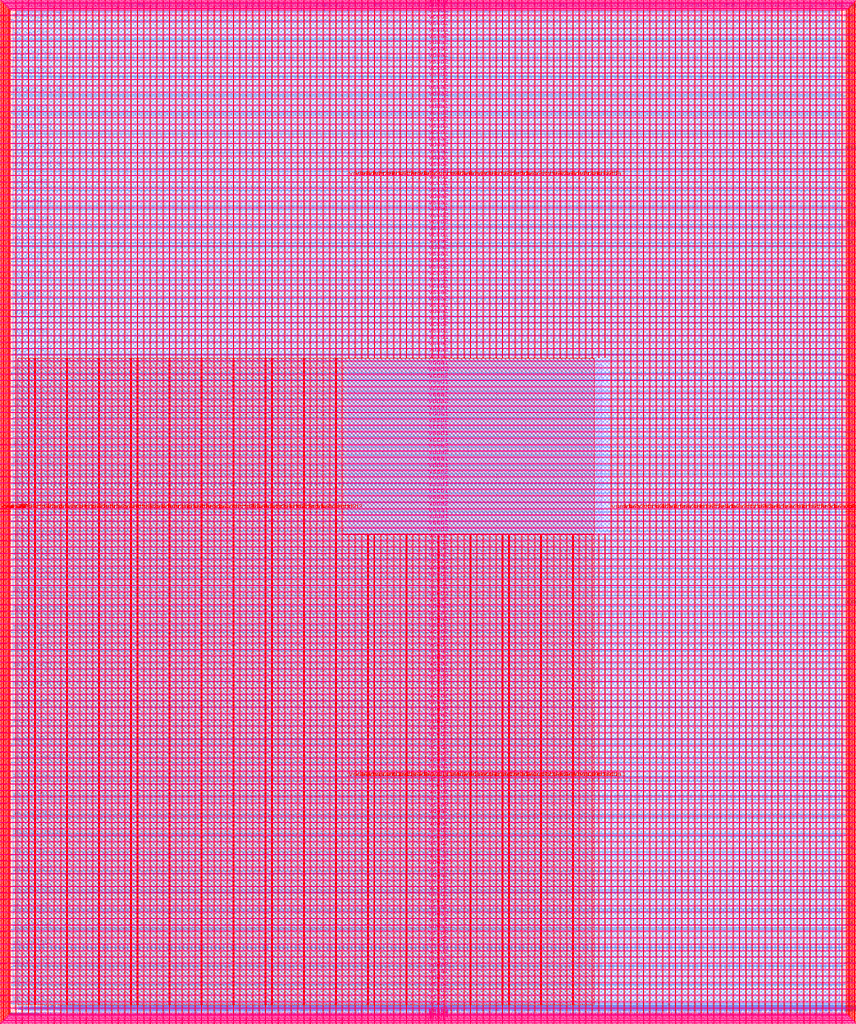
<source format=lef>
VERSION 5.7 ;
  NOWIREEXTENSIONATPIN ON ;
  DIVIDERCHAR "/" ;
  BUSBITCHARS "[]" ;
MACRO user_project_wrapper
  CLASS BLOCK ;
  FOREIGN user_project_wrapper ;
  ORIGIN 0.000 0.000 ;
  SIZE 2920.000 BY 3520.000 ;
  PIN analog_io[0]
    DIRECTION INOUT ;
    USE SIGNAL ;
    PORT
      LAYER met3 ;
        RECT 2917.600 1426.380 2924.800 1427.580 ;
    END
  END analog_io[0]
  PIN analog_io[10]
    DIRECTION INOUT ;
    USE SIGNAL ;
    PORT
      LAYER met2 ;
        RECT 2230.490 3517.600 2231.050 3524.800 ;
    END
  END analog_io[10]
  PIN analog_io[11]
    DIRECTION INOUT ;
    USE SIGNAL ;
    PORT
      LAYER met2 ;
        RECT 1905.730 3517.600 1906.290 3524.800 ;
    END
  END analog_io[11]
  PIN analog_io[12]
    DIRECTION INOUT ;
    USE SIGNAL ;
    PORT
      LAYER met2 ;
        RECT 1581.430 3517.600 1581.990 3524.800 ;
    END
  END analog_io[12]
  PIN analog_io[13]
    DIRECTION INOUT ;
    USE SIGNAL ;
    PORT
      LAYER met2 ;
        RECT 1257.130 3517.600 1257.690 3524.800 ;
    END
  END analog_io[13]
  PIN analog_io[14]
    DIRECTION INOUT ;
    USE SIGNAL ;
    PORT
      LAYER met2 ;
        RECT 932.370 3517.600 932.930 3524.800 ;
    END
  END analog_io[14]
  PIN analog_io[15]
    DIRECTION INOUT ;
    USE SIGNAL ;
    PORT
      LAYER met2 ;
        RECT 608.070 3517.600 608.630 3524.800 ;
    END
  END analog_io[15]
  PIN analog_io[16]
    DIRECTION INOUT ;
    USE SIGNAL ;
    PORT
      LAYER met2 ;
        RECT 283.770 3517.600 284.330 3524.800 ;
    END
  END analog_io[16]
  PIN analog_io[17]
    DIRECTION INOUT ;
    USE SIGNAL ;
    PORT
      LAYER met3 ;
        RECT -4.800 3486.100 2.400 3487.300 ;
    END
  END analog_io[17]
  PIN analog_io[18]
    DIRECTION INOUT ;
    USE SIGNAL ;
    PORT
      LAYER met3 ;
        RECT -4.800 3224.980 2.400 3226.180 ;
    END
  END analog_io[18]
  PIN analog_io[19]
    DIRECTION INOUT ;
    USE SIGNAL ;
    PORT
      LAYER met3 ;
        RECT -4.800 2964.540 2.400 2965.740 ;
    END
  END analog_io[19]
  PIN analog_io[1]
    DIRECTION INOUT ;
    USE SIGNAL ;
    PORT
      LAYER met3 ;
        RECT 2917.600 1692.260 2924.800 1693.460 ;
    END
  END analog_io[1]
  PIN analog_io[20]
    DIRECTION INOUT ;
    USE SIGNAL ;
    PORT
      LAYER met3 ;
        RECT -4.800 2703.420 2.400 2704.620 ;
    END
  END analog_io[20]
  PIN analog_io[21]
    DIRECTION INOUT ;
    USE SIGNAL ;
    PORT
      LAYER met3 ;
        RECT -4.800 2442.980 2.400 2444.180 ;
    END
  END analog_io[21]
  PIN analog_io[22]
    DIRECTION INOUT ;
    USE SIGNAL ;
    PORT
      LAYER met3 ;
        RECT -4.800 2182.540 2.400 2183.740 ;
    END
  END analog_io[22]
  PIN analog_io[23]
    DIRECTION INOUT ;
    USE SIGNAL ;
    PORT
      LAYER met3 ;
        RECT -4.800 1921.420 2.400 1922.620 ;
    END
  END analog_io[23]
  PIN analog_io[24]
    DIRECTION INOUT ;
    USE SIGNAL ;
    PORT
      LAYER met3 ;
        RECT -4.800 1660.980 2.400 1662.180 ;
    END
  END analog_io[24]
  PIN analog_io[25]
    DIRECTION INOUT ;
    USE SIGNAL ;
    PORT
      LAYER met3 ;
        RECT -4.800 1399.860 2.400 1401.060 ;
    END
  END analog_io[25]
  PIN analog_io[26]
    DIRECTION INOUT ;
    USE SIGNAL ;
    PORT
      LAYER met3 ;
        RECT -4.800 1139.420 2.400 1140.620 ;
    END
  END analog_io[26]
  PIN analog_io[27]
    DIRECTION INOUT ;
    USE SIGNAL ;
    PORT
      LAYER met3 ;
        RECT -4.800 878.980 2.400 880.180 ;
    END
  END analog_io[27]
  PIN analog_io[28]
    DIRECTION INOUT ;
    USE SIGNAL ;
    PORT
      LAYER met3 ;
        RECT -4.800 617.860 2.400 619.060 ;
    END
  END analog_io[28]
  PIN analog_io[2]
    DIRECTION INOUT ;
    USE SIGNAL ;
    PORT
      LAYER met3 ;
        RECT 2917.600 1958.140 2924.800 1959.340 ;
    END
  END analog_io[2]
  PIN analog_io[3]
    DIRECTION INOUT ;
    USE SIGNAL ;
    PORT
      LAYER met3 ;
        RECT 2917.600 2223.340 2924.800 2224.540 ;
    END
  END analog_io[3]
  PIN analog_io[4]
    DIRECTION INOUT ;
    USE SIGNAL ;
    PORT
      LAYER met3 ;
        RECT 2917.600 2489.220 2924.800 2490.420 ;
    END
  END analog_io[4]
  PIN analog_io[5]
    DIRECTION INOUT ;
    USE SIGNAL ;
    PORT
      LAYER met3 ;
        RECT 2917.600 2755.100 2924.800 2756.300 ;
    END
  END analog_io[5]
  PIN analog_io[6]
    DIRECTION INOUT ;
    USE SIGNAL ;
    PORT
      LAYER met3 ;
        RECT 2917.600 3020.300 2924.800 3021.500 ;
    END
  END analog_io[6]
  PIN analog_io[7]
    DIRECTION INOUT ;
    USE SIGNAL ;
    PORT
      LAYER met3 ;
        RECT 2917.600 3286.180 2924.800 3287.380 ;
    END
  END analog_io[7]
  PIN analog_io[8]
    DIRECTION INOUT ;
    USE SIGNAL ;
    PORT
      LAYER met2 ;
        RECT 2879.090 3517.600 2879.650 3524.800 ;
    END
  END analog_io[8]
  PIN analog_io[9]
    DIRECTION INOUT ;
    USE SIGNAL ;
    PORT
      LAYER met2 ;
        RECT 2554.790 3517.600 2555.350 3524.800 ;
    END
  END analog_io[9]
  PIN io_in[0]
    DIRECTION INPUT ;
    USE SIGNAL ;
    PORT
      LAYER met3 ;
        RECT 2917.600 32.380 2924.800 33.580 ;
    END
  END io_in[0]
  PIN io_in[10]
    DIRECTION INPUT ;
    USE SIGNAL ;
    PORT
      LAYER met3 ;
        RECT 2917.600 2289.980 2924.800 2291.180 ;
    END
  END io_in[10]
  PIN io_in[11]
    DIRECTION INPUT ;
    USE SIGNAL ;
    PORT
      LAYER met3 ;
        RECT 2917.600 2555.860 2924.800 2557.060 ;
    END
  END io_in[11]
  PIN io_in[12]
    DIRECTION INPUT ;
    USE SIGNAL ;
    PORT
      LAYER met3 ;
        RECT 2917.600 2821.060 2924.800 2822.260 ;
    END
  END io_in[12]
  PIN io_in[13]
    DIRECTION INPUT ;
    USE SIGNAL ;
    PORT
      LAYER met3 ;
        RECT 2917.600 3086.940 2924.800 3088.140 ;
    END
  END io_in[13]
  PIN io_in[14]
    DIRECTION INPUT ;
    USE SIGNAL ;
    PORT
      LAYER met3 ;
        RECT 2917.600 3352.820 2924.800 3354.020 ;
    END
  END io_in[14]
  PIN io_in[15]
    DIRECTION INPUT ;
    USE SIGNAL ;
    PORT
      LAYER met2 ;
        RECT 2798.130 3517.600 2798.690 3524.800 ;
    END
  END io_in[15]
  PIN io_in[16]
    DIRECTION INPUT ;
    USE SIGNAL ;
    PORT
      LAYER met2 ;
        RECT 2473.830 3517.600 2474.390 3524.800 ;
    END
  END io_in[16]
  PIN io_in[17]
    DIRECTION INPUT ;
    USE SIGNAL ;
    PORT
      LAYER met2 ;
        RECT 2149.070 3517.600 2149.630 3524.800 ;
    END
  END io_in[17]
  PIN io_in[18]
    DIRECTION INPUT ;
    USE SIGNAL ;
    PORT
      LAYER met2 ;
        RECT 1824.770 3517.600 1825.330 3524.800 ;
    END
  END io_in[18]
  PIN io_in[19]
    DIRECTION INPUT ;
    USE SIGNAL ;
    PORT
      LAYER met2 ;
        RECT 1500.470 3517.600 1501.030 3524.800 ;
    END
  END io_in[19]
  PIN io_in[1]
    DIRECTION INPUT ;
    USE SIGNAL ;
    PORT
      LAYER met3 ;
        RECT 2917.600 230.940 2924.800 232.140 ;
    END
  END io_in[1]
  PIN io_in[20]
    DIRECTION INPUT ;
    USE SIGNAL ;
    PORT
      LAYER met2 ;
        RECT 1175.710 3517.600 1176.270 3524.800 ;
    END
  END io_in[20]
  PIN io_in[21]
    DIRECTION INPUT ;
    USE SIGNAL ;
    PORT
      LAYER met2 ;
        RECT 851.410 3517.600 851.970 3524.800 ;
    END
  END io_in[21]
  PIN io_in[22]
    DIRECTION INPUT ;
    USE SIGNAL ;
    PORT
      LAYER met2 ;
        RECT 527.110 3517.600 527.670 3524.800 ;
    END
  END io_in[22]
  PIN io_in[23]
    DIRECTION INPUT ;
    USE SIGNAL ;
    PORT
      LAYER met2 ;
        RECT 202.350 3517.600 202.910 3524.800 ;
    END
  END io_in[23]
  PIN io_in[24]
    DIRECTION INPUT ;
    USE SIGNAL ;
    PORT
      LAYER met3 ;
        RECT -4.800 3420.820 2.400 3422.020 ;
    END
  END io_in[24]
  PIN io_in[25]
    DIRECTION INPUT ;
    USE SIGNAL ;
    PORT
      LAYER met3 ;
        RECT -4.800 3159.700 2.400 3160.900 ;
    END
  END io_in[25]
  PIN io_in[26]
    DIRECTION INPUT ;
    USE SIGNAL ;
    PORT
      LAYER met3 ;
        RECT -4.800 2899.260 2.400 2900.460 ;
    END
  END io_in[26]
  PIN io_in[27]
    DIRECTION INPUT ;
    USE SIGNAL ;
    PORT
      LAYER met3 ;
        RECT -4.800 2638.820 2.400 2640.020 ;
    END
  END io_in[27]
  PIN io_in[28]
    DIRECTION INPUT ;
    USE SIGNAL ;
    PORT
      LAYER met3 ;
        RECT -4.800 2377.700 2.400 2378.900 ;
    END
  END io_in[28]
  PIN io_in[29]
    DIRECTION INPUT ;
    USE SIGNAL ;
    PORT
      LAYER met3 ;
        RECT -4.800 2117.260 2.400 2118.460 ;
    END
  END io_in[29]
  PIN io_in[2]
    DIRECTION INPUT ;
    USE SIGNAL ;
    PORT
      LAYER met3 ;
        RECT 2917.600 430.180 2924.800 431.380 ;
    END
  END io_in[2]
  PIN io_in[30]
    DIRECTION INPUT ;
    USE SIGNAL ;
    PORT
      LAYER met3 ;
        RECT -4.800 1856.140 2.400 1857.340 ;
    END
  END io_in[30]
  PIN io_in[31]
    DIRECTION INPUT ;
    USE SIGNAL ;
    PORT
      LAYER met3 ;
        RECT -4.800 1595.700 2.400 1596.900 ;
    END
  END io_in[31]
  PIN io_in[32]
    DIRECTION INPUT ;
    USE SIGNAL ;
    PORT
      LAYER met3 ;
        RECT -4.800 1335.260 2.400 1336.460 ;
    END
  END io_in[32]
  PIN io_in[33]
    DIRECTION INPUT ;
    USE SIGNAL ;
    PORT
      LAYER met3 ;
        RECT -4.800 1074.140 2.400 1075.340 ;
    END
  END io_in[33]
  PIN io_in[34]
    DIRECTION INPUT ;
    USE SIGNAL ;
    PORT
      LAYER met3 ;
        RECT -4.800 813.700 2.400 814.900 ;
    END
  END io_in[34]
  PIN io_in[35]
    DIRECTION INPUT ;
    USE SIGNAL ;
    PORT
      LAYER met3 ;
        RECT -4.800 552.580 2.400 553.780 ;
    END
  END io_in[35]
  PIN io_in[36]
    DIRECTION INPUT ;
    USE SIGNAL ;
    PORT
      LAYER met3 ;
        RECT -4.800 357.420 2.400 358.620 ;
    END
  END io_in[36]
  PIN io_in[37]
    DIRECTION INPUT ;
    USE SIGNAL ;
    PORT
      LAYER met3 ;
        RECT -4.800 161.580 2.400 162.780 ;
    END
  END io_in[37]
  PIN io_in[3]
    DIRECTION INPUT ;
    USE SIGNAL ;
    PORT
      LAYER met3 ;
        RECT 2917.600 629.420 2924.800 630.620 ;
    END
  END io_in[3]
  PIN io_in[4]
    DIRECTION INPUT ;
    USE SIGNAL ;
    PORT
      LAYER met3 ;
        RECT 2917.600 828.660 2924.800 829.860 ;
    END
  END io_in[4]
  PIN io_in[5]
    DIRECTION INPUT ;
    USE SIGNAL ;
    PORT
      LAYER met3 ;
        RECT 2917.600 1027.900 2924.800 1029.100 ;
    END
  END io_in[5]
  PIN io_in[6]
    DIRECTION INPUT ;
    USE SIGNAL ;
    PORT
      LAYER met3 ;
        RECT 2917.600 1227.140 2924.800 1228.340 ;
    END
  END io_in[6]
  PIN io_in[7]
    DIRECTION INPUT ;
    USE SIGNAL ;
    PORT
      LAYER met3 ;
        RECT 2917.600 1493.020 2924.800 1494.220 ;
    END
  END io_in[7]
  PIN io_in[8]
    DIRECTION INPUT ;
    USE SIGNAL ;
    PORT
      LAYER met3 ;
        RECT 2917.600 1758.900 2924.800 1760.100 ;
    END
  END io_in[8]
  PIN io_in[9]
    DIRECTION INPUT ;
    USE SIGNAL ;
    PORT
      LAYER met3 ;
        RECT 2917.600 2024.100 2924.800 2025.300 ;
    END
  END io_in[9]
  PIN io_oeb[0]
    DIRECTION OUTPUT TRISTATE ;
    USE SIGNAL ;
    PORT
      LAYER met3 ;
        RECT 2917.600 164.980 2924.800 166.180 ;
    END
  END io_oeb[0]
  PIN io_oeb[10]
    DIRECTION OUTPUT TRISTATE ;
    USE SIGNAL ;
    PORT
      LAYER met3 ;
        RECT 2917.600 2422.580 2924.800 2423.780 ;
    END
  END io_oeb[10]
  PIN io_oeb[11]
    DIRECTION OUTPUT TRISTATE ;
    USE SIGNAL ;
    PORT
      LAYER met3 ;
        RECT 2917.600 2688.460 2924.800 2689.660 ;
    END
  END io_oeb[11]
  PIN io_oeb[12]
    DIRECTION OUTPUT TRISTATE ;
    USE SIGNAL ;
    PORT
      LAYER met3 ;
        RECT 2917.600 2954.340 2924.800 2955.540 ;
    END
  END io_oeb[12]
  PIN io_oeb[13]
    DIRECTION OUTPUT TRISTATE ;
    USE SIGNAL ;
    PORT
      LAYER met3 ;
        RECT 2917.600 3219.540 2924.800 3220.740 ;
    END
  END io_oeb[13]
  PIN io_oeb[14]
    DIRECTION OUTPUT TRISTATE ;
    USE SIGNAL ;
    PORT
      LAYER met3 ;
        RECT 2917.600 3485.420 2924.800 3486.620 ;
    END
  END io_oeb[14]
  PIN io_oeb[15]
    DIRECTION OUTPUT TRISTATE ;
    USE SIGNAL ;
    PORT
      LAYER met2 ;
        RECT 2635.750 3517.600 2636.310 3524.800 ;
    END
  END io_oeb[15]
  PIN io_oeb[16]
    DIRECTION OUTPUT TRISTATE ;
    USE SIGNAL ;
    PORT
      LAYER met2 ;
        RECT 2311.450 3517.600 2312.010 3524.800 ;
    END
  END io_oeb[16]
  PIN io_oeb[17]
    DIRECTION OUTPUT TRISTATE ;
    USE SIGNAL ;
    PORT
      LAYER met2 ;
        RECT 1987.150 3517.600 1987.710 3524.800 ;
    END
  END io_oeb[17]
  PIN io_oeb[18]
    DIRECTION OUTPUT TRISTATE ;
    USE SIGNAL ;
    PORT
      LAYER met2 ;
        RECT 1662.390 3517.600 1662.950 3524.800 ;
    END
  END io_oeb[18]
  PIN io_oeb[19]
    DIRECTION OUTPUT TRISTATE ;
    USE SIGNAL ;
    PORT
      LAYER met2 ;
        RECT 1338.090 3517.600 1338.650 3524.800 ;
    END
  END io_oeb[19]
  PIN io_oeb[1]
    DIRECTION OUTPUT TRISTATE ;
    USE SIGNAL ;
    PORT
      LAYER met3 ;
        RECT 2917.600 364.220 2924.800 365.420 ;
    END
  END io_oeb[1]
  PIN io_oeb[20]
    DIRECTION OUTPUT TRISTATE ;
    USE SIGNAL ;
    PORT
      LAYER met2 ;
        RECT 1013.790 3517.600 1014.350 3524.800 ;
    END
  END io_oeb[20]
  PIN io_oeb[21]
    DIRECTION OUTPUT TRISTATE ;
    USE SIGNAL ;
    PORT
      LAYER met2 ;
        RECT 689.030 3517.600 689.590 3524.800 ;
    END
  END io_oeb[21]
  PIN io_oeb[22]
    DIRECTION OUTPUT TRISTATE ;
    USE SIGNAL ;
    PORT
      LAYER met2 ;
        RECT 364.730 3517.600 365.290 3524.800 ;
    END
  END io_oeb[22]
  PIN io_oeb[23]
    DIRECTION OUTPUT TRISTATE ;
    USE SIGNAL ;
    PORT
      LAYER met2 ;
        RECT 40.430 3517.600 40.990 3524.800 ;
    END
  END io_oeb[23]
  PIN io_oeb[24]
    DIRECTION OUTPUT TRISTATE ;
    USE SIGNAL ;
    PORT
      LAYER met3 ;
        RECT -4.800 3290.260 2.400 3291.460 ;
    END
  END io_oeb[24]
  PIN io_oeb[25]
    DIRECTION OUTPUT TRISTATE ;
    USE SIGNAL ;
    PORT
      LAYER met3 ;
        RECT -4.800 3029.820 2.400 3031.020 ;
    END
  END io_oeb[25]
  PIN io_oeb[26]
    DIRECTION OUTPUT TRISTATE ;
    USE SIGNAL ;
    PORT
      LAYER met3 ;
        RECT -4.800 2768.700 2.400 2769.900 ;
    END
  END io_oeb[26]
  PIN io_oeb[27]
    DIRECTION OUTPUT TRISTATE ;
    USE SIGNAL ;
    PORT
      LAYER met3 ;
        RECT -4.800 2508.260 2.400 2509.460 ;
    END
  END io_oeb[27]
  PIN io_oeb[28]
    DIRECTION OUTPUT TRISTATE ;
    USE SIGNAL ;
    PORT
      LAYER met3 ;
        RECT -4.800 2247.140 2.400 2248.340 ;
    END
  END io_oeb[28]
  PIN io_oeb[29]
    DIRECTION OUTPUT TRISTATE ;
    USE SIGNAL ;
    PORT
      LAYER met3 ;
        RECT -4.800 1986.700 2.400 1987.900 ;
    END
  END io_oeb[29]
  PIN io_oeb[2]
    DIRECTION OUTPUT TRISTATE ;
    USE SIGNAL ;
    PORT
      LAYER met3 ;
        RECT 2917.600 563.460 2924.800 564.660 ;
    END
  END io_oeb[2]
  PIN io_oeb[30]
    DIRECTION OUTPUT TRISTATE ;
    USE SIGNAL ;
    PORT
      LAYER met3 ;
        RECT -4.800 1726.260 2.400 1727.460 ;
    END
  END io_oeb[30]
  PIN io_oeb[31]
    DIRECTION OUTPUT TRISTATE ;
    USE SIGNAL ;
    PORT
      LAYER met3 ;
        RECT -4.800 1465.140 2.400 1466.340 ;
    END
  END io_oeb[31]
  PIN io_oeb[32]
    DIRECTION OUTPUT TRISTATE ;
    USE SIGNAL ;
    PORT
      LAYER met3 ;
        RECT -4.800 1204.700 2.400 1205.900 ;
    END
  END io_oeb[32]
  PIN io_oeb[33]
    DIRECTION OUTPUT TRISTATE ;
    USE SIGNAL ;
    PORT
      LAYER met3 ;
        RECT -4.800 943.580 2.400 944.780 ;
    END
  END io_oeb[33]
  PIN io_oeb[34]
    DIRECTION OUTPUT TRISTATE ;
    USE SIGNAL ;
    PORT
      LAYER met3 ;
        RECT -4.800 683.140 2.400 684.340 ;
    END
  END io_oeb[34]
  PIN io_oeb[35]
    DIRECTION OUTPUT TRISTATE ;
    USE SIGNAL ;
    PORT
      LAYER met3 ;
        RECT -4.800 422.700 2.400 423.900 ;
    END
  END io_oeb[35]
  PIN io_oeb[36]
    DIRECTION OUTPUT TRISTATE ;
    USE SIGNAL ;
    PORT
      LAYER met3 ;
        RECT -4.800 226.860 2.400 228.060 ;
    END
  END io_oeb[36]
  PIN io_oeb[37]
    DIRECTION OUTPUT TRISTATE ;
    USE SIGNAL ;
    PORT
      LAYER met3 ;
        RECT -4.800 31.700 2.400 32.900 ;
    END
  END io_oeb[37]
  PIN io_oeb[3]
    DIRECTION OUTPUT TRISTATE ;
    USE SIGNAL ;
    PORT
      LAYER met3 ;
        RECT 2917.600 762.700 2924.800 763.900 ;
    END
  END io_oeb[3]
  PIN io_oeb[4]
    DIRECTION OUTPUT TRISTATE ;
    USE SIGNAL ;
    PORT
      LAYER met3 ;
        RECT 2917.600 961.940 2924.800 963.140 ;
    END
  END io_oeb[4]
  PIN io_oeb[5]
    DIRECTION OUTPUT TRISTATE ;
    USE SIGNAL ;
    PORT
      LAYER met3 ;
        RECT 2917.600 1161.180 2924.800 1162.380 ;
    END
  END io_oeb[5]
  PIN io_oeb[6]
    DIRECTION OUTPUT TRISTATE ;
    USE SIGNAL ;
    PORT
      LAYER met3 ;
        RECT 2917.600 1360.420 2924.800 1361.620 ;
    END
  END io_oeb[6]
  PIN io_oeb[7]
    DIRECTION OUTPUT TRISTATE ;
    USE SIGNAL ;
    PORT
      LAYER met3 ;
        RECT 2917.600 1625.620 2924.800 1626.820 ;
    END
  END io_oeb[7]
  PIN io_oeb[8]
    DIRECTION OUTPUT TRISTATE ;
    USE SIGNAL ;
    PORT
      LAYER met3 ;
        RECT 2917.600 1891.500 2924.800 1892.700 ;
    END
  END io_oeb[8]
  PIN io_oeb[9]
    DIRECTION OUTPUT TRISTATE ;
    USE SIGNAL ;
    PORT
      LAYER met3 ;
        RECT 2917.600 2157.380 2924.800 2158.580 ;
    END
  END io_oeb[9]
  PIN io_out[0]
    DIRECTION OUTPUT TRISTATE ;
    USE SIGNAL ;
    PORT
      LAYER met3 ;
        RECT 2917.600 98.340 2924.800 99.540 ;
    END
  END io_out[0]
  PIN io_out[10]
    DIRECTION OUTPUT TRISTATE ;
    USE SIGNAL ;
    PORT
      LAYER met3 ;
        RECT 2917.600 2356.620 2924.800 2357.820 ;
    END
  END io_out[10]
  PIN io_out[11]
    DIRECTION OUTPUT TRISTATE ;
    USE SIGNAL ;
    PORT
      LAYER met3 ;
        RECT 2917.600 2621.820 2924.800 2623.020 ;
    END
  END io_out[11]
  PIN io_out[12]
    DIRECTION OUTPUT TRISTATE ;
    USE SIGNAL ;
    PORT
      LAYER met3 ;
        RECT 2917.600 2887.700 2924.800 2888.900 ;
    END
  END io_out[12]
  PIN io_out[13]
    DIRECTION OUTPUT TRISTATE ;
    USE SIGNAL ;
    PORT
      LAYER met3 ;
        RECT 2917.600 3153.580 2924.800 3154.780 ;
    END
  END io_out[13]
  PIN io_out[14]
    DIRECTION OUTPUT TRISTATE ;
    USE SIGNAL ;
    PORT
      LAYER met3 ;
        RECT 2917.600 3418.780 2924.800 3419.980 ;
    END
  END io_out[14]
  PIN io_out[15]
    DIRECTION OUTPUT TRISTATE ;
    USE SIGNAL ;
    PORT
      LAYER met2 ;
        RECT 2717.170 3517.600 2717.730 3524.800 ;
    END
  END io_out[15]
  PIN io_out[16]
    DIRECTION OUTPUT TRISTATE ;
    USE SIGNAL ;
    PORT
      LAYER met2 ;
        RECT 2392.410 3517.600 2392.970 3524.800 ;
    END
  END io_out[16]
  PIN io_out[17]
    DIRECTION OUTPUT TRISTATE ;
    USE SIGNAL ;
    PORT
      LAYER met2 ;
        RECT 2068.110 3517.600 2068.670 3524.800 ;
    END
  END io_out[17]
  PIN io_out[18]
    DIRECTION OUTPUT TRISTATE ;
    USE SIGNAL ;
    PORT
      LAYER met2 ;
        RECT 1743.810 3517.600 1744.370 3524.800 ;
    END
  END io_out[18]
  PIN io_out[19]
    DIRECTION OUTPUT TRISTATE ;
    USE SIGNAL ;
    PORT
      LAYER met2 ;
        RECT 1419.050 3517.600 1419.610 3524.800 ;
    END
  END io_out[19]
  PIN io_out[1]
    DIRECTION OUTPUT TRISTATE ;
    USE SIGNAL ;
    PORT
      LAYER met3 ;
        RECT 2917.600 297.580 2924.800 298.780 ;
    END
  END io_out[1]
  PIN io_out[20]
    DIRECTION OUTPUT TRISTATE ;
    USE SIGNAL ;
    PORT
      LAYER met2 ;
        RECT 1094.750 3517.600 1095.310 3524.800 ;
    END
  END io_out[20]
  PIN io_out[21]
    DIRECTION OUTPUT TRISTATE ;
    USE SIGNAL ;
    PORT
      LAYER met2 ;
        RECT 770.450 3517.600 771.010 3524.800 ;
    END
  END io_out[21]
  PIN io_out[22]
    DIRECTION OUTPUT TRISTATE ;
    USE SIGNAL ;
    PORT
      LAYER met2 ;
        RECT 445.690 3517.600 446.250 3524.800 ;
    END
  END io_out[22]
  PIN io_out[23]
    DIRECTION OUTPUT TRISTATE ;
    USE SIGNAL ;
    PORT
      LAYER met2 ;
        RECT 121.390 3517.600 121.950 3524.800 ;
    END
  END io_out[23]
  PIN io_out[24]
    DIRECTION OUTPUT TRISTATE ;
    USE SIGNAL ;
    PORT
      LAYER met3 ;
        RECT -4.800 3355.540 2.400 3356.740 ;
    END
  END io_out[24]
  PIN io_out[25]
    DIRECTION OUTPUT TRISTATE ;
    USE SIGNAL ;
    PORT
      LAYER met3 ;
        RECT -4.800 3095.100 2.400 3096.300 ;
    END
  END io_out[25]
  PIN io_out[26]
    DIRECTION OUTPUT TRISTATE ;
    USE SIGNAL ;
    PORT
      LAYER met3 ;
        RECT -4.800 2833.980 2.400 2835.180 ;
    END
  END io_out[26]
  PIN io_out[27]
    DIRECTION OUTPUT TRISTATE ;
    USE SIGNAL ;
    PORT
      LAYER met3 ;
        RECT -4.800 2573.540 2.400 2574.740 ;
    END
  END io_out[27]
  PIN io_out[28]
    DIRECTION OUTPUT TRISTATE ;
    USE SIGNAL ;
    PORT
      LAYER met3 ;
        RECT -4.800 2312.420 2.400 2313.620 ;
    END
  END io_out[28]
  PIN io_out[29]
    DIRECTION OUTPUT TRISTATE ;
    USE SIGNAL ;
    PORT
      LAYER met3 ;
        RECT -4.800 2051.980 2.400 2053.180 ;
    END
  END io_out[29]
  PIN io_out[2]
    DIRECTION OUTPUT TRISTATE ;
    USE SIGNAL ;
    PORT
      LAYER met3 ;
        RECT 2917.600 496.820 2924.800 498.020 ;
    END
  END io_out[2]
  PIN io_out[30]
    DIRECTION OUTPUT TRISTATE ;
    USE SIGNAL ;
    PORT
      LAYER met3 ;
        RECT -4.800 1791.540 2.400 1792.740 ;
    END
  END io_out[30]
  PIN io_out[31]
    DIRECTION OUTPUT TRISTATE ;
    USE SIGNAL ;
    PORT
      LAYER met3 ;
        RECT -4.800 1530.420 2.400 1531.620 ;
    END
  END io_out[31]
  PIN io_out[32]
    DIRECTION OUTPUT TRISTATE ;
    USE SIGNAL ;
    PORT
      LAYER met3 ;
        RECT -4.800 1269.980 2.400 1271.180 ;
    END
  END io_out[32]
  PIN io_out[33]
    DIRECTION OUTPUT TRISTATE ;
    USE SIGNAL ;
    PORT
      LAYER met3 ;
        RECT -4.800 1008.860 2.400 1010.060 ;
    END
  END io_out[33]
  PIN io_out[34]
    DIRECTION OUTPUT TRISTATE ;
    USE SIGNAL ;
    PORT
      LAYER met3 ;
        RECT -4.800 748.420 2.400 749.620 ;
    END
  END io_out[34]
  PIN io_out[35]
    DIRECTION OUTPUT TRISTATE ;
    USE SIGNAL ;
    PORT
      LAYER met3 ;
        RECT -4.800 487.300 2.400 488.500 ;
    END
  END io_out[35]
  PIN io_out[36]
    DIRECTION OUTPUT TRISTATE ;
    USE SIGNAL ;
    PORT
      LAYER met3 ;
        RECT -4.800 292.140 2.400 293.340 ;
    END
  END io_out[36]
  PIN io_out[37]
    DIRECTION OUTPUT TRISTATE ;
    USE SIGNAL ;
    PORT
      LAYER met3 ;
        RECT -4.800 96.300 2.400 97.500 ;
    END
  END io_out[37]
  PIN io_out[3]
    DIRECTION OUTPUT TRISTATE ;
    USE SIGNAL ;
    PORT
      LAYER met3 ;
        RECT 2917.600 696.060 2924.800 697.260 ;
    END
  END io_out[3]
  PIN io_out[4]
    DIRECTION OUTPUT TRISTATE ;
    USE SIGNAL ;
    PORT
      LAYER met3 ;
        RECT 2917.600 895.300 2924.800 896.500 ;
    END
  END io_out[4]
  PIN io_out[5]
    DIRECTION OUTPUT TRISTATE ;
    USE SIGNAL ;
    PORT
      LAYER met3 ;
        RECT 2917.600 1094.540 2924.800 1095.740 ;
    END
  END io_out[5]
  PIN io_out[6]
    DIRECTION OUTPUT TRISTATE ;
    USE SIGNAL ;
    PORT
      LAYER met3 ;
        RECT 2917.600 1293.780 2924.800 1294.980 ;
    END
  END io_out[6]
  PIN io_out[7]
    DIRECTION OUTPUT TRISTATE ;
    USE SIGNAL ;
    PORT
      LAYER met3 ;
        RECT 2917.600 1559.660 2924.800 1560.860 ;
    END
  END io_out[7]
  PIN io_out[8]
    DIRECTION OUTPUT TRISTATE ;
    USE SIGNAL ;
    PORT
      LAYER met3 ;
        RECT 2917.600 1824.860 2924.800 1826.060 ;
    END
  END io_out[8]
  PIN io_out[9]
    DIRECTION OUTPUT TRISTATE ;
    USE SIGNAL ;
    PORT
      LAYER met3 ;
        RECT 2917.600 2090.740 2924.800 2091.940 ;
    END
  END io_out[9]
  PIN la_data_in[0]
    DIRECTION INPUT ;
    USE SIGNAL ;
    PORT
      LAYER met2 ;
        RECT 629.230 -4.800 629.790 2.400 ;
    END
  END la_data_in[0]
  PIN la_data_in[100]
    DIRECTION INPUT ;
    USE SIGNAL ;
    PORT
      LAYER met2 ;
        RECT 2402.530 -4.800 2403.090 2.400 ;
    END
  END la_data_in[100]
  PIN la_data_in[101]
    DIRECTION INPUT ;
    USE SIGNAL ;
    PORT
      LAYER met2 ;
        RECT 2420.010 -4.800 2420.570 2.400 ;
    END
  END la_data_in[101]
  PIN la_data_in[102]
    DIRECTION INPUT ;
    USE SIGNAL ;
    PORT
      LAYER met2 ;
        RECT 2437.950 -4.800 2438.510 2.400 ;
    END
  END la_data_in[102]
  PIN la_data_in[103]
    DIRECTION INPUT ;
    USE SIGNAL ;
    PORT
      LAYER met2 ;
        RECT 2455.430 -4.800 2455.990 2.400 ;
    END
  END la_data_in[103]
  PIN la_data_in[104]
    DIRECTION INPUT ;
    USE SIGNAL ;
    PORT
      LAYER met2 ;
        RECT 2473.370 -4.800 2473.930 2.400 ;
    END
  END la_data_in[104]
  PIN la_data_in[105]
    DIRECTION INPUT ;
    USE SIGNAL ;
    PORT
      LAYER met2 ;
        RECT 2490.850 -4.800 2491.410 2.400 ;
    END
  END la_data_in[105]
  PIN la_data_in[106]
    DIRECTION INPUT ;
    USE SIGNAL ;
    PORT
      LAYER met2 ;
        RECT 2508.790 -4.800 2509.350 2.400 ;
    END
  END la_data_in[106]
  PIN la_data_in[107]
    DIRECTION INPUT ;
    USE SIGNAL ;
    PORT
      LAYER met2 ;
        RECT 2526.730 -4.800 2527.290 2.400 ;
    END
  END la_data_in[107]
  PIN la_data_in[108]
    DIRECTION INPUT ;
    USE SIGNAL ;
    PORT
      LAYER met2 ;
        RECT 2544.210 -4.800 2544.770 2.400 ;
    END
  END la_data_in[108]
  PIN la_data_in[109]
    DIRECTION INPUT ;
    USE SIGNAL ;
    PORT
      LAYER met2 ;
        RECT 2562.150 -4.800 2562.710 2.400 ;
    END
  END la_data_in[109]
  PIN la_data_in[10]
    DIRECTION INPUT ;
    USE SIGNAL ;
    PORT
      LAYER met2 ;
        RECT 806.330 -4.800 806.890 2.400 ;
    END
  END la_data_in[10]
  PIN la_data_in[110]
    DIRECTION INPUT ;
    USE SIGNAL ;
    PORT
      LAYER met2 ;
        RECT 2579.630 -4.800 2580.190 2.400 ;
    END
  END la_data_in[110]
  PIN la_data_in[111]
    DIRECTION INPUT ;
    USE SIGNAL ;
    PORT
      LAYER met2 ;
        RECT 2597.570 -4.800 2598.130 2.400 ;
    END
  END la_data_in[111]
  PIN la_data_in[112]
    DIRECTION INPUT ;
    USE SIGNAL ;
    PORT
      LAYER met2 ;
        RECT 2615.050 -4.800 2615.610 2.400 ;
    END
  END la_data_in[112]
  PIN la_data_in[113]
    DIRECTION INPUT ;
    USE SIGNAL ;
    PORT
      LAYER met2 ;
        RECT 2632.990 -4.800 2633.550 2.400 ;
    END
  END la_data_in[113]
  PIN la_data_in[114]
    DIRECTION INPUT ;
    USE SIGNAL ;
    PORT
      LAYER met2 ;
        RECT 2650.470 -4.800 2651.030 2.400 ;
    END
  END la_data_in[114]
  PIN la_data_in[115]
    DIRECTION INPUT ;
    USE SIGNAL ;
    PORT
      LAYER met2 ;
        RECT 2668.410 -4.800 2668.970 2.400 ;
    END
  END la_data_in[115]
  PIN la_data_in[116]
    DIRECTION INPUT ;
    USE SIGNAL ;
    PORT
      LAYER met2 ;
        RECT 2685.890 -4.800 2686.450 2.400 ;
    END
  END la_data_in[116]
  PIN la_data_in[117]
    DIRECTION INPUT ;
    USE SIGNAL ;
    PORT
      LAYER met2 ;
        RECT 2703.830 -4.800 2704.390 2.400 ;
    END
  END la_data_in[117]
  PIN la_data_in[118]
    DIRECTION INPUT ;
    USE SIGNAL ;
    PORT
      LAYER met2 ;
        RECT 2721.770 -4.800 2722.330 2.400 ;
    END
  END la_data_in[118]
  PIN la_data_in[119]
    DIRECTION INPUT ;
    USE SIGNAL ;
    PORT
      LAYER met2 ;
        RECT 2739.250 -4.800 2739.810 2.400 ;
    END
  END la_data_in[119]
  PIN la_data_in[11]
    DIRECTION INPUT ;
    USE SIGNAL ;
    PORT
      LAYER met2 ;
        RECT 824.270 -4.800 824.830 2.400 ;
    END
  END la_data_in[11]
  PIN la_data_in[120]
    DIRECTION INPUT ;
    USE SIGNAL ;
    PORT
      LAYER met2 ;
        RECT 2757.190 -4.800 2757.750 2.400 ;
    END
  END la_data_in[120]
  PIN la_data_in[121]
    DIRECTION INPUT ;
    USE SIGNAL ;
    PORT
      LAYER met2 ;
        RECT 2774.670 -4.800 2775.230 2.400 ;
    END
  END la_data_in[121]
  PIN la_data_in[122]
    DIRECTION INPUT ;
    USE SIGNAL ;
    PORT
      LAYER met2 ;
        RECT 2792.610 -4.800 2793.170 2.400 ;
    END
  END la_data_in[122]
  PIN la_data_in[123]
    DIRECTION INPUT ;
    USE SIGNAL ;
    PORT
      LAYER met2 ;
        RECT 2810.090 -4.800 2810.650 2.400 ;
    END
  END la_data_in[123]
  PIN la_data_in[124]
    DIRECTION INPUT ;
    USE SIGNAL ;
    PORT
      LAYER met2 ;
        RECT 2828.030 -4.800 2828.590 2.400 ;
    END
  END la_data_in[124]
  PIN la_data_in[125]
    DIRECTION INPUT ;
    USE SIGNAL ;
    PORT
      LAYER met2 ;
        RECT 2845.510 -4.800 2846.070 2.400 ;
    END
  END la_data_in[125]
  PIN la_data_in[126]
    DIRECTION INPUT ;
    USE SIGNAL ;
    PORT
      LAYER met2 ;
        RECT 2863.450 -4.800 2864.010 2.400 ;
    END
  END la_data_in[126]
  PIN la_data_in[127]
    DIRECTION INPUT ;
    USE SIGNAL ;
    PORT
      LAYER met2 ;
        RECT 2881.390 -4.800 2881.950 2.400 ;
    END
  END la_data_in[127]
  PIN la_data_in[12]
    DIRECTION INPUT ;
    USE SIGNAL ;
    PORT
      LAYER met2 ;
        RECT 841.750 -4.800 842.310 2.400 ;
    END
  END la_data_in[12]
  PIN la_data_in[13]
    DIRECTION INPUT ;
    USE SIGNAL ;
    PORT
      LAYER met2 ;
        RECT 859.690 -4.800 860.250 2.400 ;
    END
  END la_data_in[13]
  PIN la_data_in[14]
    DIRECTION INPUT ;
    USE SIGNAL ;
    PORT
      LAYER met2 ;
        RECT 877.170 -4.800 877.730 2.400 ;
    END
  END la_data_in[14]
  PIN la_data_in[15]
    DIRECTION INPUT ;
    USE SIGNAL ;
    PORT
      LAYER met2 ;
        RECT 895.110 -4.800 895.670 2.400 ;
    END
  END la_data_in[15]
  PIN la_data_in[16]
    DIRECTION INPUT ;
    USE SIGNAL ;
    PORT
      LAYER met2 ;
        RECT 912.590 -4.800 913.150 2.400 ;
    END
  END la_data_in[16]
  PIN la_data_in[17]
    DIRECTION INPUT ;
    USE SIGNAL ;
    PORT
      LAYER met2 ;
        RECT 930.530 -4.800 931.090 2.400 ;
    END
  END la_data_in[17]
  PIN la_data_in[18]
    DIRECTION INPUT ;
    USE SIGNAL ;
    PORT
      LAYER met2 ;
        RECT 948.470 -4.800 949.030 2.400 ;
    END
  END la_data_in[18]
  PIN la_data_in[19]
    DIRECTION INPUT ;
    USE SIGNAL ;
    PORT
      LAYER met2 ;
        RECT 965.950 -4.800 966.510 2.400 ;
    END
  END la_data_in[19]
  PIN la_data_in[1]
    DIRECTION INPUT ;
    USE SIGNAL ;
    PORT
      LAYER met2 ;
        RECT 646.710 -4.800 647.270 2.400 ;
    END
  END la_data_in[1]
  PIN la_data_in[20]
    DIRECTION INPUT ;
    USE SIGNAL ;
    PORT
      LAYER met2 ;
        RECT 983.890 -4.800 984.450 2.400 ;
    END
  END la_data_in[20]
  PIN la_data_in[21]
    DIRECTION INPUT ;
    USE SIGNAL ;
    PORT
      LAYER met2 ;
        RECT 1001.370 -4.800 1001.930 2.400 ;
    END
  END la_data_in[21]
  PIN la_data_in[22]
    DIRECTION INPUT ;
    USE SIGNAL ;
    PORT
      LAYER met2 ;
        RECT 1019.310 -4.800 1019.870 2.400 ;
    END
  END la_data_in[22]
  PIN la_data_in[23]
    DIRECTION INPUT ;
    USE SIGNAL ;
    PORT
      LAYER met2 ;
        RECT 1036.790 -4.800 1037.350 2.400 ;
    END
  END la_data_in[23]
  PIN la_data_in[24]
    DIRECTION INPUT ;
    USE SIGNAL ;
    PORT
      LAYER met2 ;
        RECT 1054.730 -4.800 1055.290 2.400 ;
    END
  END la_data_in[24]
  PIN la_data_in[25]
    DIRECTION INPUT ;
    USE SIGNAL ;
    PORT
      LAYER met2 ;
        RECT 1072.210 -4.800 1072.770 2.400 ;
    END
  END la_data_in[25]
  PIN la_data_in[26]
    DIRECTION INPUT ;
    USE SIGNAL ;
    PORT
      LAYER met2 ;
        RECT 1090.150 -4.800 1090.710 2.400 ;
    END
  END la_data_in[26]
  PIN la_data_in[27]
    DIRECTION INPUT ;
    USE SIGNAL ;
    PORT
      LAYER met2 ;
        RECT 1107.630 -4.800 1108.190 2.400 ;
    END
  END la_data_in[27]
  PIN la_data_in[28]
    DIRECTION INPUT ;
    USE SIGNAL ;
    PORT
      LAYER met2 ;
        RECT 1125.570 -4.800 1126.130 2.400 ;
    END
  END la_data_in[28]
  PIN la_data_in[29]
    DIRECTION INPUT ;
    USE SIGNAL ;
    PORT
      LAYER met2 ;
        RECT 1143.510 -4.800 1144.070 2.400 ;
    END
  END la_data_in[29]
  PIN la_data_in[2]
    DIRECTION INPUT ;
    USE SIGNAL ;
    PORT
      LAYER met2 ;
        RECT 664.650 -4.800 665.210 2.400 ;
    END
  END la_data_in[2]
  PIN la_data_in[30]
    DIRECTION INPUT ;
    USE SIGNAL ;
    PORT
      LAYER met2 ;
        RECT 1160.990 -4.800 1161.550 2.400 ;
    END
  END la_data_in[30]
  PIN la_data_in[31]
    DIRECTION INPUT ;
    USE SIGNAL ;
    PORT
      LAYER met2 ;
        RECT 1178.930 -4.800 1179.490 2.400 ;
    END
  END la_data_in[31]
  PIN la_data_in[32]
    DIRECTION INPUT ;
    USE SIGNAL ;
    PORT
      LAYER met2 ;
        RECT 1196.410 -4.800 1196.970 2.400 ;
    END
  END la_data_in[32]
  PIN la_data_in[33]
    DIRECTION INPUT ;
    USE SIGNAL ;
    PORT
      LAYER met2 ;
        RECT 1214.350 -4.800 1214.910 2.400 ;
    END
  END la_data_in[33]
  PIN la_data_in[34]
    DIRECTION INPUT ;
    USE SIGNAL ;
    PORT
      LAYER met2 ;
        RECT 1231.830 -4.800 1232.390 2.400 ;
    END
  END la_data_in[34]
  PIN la_data_in[35]
    DIRECTION INPUT ;
    USE SIGNAL ;
    PORT
      LAYER met2 ;
        RECT 1249.770 -4.800 1250.330 2.400 ;
    END
  END la_data_in[35]
  PIN la_data_in[36]
    DIRECTION INPUT ;
    USE SIGNAL ;
    PORT
      LAYER met2 ;
        RECT 1267.250 -4.800 1267.810 2.400 ;
    END
  END la_data_in[36]
  PIN la_data_in[37]
    DIRECTION INPUT ;
    USE SIGNAL ;
    PORT
      LAYER met2 ;
        RECT 1285.190 -4.800 1285.750 2.400 ;
    END
  END la_data_in[37]
  PIN la_data_in[38]
    DIRECTION INPUT ;
    USE SIGNAL ;
    PORT
      LAYER met2 ;
        RECT 1303.130 -4.800 1303.690 2.400 ;
    END
  END la_data_in[38]
  PIN la_data_in[39]
    DIRECTION INPUT ;
    USE SIGNAL ;
    PORT
      LAYER met2 ;
        RECT 1320.610 -4.800 1321.170 2.400 ;
    END
  END la_data_in[39]
  PIN la_data_in[3]
    DIRECTION INPUT ;
    USE SIGNAL ;
    PORT
      LAYER met2 ;
        RECT 682.130 -4.800 682.690 2.400 ;
    END
  END la_data_in[3]
  PIN la_data_in[40]
    DIRECTION INPUT ;
    USE SIGNAL ;
    PORT
      LAYER met2 ;
        RECT 1338.550 -4.800 1339.110 2.400 ;
    END
  END la_data_in[40]
  PIN la_data_in[41]
    DIRECTION INPUT ;
    USE SIGNAL ;
    PORT
      LAYER met2 ;
        RECT 1356.030 -4.800 1356.590 2.400 ;
    END
  END la_data_in[41]
  PIN la_data_in[42]
    DIRECTION INPUT ;
    USE SIGNAL ;
    PORT
      LAYER met2 ;
        RECT 1373.970 -4.800 1374.530 2.400 ;
    END
  END la_data_in[42]
  PIN la_data_in[43]
    DIRECTION INPUT ;
    USE SIGNAL ;
    PORT
      LAYER met2 ;
        RECT 1391.450 -4.800 1392.010 2.400 ;
    END
  END la_data_in[43]
  PIN la_data_in[44]
    DIRECTION INPUT ;
    USE SIGNAL ;
    PORT
      LAYER met2 ;
        RECT 1409.390 -4.800 1409.950 2.400 ;
    END
  END la_data_in[44]
  PIN la_data_in[45]
    DIRECTION INPUT ;
    USE SIGNAL ;
    PORT
      LAYER met2 ;
        RECT 1426.870 -4.800 1427.430 2.400 ;
    END
  END la_data_in[45]
  PIN la_data_in[46]
    DIRECTION INPUT ;
    USE SIGNAL ;
    PORT
      LAYER met2 ;
        RECT 1444.810 -4.800 1445.370 2.400 ;
    END
  END la_data_in[46]
  PIN la_data_in[47]
    DIRECTION INPUT ;
    USE SIGNAL ;
    PORT
      LAYER met2 ;
        RECT 1462.750 -4.800 1463.310 2.400 ;
    END
  END la_data_in[47]
  PIN la_data_in[48]
    DIRECTION INPUT ;
    USE SIGNAL ;
    PORT
      LAYER met2 ;
        RECT 1480.230 -4.800 1480.790 2.400 ;
    END
  END la_data_in[48]
  PIN la_data_in[49]
    DIRECTION INPUT ;
    USE SIGNAL ;
    PORT
      LAYER met2 ;
        RECT 1498.170 -4.800 1498.730 2.400 ;
    END
  END la_data_in[49]
  PIN la_data_in[4]
    DIRECTION INPUT ;
    USE SIGNAL ;
    PORT
      LAYER met2 ;
        RECT 700.070 -4.800 700.630 2.400 ;
    END
  END la_data_in[4]
  PIN la_data_in[50]
    DIRECTION INPUT ;
    USE SIGNAL ;
    PORT
      LAYER met2 ;
        RECT 1515.650 -4.800 1516.210 2.400 ;
    END
  END la_data_in[50]
  PIN la_data_in[51]
    DIRECTION INPUT ;
    USE SIGNAL ;
    PORT
      LAYER met2 ;
        RECT 1533.590 -4.800 1534.150 2.400 ;
    END
  END la_data_in[51]
  PIN la_data_in[52]
    DIRECTION INPUT ;
    USE SIGNAL ;
    PORT
      LAYER met2 ;
        RECT 1551.070 -4.800 1551.630 2.400 ;
    END
  END la_data_in[52]
  PIN la_data_in[53]
    DIRECTION INPUT ;
    USE SIGNAL ;
    PORT
      LAYER met2 ;
        RECT 1569.010 -4.800 1569.570 2.400 ;
    END
  END la_data_in[53]
  PIN la_data_in[54]
    DIRECTION INPUT ;
    USE SIGNAL ;
    PORT
      LAYER met2 ;
        RECT 1586.490 -4.800 1587.050 2.400 ;
    END
  END la_data_in[54]
  PIN la_data_in[55]
    DIRECTION INPUT ;
    USE SIGNAL ;
    PORT
      LAYER met2 ;
        RECT 1604.430 -4.800 1604.990 2.400 ;
    END
  END la_data_in[55]
  PIN la_data_in[56]
    DIRECTION INPUT ;
    USE SIGNAL ;
    PORT
      LAYER met2 ;
        RECT 1621.910 -4.800 1622.470 2.400 ;
    END
  END la_data_in[56]
  PIN la_data_in[57]
    DIRECTION INPUT ;
    USE SIGNAL ;
    PORT
      LAYER met2 ;
        RECT 1639.850 -4.800 1640.410 2.400 ;
    END
  END la_data_in[57]
  PIN la_data_in[58]
    DIRECTION INPUT ;
    USE SIGNAL ;
    PORT
      LAYER met2 ;
        RECT 1657.790 -4.800 1658.350 2.400 ;
    END
  END la_data_in[58]
  PIN la_data_in[59]
    DIRECTION INPUT ;
    USE SIGNAL ;
    PORT
      LAYER met2 ;
        RECT 1675.270 -4.800 1675.830 2.400 ;
    END
  END la_data_in[59]
  PIN la_data_in[5]
    DIRECTION INPUT ;
    USE SIGNAL ;
    PORT
      LAYER met2 ;
        RECT 717.550 -4.800 718.110 2.400 ;
    END
  END la_data_in[5]
  PIN la_data_in[60]
    DIRECTION INPUT ;
    USE SIGNAL ;
    PORT
      LAYER met2 ;
        RECT 1693.210 -4.800 1693.770 2.400 ;
    END
  END la_data_in[60]
  PIN la_data_in[61]
    DIRECTION INPUT ;
    USE SIGNAL ;
    PORT
      LAYER met2 ;
        RECT 1710.690 -4.800 1711.250 2.400 ;
    END
  END la_data_in[61]
  PIN la_data_in[62]
    DIRECTION INPUT ;
    USE SIGNAL ;
    PORT
      LAYER met2 ;
        RECT 1728.630 -4.800 1729.190 2.400 ;
    END
  END la_data_in[62]
  PIN la_data_in[63]
    DIRECTION INPUT ;
    USE SIGNAL ;
    PORT
      LAYER met2 ;
        RECT 1746.110 -4.800 1746.670 2.400 ;
    END
  END la_data_in[63]
  PIN la_data_in[64]
    DIRECTION INPUT ;
    USE SIGNAL ;
    PORT
      LAYER met2 ;
        RECT 1764.050 -4.800 1764.610 2.400 ;
    END
  END la_data_in[64]
  PIN la_data_in[65]
    DIRECTION INPUT ;
    USE SIGNAL ;
    PORT
      LAYER met2 ;
        RECT 1781.530 -4.800 1782.090 2.400 ;
    END
  END la_data_in[65]
  PIN la_data_in[66]
    DIRECTION INPUT ;
    USE SIGNAL ;
    PORT
      LAYER met2 ;
        RECT 1799.470 -4.800 1800.030 2.400 ;
    END
  END la_data_in[66]
  PIN la_data_in[67]
    DIRECTION INPUT ;
    USE SIGNAL ;
    PORT
      LAYER met2 ;
        RECT 1817.410 -4.800 1817.970 2.400 ;
    END
  END la_data_in[67]
  PIN la_data_in[68]
    DIRECTION INPUT ;
    USE SIGNAL ;
    PORT
      LAYER met2 ;
        RECT 1834.890 -4.800 1835.450 2.400 ;
    END
  END la_data_in[68]
  PIN la_data_in[69]
    DIRECTION INPUT ;
    USE SIGNAL ;
    PORT
      LAYER met2 ;
        RECT 1852.830 -4.800 1853.390 2.400 ;
    END
  END la_data_in[69]
  PIN la_data_in[6]
    DIRECTION INPUT ;
    USE SIGNAL ;
    PORT
      LAYER met2 ;
        RECT 735.490 -4.800 736.050 2.400 ;
    END
  END la_data_in[6]
  PIN la_data_in[70]
    DIRECTION INPUT ;
    USE SIGNAL ;
    PORT
      LAYER met2 ;
        RECT 1870.310 -4.800 1870.870 2.400 ;
    END
  END la_data_in[70]
  PIN la_data_in[71]
    DIRECTION INPUT ;
    USE SIGNAL ;
    PORT
      LAYER met2 ;
        RECT 1888.250 -4.800 1888.810 2.400 ;
    END
  END la_data_in[71]
  PIN la_data_in[72]
    DIRECTION INPUT ;
    USE SIGNAL ;
    PORT
      LAYER met2 ;
        RECT 1905.730 -4.800 1906.290 2.400 ;
    END
  END la_data_in[72]
  PIN la_data_in[73]
    DIRECTION INPUT ;
    USE SIGNAL ;
    PORT
      LAYER met2 ;
        RECT 1923.670 -4.800 1924.230 2.400 ;
    END
  END la_data_in[73]
  PIN la_data_in[74]
    DIRECTION INPUT ;
    USE SIGNAL ;
    PORT
      LAYER met2 ;
        RECT 1941.150 -4.800 1941.710 2.400 ;
    END
  END la_data_in[74]
  PIN la_data_in[75]
    DIRECTION INPUT ;
    USE SIGNAL ;
    PORT
      LAYER met2 ;
        RECT 1959.090 -4.800 1959.650 2.400 ;
    END
  END la_data_in[75]
  PIN la_data_in[76]
    DIRECTION INPUT ;
    USE SIGNAL ;
    PORT
      LAYER met2 ;
        RECT 1976.570 -4.800 1977.130 2.400 ;
    END
  END la_data_in[76]
  PIN la_data_in[77]
    DIRECTION INPUT ;
    USE SIGNAL ;
    PORT
      LAYER met2 ;
        RECT 1994.510 -4.800 1995.070 2.400 ;
    END
  END la_data_in[77]
  PIN la_data_in[78]
    DIRECTION INPUT ;
    USE SIGNAL ;
    PORT
      LAYER met2 ;
        RECT 2012.450 -4.800 2013.010 2.400 ;
    END
  END la_data_in[78]
  PIN la_data_in[79]
    DIRECTION INPUT ;
    USE SIGNAL ;
    PORT
      LAYER met2 ;
        RECT 2029.930 -4.800 2030.490 2.400 ;
    END
  END la_data_in[79]
  PIN la_data_in[7]
    DIRECTION INPUT ;
    USE SIGNAL ;
    PORT
      LAYER met2 ;
        RECT 752.970 -4.800 753.530 2.400 ;
    END
  END la_data_in[7]
  PIN la_data_in[80]
    DIRECTION INPUT ;
    USE SIGNAL ;
    PORT
      LAYER met2 ;
        RECT 2047.870 -4.800 2048.430 2.400 ;
    END
  END la_data_in[80]
  PIN la_data_in[81]
    DIRECTION INPUT ;
    USE SIGNAL ;
    PORT
      LAYER met2 ;
        RECT 2065.350 -4.800 2065.910 2.400 ;
    END
  END la_data_in[81]
  PIN la_data_in[82]
    DIRECTION INPUT ;
    USE SIGNAL ;
    PORT
      LAYER met2 ;
        RECT 2083.290 -4.800 2083.850 2.400 ;
    END
  END la_data_in[82]
  PIN la_data_in[83]
    DIRECTION INPUT ;
    USE SIGNAL ;
    PORT
      LAYER met2 ;
        RECT 2100.770 -4.800 2101.330 2.400 ;
    END
  END la_data_in[83]
  PIN la_data_in[84]
    DIRECTION INPUT ;
    USE SIGNAL ;
    PORT
      LAYER met2 ;
        RECT 2118.710 -4.800 2119.270 2.400 ;
    END
  END la_data_in[84]
  PIN la_data_in[85]
    DIRECTION INPUT ;
    USE SIGNAL ;
    PORT
      LAYER met2 ;
        RECT 2136.190 -4.800 2136.750 2.400 ;
    END
  END la_data_in[85]
  PIN la_data_in[86]
    DIRECTION INPUT ;
    USE SIGNAL ;
    PORT
      LAYER met2 ;
        RECT 2154.130 -4.800 2154.690 2.400 ;
    END
  END la_data_in[86]
  PIN la_data_in[87]
    DIRECTION INPUT ;
    USE SIGNAL ;
    PORT
      LAYER met2 ;
        RECT 2172.070 -4.800 2172.630 2.400 ;
    END
  END la_data_in[87]
  PIN la_data_in[88]
    DIRECTION INPUT ;
    USE SIGNAL ;
    PORT
      LAYER met2 ;
        RECT 2189.550 -4.800 2190.110 2.400 ;
    END
  END la_data_in[88]
  PIN la_data_in[89]
    DIRECTION INPUT ;
    USE SIGNAL ;
    PORT
      LAYER met2 ;
        RECT 2207.490 -4.800 2208.050 2.400 ;
    END
  END la_data_in[89]
  PIN la_data_in[8]
    DIRECTION INPUT ;
    USE SIGNAL ;
    PORT
      LAYER met2 ;
        RECT 770.910 -4.800 771.470 2.400 ;
    END
  END la_data_in[8]
  PIN la_data_in[90]
    DIRECTION INPUT ;
    USE SIGNAL ;
    PORT
      LAYER met2 ;
        RECT 2224.970 -4.800 2225.530 2.400 ;
    END
  END la_data_in[90]
  PIN la_data_in[91]
    DIRECTION INPUT ;
    USE SIGNAL ;
    PORT
      LAYER met2 ;
        RECT 2242.910 -4.800 2243.470 2.400 ;
    END
  END la_data_in[91]
  PIN la_data_in[92]
    DIRECTION INPUT ;
    USE SIGNAL ;
    PORT
      LAYER met2 ;
        RECT 2260.390 -4.800 2260.950 2.400 ;
    END
  END la_data_in[92]
  PIN la_data_in[93]
    DIRECTION INPUT ;
    USE SIGNAL ;
    PORT
      LAYER met2 ;
        RECT 2278.330 -4.800 2278.890 2.400 ;
    END
  END la_data_in[93]
  PIN la_data_in[94]
    DIRECTION INPUT ;
    USE SIGNAL ;
    PORT
      LAYER met2 ;
        RECT 2295.810 -4.800 2296.370 2.400 ;
    END
  END la_data_in[94]
  PIN la_data_in[95]
    DIRECTION INPUT ;
    USE SIGNAL ;
    PORT
      LAYER met2 ;
        RECT 2313.750 -4.800 2314.310 2.400 ;
    END
  END la_data_in[95]
  PIN la_data_in[96]
    DIRECTION INPUT ;
    USE SIGNAL ;
    PORT
      LAYER met2 ;
        RECT 2331.230 -4.800 2331.790 2.400 ;
    END
  END la_data_in[96]
  PIN la_data_in[97]
    DIRECTION INPUT ;
    USE SIGNAL ;
    PORT
      LAYER met2 ;
        RECT 2349.170 -4.800 2349.730 2.400 ;
    END
  END la_data_in[97]
  PIN la_data_in[98]
    DIRECTION INPUT ;
    USE SIGNAL ;
    PORT
      LAYER met2 ;
        RECT 2367.110 -4.800 2367.670 2.400 ;
    END
  END la_data_in[98]
  PIN la_data_in[99]
    DIRECTION INPUT ;
    USE SIGNAL ;
    PORT
      LAYER met2 ;
        RECT 2384.590 -4.800 2385.150 2.400 ;
    END
  END la_data_in[99]
  PIN la_data_in[9]
    DIRECTION INPUT ;
    USE SIGNAL ;
    PORT
      LAYER met2 ;
        RECT 788.850 -4.800 789.410 2.400 ;
    END
  END la_data_in[9]
  PIN la_data_out[0]
    DIRECTION OUTPUT TRISTATE ;
    USE SIGNAL ;
    PORT
      LAYER met2 ;
        RECT 634.750 -4.800 635.310 2.400 ;
    END
  END la_data_out[0]
  PIN la_data_out[100]
    DIRECTION OUTPUT TRISTATE ;
    USE SIGNAL ;
    PORT
      LAYER met2 ;
        RECT 2408.510 -4.800 2409.070 2.400 ;
    END
  END la_data_out[100]
  PIN la_data_out[101]
    DIRECTION OUTPUT TRISTATE ;
    USE SIGNAL ;
    PORT
      LAYER met2 ;
        RECT 2425.990 -4.800 2426.550 2.400 ;
    END
  END la_data_out[101]
  PIN la_data_out[102]
    DIRECTION OUTPUT TRISTATE ;
    USE SIGNAL ;
    PORT
      LAYER met2 ;
        RECT 2443.930 -4.800 2444.490 2.400 ;
    END
  END la_data_out[102]
  PIN la_data_out[103]
    DIRECTION OUTPUT TRISTATE ;
    USE SIGNAL ;
    PORT
      LAYER met2 ;
        RECT 2461.410 -4.800 2461.970 2.400 ;
    END
  END la_data_out[103]
  PIN la_data_out[104]
    DIRECTION OUTPUT TRISTATE ;
    USE SIGNAL ;
    PORT
      LAYER met2 ;
        RECT 2479.350 -4.800 2479.910 2.400 ;
    END
  END la_data_out[104]
  PIN la_data_out[105]
    DIRECTION OUTPUT TRISTATE ;
    USE SIGNAL ;
    PORT
      LAYER met2 ;
        RECT 2496.830 -4.800 2497.390 2.400 ;
    END
  END la_data_out[105]
  PIN la_data_out[106]
    DIRECTION OUTPUT TRISTATE ;
    USE SIGNAL ;
    PORT
      LAYER met2 ;
        RECT 2514.770 -4.800 2515.330 2.400 ;
    END
  END la_data_out[106]
  PIN la_data_out[107]
    DIRECTION OUTPUT TRISTATE ;
    USE SIGNAL ;
    PORT
      LAYER met2 ;
        RECT 2532.250 -4.800 2532.810 2.400 ;
    END
  END la_data_out[107]
  PIN la_data_out[108]
    DIRECTION OUTPUT TRISTATE ;
    USE SIGNAL ;
    PORT
      LAYER met2 ;
        RECT 2550.190 -4.800 2550.750 2.400 ;
    END
  END la_data_out[108]
  PIN la_data_out[109]
    DIRECTION OUTPUT TRISTATE ;
    USE SIGNAL ;
    PORT
      LAYER met2 ;
        RECT 2567.670 -4.800 2568.230 2.400 ;
    END
  END la_data_out[109]
  PIN la_data_out[10]
    DIRECTION OUTPUT TRISTATE ;
    USE SIGNAL ;
    PORT
      LAYER met2 ;
        RECT 812.310 -4.800 812.870 2.400 ;
    END
  END la_data_out[10]
  PIN la_data_out[110]
    DIRECTION OUTPUT TRISTATE ;
    USE SIGNAL ;
    PORT
      LAYER met2 ;
        RECT 2585.610 -4.800 2586.170 2.400 ;
    END
  END la_data_out[110]
  PIN la_data_out[111]
    DIRECTION OUTPUT TRISTATE ;
    USE SIGNAL ;
    PORT
      LAYER met2 ;
        RECT 2603.550 -4.800 2604.110 2.400 ;
    END
  END la_data_out[111]
  PIN la_data_out[112]
    DIRECTION OUTPUT TRISTATE ;
    USE SIGNAL ;
    PORT
      LAYER met2 ;
        RECT 2621.030 -4.800 2621.590 2.400 ;
    END
  END la_data_out[112]
  PIN la_data_out[113]
    DIRECTION OUTPUT TRISTATE ;
    USE SIGNAL ;
    PORT
      LAYER met2 ;
        RECT 2638.970 -4.800 2639.530 2.400 ;
    END
  END la_data_out[113]
  PIN la_data_out[114]
    DIRECTION OUTPUT TRISTATE ;
    USE SIGNAL ;
    PORT
      LAYER met2 ;
        RECT 2656.450 -4.800 2657.010 2.400 ;
    END
  END la_data_out[114]
  PIN la_data_out[115]
    DIRECTION OUTPUT TRISTATE ;
    USE SIGNAL ;
    PORT
      LAYER met2 ;
        RECT 2674.390 -4.800 2674.950 2.400 ;
    END
  END la_data_out[115]
  PIN la_data_out[116]
    DIRECTION OUTPUT TRISTATE ;
    USE SIGNAL ;
    PORT
      LAYER met2 ;
        RECT 2691.870 -4.800 2692.430 2.400 ;
    END
  END la_data_out[116]
  PIN la_data_out[117]
    DIRECTION OUTPUT TRISTATE ;
    USE SIGNAL ;
    PORT
      LAYER met2 ;
        RECT 2709.810 -4.800 2710.370 2.400 ;
    END
  END la_data_out[117]
  PIN la_data_out[118]
    DIRECTION OUTPUT TRISTATE ;
    USE SIGNAL ;
    PORT
      LAYER met2 ;
        RECT 2727.290 -4.800 2727.850 2.400 ;
    END
  END la_data_out[118]
  PIN la_data_out[119]
    DIRECTION OUTPUT TRISTATE ;
    USE SIGNAL ;
    PORT
      LAYER met2 ;
        RECT 2745.230 -4.800 2745.790 2.400 ;
    END
  END la_data_out[119]
  PIN la_data_out[11]
    DIRECTION OUTPUT TRISTATE ;
    USE SIGNAL ;
    PORT
      LAYER met2 ;
        RECT 830.250 -4.800 830.810 2.400 ;
    END
  END la_data_out[11]
  PIN la_data_out[120]
    DIRECTION OUTPUT TRISTATE ;
    USE SIGNAL ;
    PORT
      LAYER met2 ;
        RECT 2763.170 -4.800 2763.730 2.400 ;
    END
  END la_data_out[120]
  PIN la_data_out[121]
    DIRECTION OUTPUT TRISTATE ;
    USE SIGNAL ;
    PORT
      LAYER met2 ;
        RECT 2780.650 -4.800 2781.210 2.400 ;
    END
  END la_data_out[121]
  PIN la_data_out[122]
    DIRECTION OUTPUT TRISTATE ;
    USE SIGNAL ;
    PORT
      LAYER met2 ;
        RECT 2798.590 -4.800 2799.150 2.400 ;
    END
  END la_data_out[122]
  PIN la_data_out[123]
    DIRECTION OUTPUT TRISTATE ;
    USE SIGNAL ;
    PORT
      LAYER met2 ;
        RECT 2816.070 -4.800 2816.630 2.400 ;
    END
  END la_data_out[123]
  PIN la_data_out[124]
    DIRECTION OUTPUT TRISTATE ;
    USE SIGNAL ;
    PORT
      LAYER met2 ;
        RECT 2834.010 -4.800 2834.570 2.400 ;
    END
  END la_data_out[124]
  PIN la_data_out[125]
    DIRECTION OUTPUT TRISTATE ;
    USE SIGNAL ;
    PORT
      LAYER met2 ;
        RECT 2851.490 -4.800 2852.050 2.400 ;
    END
  END la_data_out[125]
  PIN la_data_out[126]
    DIRECTION OUTPUT TRISTATE ;
    USE SIGNAL ;
    PORT
      LAYER met2 ;
        RECT 2869.430 -4.800 2869.990 2.400 ;
    END
  END la_data_out[126]
  PIN la_data_out[127]
    DIRECTION OUTPUT TRISTATE ;
    USE SIGNAL ;
    PORT
      LAYER met2 ;
        RECT 2886.910 -4.800 2887.470 2.400 ;
    END
  END la_data_out[127]
  PIN la_data_out[12]
    DIRECTION OUTPUT TRISTATE ;
    USE SIGNAL ;
    PORT
      LAYER met2 ;
        RECT 847.730 -4.800 848.290 2.400 ;
    END
  END la_data_out[12]
  PIN la_data_out[13]
    DIRECTION OUTPUT TRISTATE ;
    USE SIGNAL ;
    PORT
      LAYER met2 ;
        RECT 865.670 -4.800 866.230 2.400 ;
    END
  END la_data_out[13]
  PIN la_data_out[14]
    DIRECTION OUTPUT TRISTATE ;
    USE SIGNAL ;
    PORT
      LAYER met2 ;
        RECT 883.150 -4.800 883.710 2.400 ;
    END
  END la_data_out[14]
  PIN la_data_out[15]
    DIRECTION OUTPUT TRISTATE ;
    USE SIGNAL ;
    PORT
      LAYER met2 ;
        RECT 901.090 -4.800 901.650 2.400 ;
    END
  END la_data_out[15]
  PIN la_data_out[16]
    DIRECTION OUTPUT TRISTATE ;
    USE SIGNAL ;
    PORT
      LAYER met2 ;
        RECT 918.570 -4.800 919.130 2.400 ;
    END
  END la_data_out[16]
  PIN la_data_out[17]
    DIRECTION OUTPUT TRISTATE ;
    USE SIGNAL ;
    PORT
      LAYER met2 ;
        RECT 936.510 -4.800 937.070 2.400 ;
    END
  END la_data_out[17]
  PIN la_data_out[18]
    DIRECTION OUTPUT TRISTATE ;
    USE SIGNAL ;
    PORT
      LAYER met2 ;
        RECT 953.990 -4.800 954.550 2.400 ;
    END
  END la_data_out[18]
  PIN la_data_out[19]
    DIRECTION OUTPUT TRISTATE ;
    USE SIGNAL ;
    PORT
      LAYER met2 ;
        RECT 971.930 -4.800 972.490 2.400 ;
    END
  END la_data_out[19]
  PIN la_data_out[1]
    DIRECTION OUTPUT TRISTATE ;
    USE SIGNAL ;
    PORT
      LAYER met2 ;
        RECT 652.690 -4.800 653.250 2.400 ;
    END
  END la_data_out[1]
  PIN la_data_out[20]
    DIRECTION OUTPUT TRISTATE ;
    USE SIGNAL ;
    PORT
      LAYER met2 ;
        RECT 989.410 -4.800 989.970 2.400 ;
    END
  END la_data_out[20]
  PIN la_data_out[21]
    DIRECTION OUTPUT TRISTATE ;
    USE SIGNAL ;
    PORT
      LAYER met2 ;
        RECT 1007.350 -4.800 1007.910 2.400 ;
    END
  END la_data_out[21]
  PIN la_data_out[22]
    DIRECTION OUTPUT TRISTATE ;
    USE SIGNAL ;
    PORT
      LAYER met2 ;
        RECT 1025.290 -4.800 1025.850 2.400 ;
    END
  END la_data_out[22]
  PIN la_data_out[23]
    DIRECTION OUTPUT TRISTATE ;
    USE SIGNAL ;
    PORT
      LAYER met2 ;
        RECT 1042.770 -4.800 1043.330 2.400 ;
    END
  END la_data_out[23]
  PIN la_data_out[24]
    DIRECTION OUTPUT TRISTATE ;
    USE SIGNAL ;
    PORT
      LAYER met2 ;
        RECT 1060.710 -4.800 1061.270 2.400 ;
    END
  END la_data_out[24]
  PIN la_data_out[25]
    DIRECTION OUTPUT TRISTATE ;
    USE SIGNAL ;
    PORT
      LAYER met2 ;
        RECT 1078.190 -4.800 1078.750 2.400 ;
    END
  END la_data_out[25]
  PIN la_data_out[26]
    DIRECTION OUTPUT TRISTATE ;
    USE SIGNAL ;
    PORT
      LAYER met2 ;
        RECT 1096.130 -4.800 1096.690 2.400 ;
    END
  END la_data_out[26]
  PIN la_data_out[27]
    DIRECTION OUTPUT TRISTATE ;
    USE SIGNAL ;
    PORT
      LAYER met2 ;
        RECT 1113.610 -4.800 1114.170 2.400 ;
    END
  END la_data_out[27]
  PIN la_data_out[28]
    DIRECTION OUTPUT TRISTATE ;
    USE SIGNAL ;
    PORT
      LAYER met2 ;
        RECT 1131.550 -4.800 1132.110 2.400 ;
    END
  END la_data_out[28]
  PIN la_data_out[29]
    DIRECTION OUTPUT TRISTATE ;
    USE SIGNAL ;
    PORT
      LAYER met2 ;
        RECT 1149.030 -4.800 1149.590 2.400 ;
    END
  END la_data_out[29]
  PIN la_data_out[2]
    DIRECTION OUTPUT TRISTATE ;
    USE SIGNAL ;
    PORT
      LAYER met2 ;
        RECT 670.630 -4.800 671.190 2.400 ;
    END
  END la_data_out[2]
  PIN la_data_out[30]
    DIRECTION OUTPUT TRISTATE ;
    USE SIGNAL ;
    PORT
      LAYER met2 ;
        RECT 1166.970 -4.800 1167.530 2.400 ;
    END
  END la_data_out[30]
  PIN la_data_out[31]
    DIRECTION OUTPUT TRISTATE ;
    USE SIGNAL ;
    PORT
      LAYER met2 ;
        RECT 1184.910 -4.800 1185.470 2.400 ;
    END
  END la_data_out[31]
  PIN la_data_out[32]
    DIRECTION OUTPUT TRISTATE ;
    USE SIGNAL ;
    PORT
      LAYER met2 ;
        RECT 1202.390 -4.800 1202.950 2.400 ;
    END
  END la_data_out[32]
  PIN la_data_out[33]
    DIRECTION OUTPUT TRISTATE ;
    USE SIGNAL ;
    PORT
      LAYER met2 ;
        RECT 1220.330 -4.800 1220.890 2.400 ;
    END
  END la_data_out[33]
  PIN la_data_out[34]
    DIRECTION OUTPUT TRISTATE ;
    USE SIGNAL ;
    PORT
      LAYER met2 ;
        RECT 1237.810 -4.800 1238.370 2.400 ;
    END
  END la_data_out[34]
  PIN la_data_out[35]
    DIRECTION OUTPUT TRISTATE ;
    USE SIGNAL ;
    PORT
      LAYER met2 ;
        RECT 1255.750 -4.800 1256.310 2.400 ;
    END
  END la_data_out[35]
  PIN la_data_out[36]
    DIRECTION OUTPUT TRISTATE ;
    USE SIGNAL ;
    PORT
      LAYER met2 ;
        RECT 1273.230 -4.800 1273.790 2.400 ;
    END
  END la_data_out[36]
  PIN la_data_out[37]
    DIRECTION OUTPUT TRISTATE ;
    USE SIGNAL ;
    PORT
      LAYER met2 ;
        RECT 1291.170 -4.800 1291.730 2.400 ;
    END
  END la_data_out[37]
  PIN la_data_out[38]
    DIRECTION OUTPUT TRISTATE ;
    USE SIGNAL ;
    PORT
      LAYER met2 ;
        RECT 1308.650 -4.800 1309.210 2.400 ;
    END
  END la_data_out[38]
  PIN la_data_out[39]
    DIRECTION OUTPUT TRISTATE ;
    USE SIGNAL ;
    PORT
      LAYER met2 ;
        RECT 1326.590 -4.800 1327.150 2.400 ;
    END
  END la_data_out[39]
  PIN la_data_out[3]
    DIRECTION OUTPUT TRISTATE ;
    USE SIGNAL ;
    PORT
      LAYER met2 ;
        RECT 688.110 -4.800 688.670 2.400 ;
    END
  END la_data_out[3]
  PIN la_data_out[40]
    DIRECTION OUTPUT TRISTATE ;
    USE SIGNAL ;
    PORT
      LAYER met2 ;
        RECT 1344.070 -4.800 1344.630 2.400 ;
    END
  END la_data_out[40]
  PIN la_data_out[41]
    DIRECTION OUTPUT TRISTATE ;
    USE SIGNAL ;
    PORT
      LAYER met2 ;
        RECT 1362.010 -4.800 1362.570 2.400 ;
    END
  END la_data_out[41]
  PIN la_data_out[42]
    DIRECTION OUTPUT TRISTATE ;
    USE SIGNAL ;
    PORT
      LAYER met2 ;
        RECT 1379.950 -4.800 1380.510 2.400 ;
    END
  END la_data_out[42]
  PIN la_data_out[43]
    DIRECTION OUTPUT TRISTATE ;
    USE SIGNAL ;
    PORT
      LAYER met2 ;
        RECT 1397.430 -4.800 1397.990 2.400 ;
    END
  END la_data_out[43]
  PIN la_data_out[44]
    DIRECTION OUTPUT TRISTATE ;
    USE SIGNAL ;
    PORT
      LAYER met2 ;
        RECT 1415.370 -4.800 1415.930 2.400 ;
    END
  END la_data_out[44]
  PIN la_data_out[45]
    DIRECTION OUTPUT TRISTATE ;
    USE SIGNAL ;
    PORT
      LAYER met2 ;
        RECT 1432.850 -4.800 1433.410 2.400 ;
    END
  END la_data_out[45]
  PIN la_data_out[46]
    DIRECTION OUTPUT TRISTATE ;
    USE SIGNAL ;
    PORT
      LAYER met2 ;
        RECT 1450.790 -4.800 1451.350 2.400 ;
    END
  END la_data_out[46]
  PIN la_data_out[47]
    DIRECTION OUTPUT TRISTATE ;
    USE SIGNAL ;
    PORT
      LAYER met2 ;
        RECT 1468.270 -4.800 1468.830 2.400 ;
    END
  END la_data_out[47]
  PIN la_data_out[48]
    DIRECTION OUTPUT TRISTATE ;
    USE SIGNAL ;
    PORT
      LAYER met2 ;
        RECT 1486.210 -4.800 1486.770 2.400 ;
    END
  END la_data_out[48]
  PIN la_data_out[49]
    DIRECTION OUTPUT TRISTATE ;
    USE SIGNAL ;
    PORT
      LAYER met2 ;
        RECT 1503.690 -4.800 1504.250 2.400 ;
    END
  END la_data_out[49]
  PIN la_data_out[4]
    DIRECTION OUTPUT TRISTATE ;
    USE SIGNAL ;
    PORT
      LAYER met2 ;
        RECT 706.050 -4.800 706.610 2.400 ;
    END
  END la_data_out[4]
  PIN la_data_out[50]
    DIRECTION OUTPUT TRISTATE ;
    USE SIGNAL ;
    PORT
      LAYER met2 ;
        RECT 1521.630 -4.800 1522.190 2.400 ;
    END
  END la_data_out[50]
  PIN la_data_out[51]
    DIRECTION OUTPUT TRISTATE ;
    USE SIGNAL ;
    PORT
      LAYER met2 ;
        RECT 1539.570 -4.800 1540.130 2.400 ;
    END
  END la_data_out[51]
  PIN la_data_out[52]
    DIRECTION OUTPUT TRISTATE ;
    USE SIGNAL ;
    PORT
      LAYER met2 ;
        RECT 1557.050 -4.800 1557.610 2.400 ;
    END
  END la_data_out[52]
  PIN la_data_out[53]
    DIRECTION OUTPUT TRISTATE ;
    USE SIGNAL ;
    PORT
      LAYER met2 ;
        RECT 1574.990 -4.800 1575.550 2.400 ;
    END
  END la_data_out[53]
  PIN la_data_out[54]
    DIRECTION OUTPUT TRISTATE ;
    USE SIGNAL ;
    PORT
      LAYER met2 ;
        RECT 1592.470 -4.800 1593.030 2.400 ;
    END
  END la_data_out[54]
  PIN la_data_out[55]
    DIRECTION OUTPUT TRISTATE ;
    USE SIGNAL ;
    PORT
      LAYER met2 ;
        RECT 1610.410 -4.800 1610.970 2.400 ;
    END
  END la_data_out[55]
  PIN la_data_out[56]
    DIRECTION OUTPUT TRISTATE ;
    USE SIGNAL ;
    PORT
      LAYER met2 ;
        RECT 1627.890 -4.800 1628.450 2.400 ;
    END
  END la_data_out[56]
  PIN la_data_out[57]
    DIRECTION OUTPUT TRISTATE ;
    USE SIGNAL ;
    PORT
      LAYER met2 ;
        RECT 1645.830 -4.800 1646.390 2.400 ;
    END
  END la_data_out[57]
  PIN la_data_out[58]
    DIRECTION OUTPUT TRISTATE ;
    USE SIGNAL ;
    PORT
      LAYER met2 ;
        RECT 1663.310 -4.800 1663.870 2.400 ;
    END
  END la_data_out[58]
  PIN la_data_out[59]
    DIRECTION OUTPUT TRISTATE ;
    USE SIGNAL ;
    PORT
      LAYER met2 ;
        RECT 1681.250 -4.800 1681.810 2.400 ;
    END
  END la_data_out[59]
  PIN la_data_out[5]
    DIRECTION OUTPUT TRISTATE ;
    USE SIGNAL ;
    PORT
      LAYER met2 ;
        RECT 723.530 -4.800 724.090 2.400 ;
    END
  END la_data_out[5]
  PIN la_data_out[60]
    DIRECTION OUTPUT TRISTATE ;
    USE SIGNAL ;
    PORT
      LAYER met2 ;
        RECT 1699.190 -4.800 1699.750 2.400 ;
    END
  END la_data_out[60]
  PIN la_data_out[61]
    DIRECTION OUTPUT TRISTATE ;
    USE SIGNAL ;
    PORT
      LAYER met2 ;
        RECT 1716.670 -4.800 1717.230 2.400 ;
    END
  END la_data_out[61]
  PIN la_data_out[62]
    DIRECTION OUTPUT TRISTATE ;
    USE SIGNAL ;
    PORT
      LAYER met2 ;
        RECT 1734.610 -4.800 1735.170 2.400 ;
    END
  END la_data_out[62]
  PIN la_data_out[63]
    DIRECTION OUTPUT TRISTATE ;
    USE SIGNAL ;
    PORT
      LAYER met2 ;
        RECT 1752.090 -4.800 1752.650 2.400 ;
    END
  END la_data_out[63]
  PIN la_data_out[64]
    DIRECTION OUTPUT TRISTATE ;
    USE SIGNAL ;
    PORT
      LAYER met2 ;
        RECT 1770.030 -4.800 1770.590 2.400 ;
    END
  END la_data_out[64]
  PIN la_data_out[65]
    DIRECTION OUTPUT TRISTATE ;
    USE SIGNAL ;
    PORT
      LAYER met2 ;
        RECT 1787.510 -4.800 1788.070 2.400 ;
    END
  END la_data_out[65]
  PIN la_data_out[66]
    DIRECTION OUTPUT TRISTATE ;
    USE SIGNAL ;
    PORT
      LAYER met2 ;
        RECT 1805.450 -4.800 1806.010 2.400 ;
    END
  END la_data_out[66]
  PIN la_data_out[67]
    DIRECTION OUTPUT TRISTATE ;
    USE SIGNAL ;
    PORT
      LAYER met2 ;
        RECT 1822.930 -4.800 1823.490 2.400 ;
    END
  END la_data_out[67]
  PIN la_data_out[68]
    DIRECTION OUTPUT TRISTATE ;
    USE SIGNAL ;
    PORT
      LAYER met2 ;
        RECT 1840.870 -4.800 1841.430 2.400 ;
    END
  END la_data_out[68]
  PIN la_data_out[69]
    DIRECTION OUTPUT TRISTATE ;
    USE SIGNAL ;
    PORT
      LAYER met2 ;
        RECT 1858.350 -4.800 1858.910 2.400 ;
    END
  END la_data_out[69]
  PIN la_data_out[6]
    DIRECTION OUTPUT TRISTATE ;
    USE SIGNAL ;
    PORT
      LAYER met2 ;
        RECT 741.470 -4.800 742.030 2.400 ;
    END
  END la_data_out[6]
  PIN la_data_out[70]
    DIRECTION OUTPUT TRISTATE ;
    USE SIGNAL ;
    PORT
      LAYER met2 ;
        RECT 1876.290 -4.800 1876.850 2.400 ;
    END
  END la_data_out[70]
  PIN la_data_out[71]
    DIRECTION OUTPUT TRISTATE ;
    USE SIGNAL ;
    PORT
      LAYER met2 ;
        RECT 1894.230 -4.800 1894.790 2.400 ;
    END
  END la_data_out[71]
  PIN la_data_out[72]
    DIRECTION OUTPUT TRISTATE ;
    USE SIGNAL ;
    PORT
      LAYER met2 ;
        RECT 1911.710 -4.800 1912.270 2.400 ;
    END
  END la_data_out[72]
  PIN la_data_out[73]
    DIRECTION OUTPUT TRISTATE ;
    USE SIGNAL ;
    PORT
      LAYER met2 ;
        RECT 1929.650 -4.800 1930.210 2.400 ;
    END
  END la_data_out[73]
  PIN la_data_out[74]
    DIRECTION OUTPUT TRISTATE ;
    USE SIGNAL ;
    PORT
      LAYER met2 ;
        RECT 1947.130 -4.800 1947.690 2.400 ;
    END
  END la_data_out[74]
  PIN la_data_out[75]
    DIRECTION OUTPUT TRISTATE ;
    USE SIGNAL ;
    PORT
      LAYER met2 ;
        RECT 1965.070 -4.800 1965.630 2.400 ;
    END
  END la_data_out[75]
  PIN la_data_out[76]
    DIRECTION OUTPUT TRISTATE ;
    USE SIGNAL ;
    PORT
      LAYER met2 ;
        RECT 1982.550 -4.800 1983.110 2.400 ;
    END
  END la_data_out[76]
  PIN la_data_out[77]
    DIRECTION OUTPUT TRISTATE ;
    USE SIGNAL ;
    PORT
      LAYER met2 ;
        RECT 2000.490 -4.800 2001.050 2.400 ;
    END
  END la_data_out[77]
  PIN la_data_out[78]
    DIRECTION OUTPUT TRISTATE ;
    USE SIGNAL ;
    PORT
      LAYER met2 ;
        RECT 2017.970 -4.800 2018.530 2.400 ;
    END
  END la_data_out[78]
  PIN la_data_out[79]
    DIRECTION OUTPUT TRISTATE ;
    USE SIGNAL ;
    PORT
      LAYER met2 ;
        RECT 2035.910 -4.800 2036.470 2.400 ;
    END
  END la_data_out[79]
  PIN la_data_out[7]
    DIRECTION OUTPUT TRISTATE ;
    USE SIGNAL ;
    PORT
      LAYER met2 ;
        RECT 758.950 -4.800 759.510 2.400 ;
    END
  END la_data_out[7]
  PIN la_data_out[80]
    DIRECTION OUTPUT TRISTATE ;
    USE SIGNAL ;
    PORT
      LAYER met2 ;
        RECT 2053.850 -4.800 2054.410 2.400 ;
    END
  END la_data_out[80]
  PIN la_data_out[81]
    DIRECTION OUTPUT TRISTATE ;
    USE SIGNAL ;
    PORT
      LAYER met2 ;
        RECT 2071.330 -4.800 2071.890 2.400 ;
    END
  END la_data_out[81]
  PIN la_data_out[82]
    DIRECTION OUTPUT TRISTATE ;
    USE SIGNAL ;
    PORT
      LAYER met2 ;
        RECT 2089.270 -4.800 2089.830 2.400 ;
    END
  END la_data_out[82]
  PIN la_data_out[83]
    DIRECTION OUTPUT TRISTATE ;
    USE SIGNAL ;
    PORT
      LAYER met2 ;
        RECT 2106.750 -4.800 2107.310 2.400 ;
    END
  END la_data_out[83]
  PIN la_data_out[84]
    DIRECTION OUTPUT TRISTATE ;
    USE SIGNAL ;
    PORT
      LAYER met2 ;
        RECT 2124.690 -4.800 2125.250 2.400 ;
    END
  END la_data_out[84]
  PIN la_data_out[85]
    DIRECTION OUTPUT TRISTATE ;
    USE SIGNAL ;
    PORT
      LAYER met2 ;
        RECT 2142.170 -4.800 2142.730 2.400 ;
    END
  END la_data_out[85]
  PIN la_data_out[86]
    DIRECTION OUTPUT TRISTATE ;
    USE SIGNAL ;
    PORT
      LAYER met2 ;
        RECT 2160.110 -4.800 2160.670 2.400 ;
    END
  END la_data_out[86]
  PIN la_data_out[87]
    DIRECTION OUTPUT TRISTATE ;
    USE SIGNAL ;
    PORT
      LAYER met2 ;
        RECT 2177.590 -4.800 2178.150 2.400 ;
    END
  END la_data_out[87]
  PIN la_data_out[88]
    DIRECTION OUTPUT TRISTATE ;
    USE SIGNAL ;
    PORT
      LAYER met2 ;
        RECT 2195.530 -4.800 2196.090 2.400 ;
    END
  END la_data_out[88]
  PIN la_data_out[89]
    DIRECTION OUTPUT TRISTATE ;
    USE SIGNAL ;
    PORT
      LAYER met2 ;
        RECT 2213.010 -4.800 2213.570 2.400 ;
    END
  END la_data_out[89]
  PIN la_data_out[8]
    DIRECTION OUTPUT TRISTATE ;
    USE SIGNAL ;
    PORT
      LAYER met2 ;
        RECT 776.890 -4.800 777.450 2.400 ;
    END
  END la_data_out[8]
  PIN la_data_out[90]
    DIRECTION OUTPUT TRISTATE ;
    USE SIGNAL ;
    PORT
      LAYER met2 ;
        RECT 2230.950 -4.800 2231.510 2.400 ;
    END
  END la_data_out[90]
  PIN la_data_out[91]
    DIRECTION OUTPUT TRISTATE ;
    USE SIGNAL ;
    PORT
      LAYER met2 ;
        RECT 2248.890 -4.800 2249.450 2.400 ;
    END
  END la_data_out[91]
  PIN la_data_out[92]
    DIRECTION OUTPUT TRISTATE ;
    USE SIGNAL ;
    PORT
      LAYER met2 ;
        RECT 2266.370 -4.800 2266.930 2.400 ;
    END
  END la_data_out[92]
  PIN la_data_out[93]
    DIRECTION OUTPUT TRISTATE ;
    USE SIGNAL ;
    PORT
      LAYER met2 ;
        RECT 2284.310 -4.800 2284.870 2.400 ;
    END
  END la_data_out[93]
  PIN la_data_out[94]
    DIRECTION OUTPUT TRISTATE ;
    USE SIGNAL ;
    PORT
      LAYER met2 ;
        RECT 2301.790 -4.800 2302.350 2.400 ;
    END
  END la_data_out[94]
  PIN la_data_out[95]
    DIRECTION OUTPUT TRISTATE ;
    USE SIGNAL ;
    PORT
      LAYER met2 ;
        RECT 2319.730 -4.800 2320.290 2.400 ;
    END
  END la_data_out[95]
  PIN la_data_out[96]
    DIRECTION OUTPUT TRISTATE ;
    USE SIGNAL ;
    PORT
      LAYER met2 ;
        RECT 2337.210 -4.800 2337.770 2.400 ;
    END
  END la_data_out[96]
  PIN la_data_out[97]
    DIRECTION OUTPUT TRISTATE ;
    USE SIGNAL ;
    PORT
      LAYER met2 ;
        RECT 2355.150 -4.800 2355.710 2.400 ;
    END
  END la_data_out[97]
  PIN la_data_out[98]
    DIRECTION OUTPUT TRISTATE ;
    USE SIGNAL ;
    PORT
      LAYER met2 ;
        RECT 2372.630 -4.800 2373.190 2.400 ;
    END
  END la_data_out[98]
  PIN la_data_out[99]
    DIRECTION OUTPUT TRISTATE ;
    USE SIGNAL ;
    PORT
      LAYER met2 ;
        RECT 2390.570 -4.800 2391.130 2.400 ;
    END
  END la_data_out[99]
  PIN la_data_out[9]
    DIRECTION OUTPUT TRISTATE ;
    USE SIGNAL ;
    PORT
      LAYER met2 ;
        RECT 794.370 -4.800 794.930 2.400 ;
    END
  END la_data_out[9]
  PIN la_oenb[0]
    DIRECTION INPUT ;
    USE SIGNAL ;
    PORT
      LAYER met2 ;
        RECT 640.730 -4.800 641.290 2.400 ;
    END
  END la_oenb[0]
  PIN la_oenb[100]
    DIRECTION INPUT ;
    USE SIGNAL ;
    PORT
      LAYER met2 ;
        RECT 2414.030 -4.800 2414.590 2.400 ;
    END
  END la_oenb[100]
  PIN la_oenb[101]
    DIRECTION INPUT ;
    USE SIGNAL ;
    PORT
      LAYER met2 ;
        RECT 2431.970 -4.800 2432.530 2.400 ;
    END
  END la_oenb[101]
  PIN la_oenb[102]
    DIRECTION INPUT ;
    USE SIGNAL ;
    PORT
      LAYER met2 ;
        RECT 2449.450 -4.800 2450.010 2.400 ;
    END
  END la_oenb[102]
  PIN la_oenb[103]
    DIRECTION INPUT ;
    USE SIGNAL ;
    PORT
      LAYER met2 ;
        RECT 2467.390 -4.800 2467.950 2.400 ;
    END
  END la_oenb[103]
  PIN la_oenb[104]
    DIRECTION INPUT ;
    USE SIGNAL ;
    PORT
      LAYER met2 ;
        RECT 2485.330 -4.800 2485.890 2.400 ;
    END
  END la_oenb[104]
  PIN la_oenb[105]
    DIRECTION INPUT ;
    USE SIGNAL ;
    PORT
      LAYER met2 ;
        RECT 2502.810 -4.800 2503.370 2.400 ;
    END
  END la_oenb[105]
  PIN la_oenb[106]
    DIRECTION INPUT ;
    USE SIGNAL ;
    PORT
      LAYER met2 ;
        RECT 2520.750 -4.800 2521.310 2.400 ;
    END
  END la_oenb[106]
  PIN la_oenb[107]
    DIRECTION INPUT ;
    USE SIGNAL ;
    PORT
      LAYER met2 ;
        RECT 2538.230 -4.800 2538.790 2.400 ;
    END
  END la_oenb[107]
  PIN la_oenb[108]
    DIRECTION INPUT ;
    USE SIGNAL ;
    PORT
      LAYER met2 ;
        RECT 2556.170 -4.800 2556.730 2.400 ;
    END
  END la_oenb[108]
  PIN la_oenb[109]
    DIRECTION INPUT ;
    USE SIGNAL ;
    PORT
      LAYER met2 ;
        RECT 2573.650 -4.800 2574.210 2.400 ;
    END
  END la_oenb[109]
  PIN la_oenb[10]
    DIRECTION INPUT ;
    USE SIGNAL ;
    PORT
      LAYER met2 ;
        RECT 818.290 -4.800 818.850 2.400 ;
    END
  END la_oenb[10]
  PIN la_oenb[110]
    DIRECTION INPUT ;
    USE SIGNAL ;
    PORT
      LAYER met2 ;
        RECT 2591.590 -4.800 2592.150 2.400 ;
    END
  END la_oenb[110]
  PIN la_oenb[111]
    DIRECTION INPUT ;
    USE SIGNAL ;
    PORT
      LAYER met2 ;
        RECT 2609.070 -4.800 2609.630 2.400 ;
    END
  END la_oenb[111]
  PIN la_oenb[112]
    DIRECTION INPUT ;
    USE SIGNAL ;
    PORT
      LAYER met2 ;
        RECT 2627.010 -4.800 2627.570 2.400 ;
    END
  END la_oenb[112]
  PIN la_oenb[113]
    DIRECTION INPUT ;
    USE SIGNAL ;
    PORT
      LAYER met2 ;
        RECT 2644.950 -4.800 2645.510 2.400 ;
    END
  END la_oenb[113]
  PIN la_oenb[114]
    DIRECTION INPUT ;
    USE SIGNAL ;
    PORT
      LAYER met2 ;
        RECT 2662.430 -4.800 2662.990 2.400 ;
    END
  END la_oenb[114]
  PIN la_oenb[115]
    DIRECTION INPUT ;
    USE SIGNAL ;
    PORT
      LAYER met2 ;
        RECT 2680.370 -4.800 2680.930 2.400 ;
    END
  END la_oenb[115]
  PIN la_oenb[116]
    DIRECTION INPUT ;
    USE SIGNAL ;
    PORT
      LAYER met2 ;
        RECT 2697.850 -4.800 2698.410 2.400 ;
    END
  END la_oenb[116]
  PIN la_oenb[117]
    DIRECTION INPUT ;
    USE SIGNAL ;
    PORT
      LAYER met2 ;
        RECT 2715.790 -4.800 2716.350 2.400 ;
    END
  END la_oenb[117]
  PIN la_oenb[118]
    DIRECTION INPUT ;
    USE SIGNAL ;
    PORT
      LAYER met2 ;
        RECT 2733.270 -4.800 2733.830 2.400 ;
    END
  END la_oenb[118]
  PIN la_oenb[119]
    DIRECTION INPUT ;
    USE SIGNAL ;
    PORT
      LAYER met2 ;
        RECT 2751.210 -4.800 2751.770 2.400 ;
    END
  END la_oenb[119]
  PIN la_oenb[11]
    DIRECTION INPUT ;
    USE SIGNAL ;
    PORT
      LAYER met2 ;
        RECT 835.770 -4.800 836.330 2.400 ;
    END
  END la_oenb[11]
  PIN la_oenb[120]
    DIRECTION INPUT ;
    USE SIGNAL ;
    PORT
      LAYER met2 ;
        RECT 2768.690 -4.800 2769.250 2.400 ;
    END
  END la_oenb[120]
  PIN la_oenb[121]
    DIRECTION INPUT ;
    USE SIGNAL ;
    PORT
      LAYER met2 ;
        RECT 2786.630 -4.800 2787.190 2.400 ;
    END
  END la_oenb[121]
  PIN la_oenb[122]
    DIRECTION INPUT ;
    USE SIGNAL ;
    PORT
      LAYER met2 ;
        RECT 2804.110 -4.800 2804.670 2.400 ;
    END
  END la_oenb[122]
  PIN la_oenb[123]
    DIRECTION INPUT ;
    USE SIGNAL ;
    PORT
      LAYER met2 ;
        RECT 2822.050 -4.800 2822.610 2.400 ;
    END
  END la_oenb[123]
  PIN la_oenb[124]
    DIRECTION INPUT ;
    USE SIGNAL ;
    PORT
      LAYER met2 ;
        RECT 2839.990 -4.800 2840.550 2.400 ;
    END
  END la_oenb[124]
  PIN la_oenb[125]
    DIRECTION INPUT ;
    USE SIGNAL ;
    PORT
      LAYER met2 ;
        RECT 2857.470 -4.800 2858.030 2.400 ;
    END
  END la_oenb[125]
  PIN la_oenb[126]
    DIRECTION INPUT ;
    USE SIGNAL ;
    PORT
      LAYER met2 ;
        RECT 2875.410 -4.800 2875.970 2.400 ;
    END
  END la_oenb[126]
  PIN la_oenb[127]
    DIRECTION INPUT ;
    USE SIGNAL ;
    PORT
      LAYER met2 ;
        RECT 2892.890 -4.800 2893.450 2.400 ;
    END
  END la_oenb[127]
  PIN la_oenb[12]
    DIRECTION INPUT ;
    USE SIGNAL ;
    PORT
      LAYER met2 ;
        RECT 853.710 -4.800 854.270 2.400 ;
    END
  END la_oenb[12]
  PIN la_oenb[13]
    DIRECTION INPUT ;
    USE SIGNAL ;
    PORT
      LAYER met2 ;
        RECT 871.190 -4.800 871.750 2.400 ;
    END
  END la_oenb[13]
  PIN la_oenb[14]
    DIRECTION INPUT ;
    USE SIGNAL ;
    PORT
      LAYER met2 ;
        RECT 889.130 -4.800 889.690 2.400 ;
    END
  END la_oenb[14]
  PIN la_oenb[15]
    DIRECTION INPUT ;
    USE SIGNAL ;
    PORT
      LAYER met2 ;
        RECT 907.070 -4.800 907.630 2.400 ;
    END
  END la_oenb[15]
  PIN la_oenb[16]
    DIRECTION INPUT ;
    USE SIGNAL ;
    PORT
      LAYER met2 ;
        RECT 924.550 -4.800 925.110 2.400 ;
    END
  END la_oenb[16]
  PIN la_oenb[17]
    DIRECTION INPUT ;
    USE SIGNAL ;
    PORT
      LAYER met2 ;
        RECT 942.490 -4.800 943.050 2.400 ;
    END
  END la_oenb[17]
  PIN la_oenb[18]
    DIRECTION INPUT ;
    USE SIGNAL ;
    PORT
      LAYER met2 ;
        RECT 959.970 -4.800 960.530 2.400 ;
    END
  END la_oenb[18]
  PIN la_oenb[19]
    DIRECTION INPUT ;
    USE SIGNAL ;
    PORT
      LAYER met2 ;
        RECT 977.910 -4.800 978.470 2.400 ;
    END
  END la_oenb[19]
  PIN la_oenb[1]
    DIRECTION INPUT ;
    USE SIGNAL ;
    PORT
      LAYER met2 ;
        RECT 658.670 -4.800 659.230 2.400 ;
    END
  END la_oenb[1]
  PIN la_oenb[20]
    DIRECTION INPUT ;
    USE SIGNAL ;
    PORT
      LAYER met2 ;
        RECT 995.390 -4.800 995.950 2.400 ;
    END
  END la_oenb[20]
  PIN la_oenb[21]
    DIRECTION INPUT ;
    USE SIGNAL ;
    PORT
      LAYER met2 ;
        RECT 1013.330 -4.800 1013.890 2.400 ;
    END
  END la_oenb[21]
  PIN la_oenb[22]
    DIRECTION INPUT ;
    USE SIGNAL ;
    PORT
      LAYER met2 ;
        RECT 1030.810 -4.800 1031.370 2.400 ;
    END
  END la_oenb[22]
  PIN la_oenb[23]
    DIRECTION INPUT ;
    USE SIGNAL ;
    PORT
      LAYER met2 ;
        RECT 1048.750 -4.800 1049.310 2.400 ;
    END
  END la_oenb[23]
  PIN la_oenb[24]
    DIRECTION INPUT ;
    USE SIGNAL ;
    PORT
      LAYER met2 ;
        RECT 1066.690 -4.800 1067.250 2.400 ;
    END
  END la_oenb[24]
  PIN la_oenb[25]
    DIRECTION INPUT ;
    USE SIGNAL ;
    PORT
      LAYER met2 ;
        RECT 1084.170 -4.800 1084.730 2.400 ;
    END
  END la_oenb[25]
  PIN la_oenb[26]
    DIRECTION INPUT ;
    USE SIGNAL ;
    PORT
      LAYER met2 ;
        RECT 1102.110 -4.800 1102.670 2.400 ;
    END
  END la_oenb[26]
  PIN la_oenb[27]
    DIRECTION INPUT ;
    USE SIGNAL ;
    PORT
      LAYER met2 ;
        RECT 1119.590 -4.800 1120.150 2.400 ;
    END
  END la_oenb[27]
  PIN la_oenb[28]
    DIRECTION INPUT ;
    USE SIGNAL ;
    PORT
      LAYER met2 ;
        RECT 1137.530 -4.800 1138.090 2.400 ;
    END
  END la_oenb[28]
  PIN la_oenb[29]
    DIRECTION INPUT ;
    USE SIGNAL ;
    PORT
      LAYER met2 ;
        RECT 1155.010 -4.800 1155.570 2.400 ;
    END
  END la_oenb[29]
  PIN la_oenb[2]
    DIRECTION INPUT ;
    USE SIGNAL ;
    PORT
      LAYER met2 ;
        RECT 676.150 -4.800 676.710 2.400 ;
    END
  END la_oenb[2]
  PIN la_oenb[30]
    DIRECTION INPUT ;
    USE SIGNAL ;
    PORT
      LAYER met2 ;
        RECT 1172.950 -4.800 1173.510 2.400 ;
    END
  END la_oenb[30]
  PIN la_oenb[31]
    DIRECTION INPUT ;
    USE SIGNAL ;
    PORT
      LAYER met2 ;
        RECT 1190.430 -4.800 1190.990 2.400 ;
    END
  END la_oenb[31]
  PIN la_oenb[32]
    DIRECTION INPUT ;
    USE SIGNAL ;
    PORT
      LAYER met2 ;
        RECT 1208.370 -4.800 1208.930 2.400 ;
    END
  END la_oenb[32]
  PIN la_oenb[33]
    DIRECTION INPUT ;
    USE SIGNAL ;
    PORT
      LAYER met2 ;
        RECT 1225.850 -4.800 1226.410 2.400 ;
    END
  END la_oenb[33]
  PIN la_oenb[34]
    DIRECTION INPUT ;
    USE SIGNAL ;
    PORT
      LAYER met2 ;
        RECT 1243.790 -4.800 1244.350 2.400 ;
    END
  END la_oenb[34]
  PIN la_oenb[35]
    DIRECTION INPUT ;
    USE SIGNAL ;
    PORT
      LAYER met2 ;
        RECT 1261.730 -4.800 1262.290 2.400 ;
    END
  END la_oenb[35]
  PIN la_oenb[36]
    DIRECTION INPUT ;
    USE SIGNAL ;
    PORT
      LAYER met2 ;
        RECT 1279.210 -4.800 1279.770 2.400 ;
    END
  END la_oenb[36]
  PIN la_oenb[37]
    DIRECTION INPUT ;
    USE SIGNAL ;
    PORT
      LAYER met2 ;
        RECT 1297.150 -4.800 1297.710 2.400 ;
    END
  END la_oenb[37]
  PIN la_oenb[38]
    DIRECTION INPUT ;
    USE SIGNAL ;
    PORT
      LAYER met2 ;
        RECT 1314.630 -4.800 1315.190 2.400 ;
    END
  END la_oenb[38]
  PIN la_oenb[39]
    DIRECTION INPUT ;
    USE SIGNAL ;
    PORT
      LAYER met2 ;
        RECT 1332.570 -4.800 1333.130 2.400 ;
    END
  END la_oenb[39]
  PIN la_oenb[3]
    DIRECTION INPUT ;
    USE SIGNAL ;
    PORT
      LAYER met2 ;
        RECT 694.090 -4.800 694.650 2.400 ;
    END
  END la_oenb[3]
  PIN la_oenb[40]
    DIRECTION INPUT ;
    USE SIGNAL ;
    PORT
      LAYER met2 ;
        RECT 1350.050 -4.800 1350.610 2.400 ;
    END
  END la_oenb[40]
  PIN la_oenb[41]
    DIRECTION INPUT ;
    USE SIGNAL ;
    PORT
      LAYER met2 ;
        RECT 1367.990 -4.800 1368.550 2.400 ;
    END
  END la_oenb[41]
  PIN la_oenb[42]
    DIRECTION INPUT ;
    USE SIGNAL ;
    PORT
      LAYER met2 ;
        RECT 1385.470 -4.800 1386.030 2.400 ;
    END
  END la_oenb[42]
  PIN la_oenb[43]
    DIRECTION INPUT ;
    USE SIGNAL ;
    PORT
      LAYER met2 ;
        RECT 1403.410 -4.800 1403.970 2.400 ;
    END
  END la_oenb[43]
  PIN la_oenb[44]
    DIRECTION INPUT ;
    USE SIGNAL ;
    PORT
      LAYER met2 ;
        RECT 1421.350 -4.800 1421.910 2.400 ;
    END
  END la_oenb[44]
  PIN la_oenb[45]
    DIRECTION INPUT ;
    USE SIGNAL ;
    PORT
      LAYER met2 ;
        RECT 1438.830 -4.800 1439.390 2.400 ;
    END
  END la_oenb[45]
  PIN la_oenb[46]
    DIRECTION INPUT ;
    USE SIGNAL ;
    PORT
      LAYER met2 ;
        RECT 1456.770 -4.800 1457.330 2.400 ;
    END
  END la_oenb[46]
  PIN la_oenb[47]
    DIRECTION INPUT ;
    USE SIGNAL ;
    PORT
      LAYER met2 ;
        RECT 1474.250 -4.800 1474.810 2.400 ;
    END
  END la_oenb[47]
  PIN la_oenb[48]
    DIRECTION INPUT ;
    USE SIGNAL ;
    PORT
      LAYER met2 ;
        RECT 1492.190 -4.800 1492.750 2.400 ;
    END
  END la_oenb[48]
  PIN la_oenb[49]
    DIRECTION INPUT ;
    USE SIGNAL ;
    PORT
      LAYER met2 ;
        RECT 1509.670 -4.800 1510.230 2.400 ;
    END
  END la_oenb[49]
  PIN la_oenb[4]
    DIRECTION INPUT ;
    USE SIGNAL ;
    PORT
      LAYER met2 ;
        RECT 712.030 -4.800 712.590 2.400 ;
    END
  END la_oenb[4]
  PIN la_oenb[50]
    DIRECTION INPUT ;
    USE SIGNAL ;
    PORT
      LAYER met2 ;
        RECT 1527.610 -4.800 1528.170 2.400 ;
    END
  END la_oenb[50]
  PIN la_oenb[51]
    DIRECTION INPUT ;
    USE SIGNAL ;
    PORT
      LAYER met2 ;
        RECT 1545.090 -4.800 1545.650 2.400 ;
    END
  END la_oenb[51]
  PIN la_oenb[52]
    DIRECTION INPUT ;
    USE SIGNAL ;
    PORT
      LAYER met2 ;
        RECT 1563.030 -4.800 1563.590 2.400 ;
    END
  END la_oenb[52]
  PIN la_oenb[53]
    DIRECTION INPUT ;
    USE SIGNAL ;
    PORT
      LAYER met2 ;
        RECT 1580.970 -4.800 1581.530 2.400 ;
    END
  END la_oenb[53]
  PIN la_oenb[54]
    DIRECTION INPUT ;
    USE SIGNAL ;
    PORT
      LAYER met2 ;
        RECT 1598.450 -4.800 1599.010 2.400 ;
    END
  END la_oenb[54]
  PIN la_oenb[55]
    DIRECTION INPUT ;
    USE SIGNAL ;
    PORT
      LAYER met2 ;
        RECT 1616.390 -4.800 1616.950 2.400 ;
    END
  END la_oenb[55]
  PIN la_oenb[56]
    DIRECTION INPUT ;
    USE SIGNAL ;
    PORT
      LAYER met2 ;
        RECT 1633.870 -4.800 1634.430 2.400 ;
    END
  END la_oenb[56]
  PIN la_oenb[57]
    DIRECTION INPUT ;
    USE SIGNAL ;
    PORT
      LAYER met2 ;
        RECT 1651.810 -4.800 1652.370 2.400 ;
    END
  END la_oenb[57]
  PIN la_oenb[58]
    DIRECTION INPUT ;
    USE SIGNAL ;
    PORT
      LAYER met2 ;
        RECT 1669.290 -4.800 1669.850 2.400 ;
    END
  END la_oenb[58]
  PIN la_oenb[59]
    DIRECTION INPUT ;
    USE SIGNAL ;
    PORT
      LAYER met2 ;
        RECT 1687.230 -4.800 1687.790 2.400 ;
    END
  END la_oenb[59]
  PIN la_oenb[5]
    DIRECTION INPUT ;
    USE SIGNAL ;
    PORT
      LAYER met2 ;
        RECT 729.510 -4.800 730.070 2.400 ;
    END
  END la_oenb[5]
  PIN la_oenb[60]
    DIRECTION INPUT ;
    USE SIGNAL ;
    PORT
      LAYER met2 ;
        RECT 1704.710 -4.800 1705.270 2.400 ;
    END
  END la_oenb[60]
  PIN la_oenb[61]
    DIRECTION INPUT ;
    USE SIGNAL ;
    PORT
      LAYER met2 ;
        RECT 1722.650 -4.800 1723.210 2.400 ;
    END
  END la_oenb[61]
  PIN la_oenb[62]
    DIRECTION INPUT ;
    USE SIGNAL ;
    PORT
      LAYER met2 ;
        RECT 1740.130 -4.800 1740.690 2.400 ;
    END
  END la_oenb[62]
  PIN la_oenb[63]
    DIRECTION INPUT ;
    USE SIGNAL ;
    PORT
      LAYER met2 ;
        RECT 1758.070 -4.800 1758.630 2.400 ;
    END
  END la_oenb[63]
  PIN la_oenb[64]
    DIRECTION INPUT ;
    USE SIGNAL ;
    PORT
      LAYER met2 ;
        RECT 1776.010 -4.800 1776.570 2.400 ;
    END
  END la_oenb[64]
  PIN la_oenb[65]
    DIRECTION INPUT ;
    USE SIGNAL ;
    PORT
      LAYER met2 ;
        RECT 1793.490 -4.800 1794.050 2.400 ;
    END
  END la_oenb[65]
  PIN la_oenb[66]
    DIRECTION INPUT ;
    USE SIGNAL ;
    PORT
      LAYER met2 ;
        RECT 1811.430 -4.800 1811.990 2.400 ;
    END
  END la_oenb[66]
  PIN la_oenb[67]
    DIRECTION INPUT ;
    USE SIGNAL ;
    PORT
      LAYER met2 ;
        RECT 1828.910 -4.800 1829.470 2.400 ;
    END
  END la_oenb[67]
  PIN la_oenb[68]
    DIRECTION INPUT ;
    USE SIGNAL ;
    PORT
      LAYER met2 ;
        RECT 1846.850 -4.800 1847.410 2.400 ;
    END
  END la_oenb[68]
  PIN la_oenb[69]
    DIRECTION INPUT ;
    USE SIGNAL ;
    PORT
      LAYER met2 ;
        RECT 1864.330 -4.800 1864.890 2.400 ;
    END
  END la_oenb[69]
  PIN la_oenb[6]
    DIRECTION INPUT ;
    USE SIGNAL ;
    PORT
      LAYER met2 ;
        RECT 747.450 -4.800 748.010 2.400 ;
    END
  END la_oenb[6]
  PIN la_oenb[70]
    DIRECTION INPUT ;
    USE SIGNAL ;
    PORT
      LAYER met2 ;
        RECT 1882.270 -4.800 1882.830 2.400 ;
    END
  END la_oenb[70]
  PIN la_oenb[71]
    DIRECTION INPUT ;
    USE SIGNAL ;
    PORT
      LAYER met2 ;
        RECT 1899.750 -4.800 1900.310 2.400 ;
    END
  END la_oenb[71]
  PIN la_oenb[72]
    DIRECTION INPUT ;
    USE SIGNAL ;
    PORT
      LAYER met2 ;
        RECT 1917.690 -4.800 1918.250 2.400 ;
    END
  END la_oenb[72]
  PIN la_oenb[73]
    DIRECTION INPUT ;
    USE SIGNAL ;
    PORT
      LAYER met2 ;
        RECT 1935.630 -4.800 1936.190 2.400 ;
    END
  END la_oenb[73]
  PIN la_oenb[74]
    DIRECTION INPUT ;
    USE SIGNAL ;
    PORT
      LAYER met2 ;
        RECT 1953.110 -4.800 1953.670 2.400 ;
    END
  END la_oenb[74]
  PIN la_oenb[75]
    DIRECTION INPUT ;
    USE SIGNAL ;
    PORT
      LAYER met2 ;
        RECT 1971.050 -4.800 1971.610 2.400 ;
    END
  END la_oenb[75]
  PIN la_oenb[76]
    DIRECTION INPUT ;
    USE SIGNAL ;
    PORT
      LAYER met2 ;
        RECT 1988.530 -4.800 1989.090 2.400 ;
    END
  END la_oenb[76]
  PIN la_oenb[77]
    DIRECTION INPUT ;
    USE SIGNAL ;
    PORT
      LAYER met2 ;
        RECT 2006.470 -4.800 2007.030 2.400 ;
    END
  END la_oenb[77]
  PIN la_oenb[78]
    DIRECTION INPUT ;
    USE SIGNAL ;
    PORT
      LAYER met2 ;
        RECT 2023.950 -4.800 2024.510 2.400 ;
    END
  END la_oenb[78]
  PIN la_oenb[79]
    DIRECTION INPUT ;
    USE SIGNAL ;
    PORT
      LAYER met2 ;
        RECT 2041.890 -4.800 2042.450 2.400 ;
    END
  END la_oenb[79]
  PIN la_oenb[7]
    DIRECTION INPUT ;
    USE SIGNAL ;
    PORT
      LAYER met2 ;
        RECT 764.930 -4.800 765.490 2.400 ;
    END
  END la_oenb[7]
  PIN la_oenb[80]
    DIRECTION INPUT ;
    USE SIGNAL ;
    PORT
      LAYER met2 ;
        RECT 2059.370 -4.800 2059.930 2.400 ;
    END
  END la_oenb[80]
  PIN la_oenb[81]
    DIRECTION INPUT ;
    USE SIGNAL ;
    PORT
      LAYER met2 ;
        RECT 2077.310 -4.800 2077.870 2.400 ;
    END
  END la_oenb[81]
  PIN la_oenb[82]
    DIRECTION INPUT ;
    USE SIGNAL ;
    PORT
      LAYER met2 ;
        RECT 2094.790 -4.800 2095.350 2.400 ;
    END
  END la_oenb[82]
  PIN la_oenb[83]
    DIRECTION INPUT ;
    USE SIGNAL ;
    PORT
      LAYER met2 ;
        RECT 2112.730 -4.800 2113.290 2.400 ;
    END
  END la_oenb[83]
  PIN la_oenb[84]
    DIRECTION INPUT ;
    USE SIGNAL ;
    PORT
      LAYER met2 ;
        RECT 2130.670 -4.800 2131.230 2.400 ;
    END
  END la_oenb[84]
  PIN la_oenb[85]
    DIRECTION INPUT ;
    USE SIGNAL ;
    PORT
      LAYER met2 ;
        RECT 2148.150 -4.800 2148.710 2.400 ;
    END
  END la_oenb[85]
  PIN la_oenb[86]
    DIRECTION INPUT ;
    USE SIGNAL ;
    PORT
      LAYER met2 ;
        RECT 2166.090 -4.800 2166.650 2.400 ;
    END
  END la_oenb[86]
  PIN la_oenb[87]
    DIRECTION INPUT ;
    USE SIGNAL ;
    PORT
      LAYER met2 ;
        RECT 2183.570 -4.800 2184.130 2.400 ;
    END
  END la_oenb[87]
  PIN la_oenb[88]
    DIRECTION INPUT ;
    USE SIGNAL ;
    PORT
      LAYER met2 ;
        RECT 2201.510 -4.800 2202.070 2.400 ;
    END
  END la_oenb[88]
  PIN la_oenb[89]
    DIRECTION INPUT ;
    USE SIGNAL ;
    PORT
      LAYER met2 ;
        RECT 2218.990 -4.800 2219.550 2.400 ;
    END
  END la_oenb[89]
  PIN la_oenb[8]
    DIRECTION INPUT ;
    USE SIGNAL ;
    PORT
      LAYER met2 ;
        RECT 782.870 -4.800 783.430 2.400 ;
    END
  END la_oenb[8]
  PIN la_oenb[90]
    DIRECTION INPUT ;
    USE SIGNAL ;
    PORT
      LAYER met2 ;
        RECT 2236.930 -4.800 2237.490 2.400 ;
    END
  END la_oenb[90]
  PIN la_oenb[91]
    DIRECTION INPUT ;
    USE SIGNAL ;
    PORT
      LAYER met2 ;
        RECT 2254.410 -4.800 2254.970 2.400 ;
    END
  END la_oenb[91]
  PIN la_oenb[92]
    DIRECTION INPUT ;
    USE SIGNAL ;
    PORT
      LAYER met2 ;
        RECT 2272.350 -4.800 2272.910 2.400 ;
    END
  END la_oenb[92]
  PIN la_oenb[93]
    DIRECTION INPUT ;
    USE SIGNAL ;
    PORT
      LAYER met2 ;
        RECT 2290.290 -4.800 2290.850 2.400 ;
    END
  END la_oenb[93]
  PIN la_oenb[94]
    DIRECTION INPUT ;
    USE SIGNAL ;
    PORT
      LAYER met2 ;
        RECT 2307.770 -4.800 2308.330 2.400 ;
    END
  END la_oenb[94]
  PIN la_oenb[95]
    DIRECTION INPUT ;
    USE SIGNAL ;
    PORT
      LAYER met2 ;
        RECT 2325.710 -4.800 2326.270 2.400 ;
    END
  END la_oenb[95]
  PIN la_oenb[96]
    DIRECTION INPUT ;
    USE SIGNAL ;
    PORT
      LAYER met2 ;
        RECT 2343.190 -4.800 2343.750 2.400 ;
    END
  END la_oenb[96]
  PIN la_oenb[97]
    DIRECTION INPUT ;
    USE SIGNAL ;
    PORT
      LAYER met2 ;
        RECT 2361.130 -4.800 2361.690 2.400 ;
    END
  END la_oenb[97]
  PIN la_oenb[98]
    DIRECTION INPUT ;
    USE SIGNAL ;
    PORT
      LAYER met2 ;
        RECT 2378.610 -4.800 2379.170 2.400 ;
    END
  END la_oenb[98]
  PIN la_oenb[99]
    DIRECTION INPUT ;
    USE SIGNAL ;
    PORT
      LAYER met2 ;
        RECT 2396.550 -4.800 2397.110 2.400 ;
    END
  END la_oenb[99]
  PIN la_oenb[9]
    DIRECTION INPUT ;
    USE SIGNAL ;
    PORT
      LAYER met2 ;
        RECT 800.350 -4.800 800.910 2.400 ;
    END
  END la_oenb[9]
  PIN user_clock2
    DIRECTION INPUT ;
    USE SIGNAL ;
    PORT
      LAYER met2 ;
        RECT 2898.870 -4.800 2899.430 2.400 ;
    END
  END user_clock2
  PIN user_irq[0]
    DIRECTION OUTPUT TRISTATE ;
    USE SIGNAL ;
    PORT
      LAYER met2 ;
        RECT 2904.850 -4.800 2905.410 2.400 ;
    END
  END user_irq[0]
  PIN user_irq[1]
    DIRECTION OUTPUT TRISTATE ;
    USE SIGNAL ;
    PORT
      LAYER met2 ;
        RECT 2910.830 -4.800 2911.390 2.400 ;
    END
  END user_irq[1]
  PIN user_irq[2]
    DIRECTION OUTPUT TRISTATE ;
    USE SIGNAL ;
    PORT
      LAYER met2 ;
        RECT 2916.810 -4.800 2917.370 2.400 ;
    END
  END user_irq[2]
  PIN vccd1
    DIRECTION INOUT ;
    USE POWER ;
    PORT
      LAYER met4 ;
        RECT -10.030 -4.670 -6.930 3524.350 ;
    END
    PORT
      LAYER met5 ;
        RECT -10.030 -4.670 2929.650 -1.570 ;
    END
    PORT
      LAYER met5 ;
        RECT -10.030 3521.250 2929.650 3524.350 ;
    END
    PORT
      LAYER met4 ;
        RECT 2926.550 -4.670 2929.650 3524.350 ;
    END
    PORT
      LAYER met4 ;
        RECT 8.970 -38.270 12.070 3557.950 ;
    END
    PORT
      LAYER met4 ;
        RECT 188.970 -38.270 192.070 3557.950 ;
    END
    PORT
      LAYER met4 ;
        RECT 368.970 -38.270 372.070 3557.950 ;
    END
    PORT
      LAYER met4 ;
        RECT 548.970 -38.270 552.070 3557.950 ;
    END
    PORT
      LAYER met4 ;
        RECT 728.970 -38.270 732.070 3557.950 ;
    END
    PORT
      LAYER met4 ;
        RECT 908.970 -38.270 912.070 3557.950 ;
    END
    PORT
      LAYER met4 ;
        RECT 1088.970 -38.270 1092.070 3557.950 ;
    END
    PORT
      LAYER met4 ;
        RECT 1268.970 -38.270 1272.070 1680.000 ;
    END
    PORT
      LAYER met4 ;
        RECT 1268.970 2300.000 1272.070 3557.950 ;
    END
    PORT
      LAYER met4 ;
        RECT 1448.970 -38.270 1452.070 1680.000 ;
    END
    PORT
      LAYER met4 ;
        RECT 1448.970 2300.000 1452.070 3557.950 ;
    END
    PORT
      LAYER met4 ;
        RECT 1628.970 -38.270 1632.070 1680.000 ;
    END
    PORT
      LAYER met4 ;
        RECT 1628.970 2300.000 1632.070 3557.950 ;
    END
    PORT
      LAYER met4 ;
        RECT 1808.970 -38.270 1812.070 1680.000 ;
    END
    PORT
      LAYER met4 ;
        RECT 1808.970 2300.000 1812.070 3557.950 ;
    END
    PORT
      LAYER met4 ;
        RECT 1988.970 -38.270 1992.070 1680.000 ;
    END
    PORT
      LAYER met4 ;
        RECT 1988.970 2300.000 1992.070 3557.950 ;
    END
    PORT
      LAYER met4 ;
        RECT 2168.970 -38.270 2172.070 3557.950 ;
    END
    PORT
      LAYER met4 ;
        RECT 2348.970 -38.270 2352.070 3557.950 ;
    END
    PORT
      LAYER met4 ;
        RECT 2528.970 -38.270 2532.070 3557.950 ;
    END
    PORT
      LAYER met4 ;
        RECT 2708.970 -38.270 2712.070 3557.950 ;
    END
    PORT
      LAYER met4 ;
        RECT 2888.970 -38.270 2892.070 3557.950 ;
    END
    PORT
      LAYER met5 ;
        RECT -43.630 14.330 2963.250 17.430 ;
    END
    PORT
      LAYER met5 ;
        RECT -43.630 194.330 2963.250 197.430 ;
    END
    PORT
      LAYER met5 ;
        RECT -43.630 374.330 2963.250 377.430 ;
    END
    PORT
      LAYER met5 ;
        RECT -43.630 554.330 2963.250 557.430 ;
    END
    PORT
      LAYER met5 ;
        RECT -43.630 734.330 2963.250 737.430 ;
    END
    PORT
      LAYER met5 ;
        RECT -43.630 914.330 2963.250 917.430 ;
    END
    PORT
      LAYER met5 ;
        RECT -43.630 1094.330 2963.250 1097.430 ;
    END
    PORT
      LAYER met5 ;
        RECT -43.630 1274.330 2963.250 1277.430 ;
    END
    PORT
      LAYER met5 ;
        RECT -43.630 1454.330 2963.250 1457.430 ;
    END
    PORT
      LAYER met5 ;
        RECT -43.630 1634.330 2963.250 1637.430 ;
    END
    PORT
      LAYER met5 ;
        RECT -43.630 1814.330 2963.250 1817.430 ;
    END
    PORT
      LAYER met5 ;
        RECT -43.630 1994.330 2963.250 1997.430 ;
    END
    PORT
      LAYER met5 ;
        RECT -43.630 2174.330 2963.250 2177.430 ;
    END
    PORT
      LAYER met5 ;
        RECT -43.630 2354.330 2963.250 2357.430 ;
    END
    PORT
      LAYER met5 ;
        RECT -43.630 2534.330 2963.250 2537.430 ;
    END
    PORT
      LAYER met5 ;
        RECT -43.630 2714.330 2963.250 2717.430 ;
    END
    PORT
      LAYER met5 ;
        RECT -43.630 2894.330 2963.250 2897.430 ;
    END
    PORT
      LAYER met5 ;
        RECT -43.630 3074.330 2963.250 3077.430 ;
    END
    PORT
      LAYER met5 ;
        RECT -43.630 3254.330 2963.250 3257.430 ;
    END
    PORT
      LAYER met5 ;
        RECT -43.630 3434.330 2963.250 3437.430 ;
    END
  END vccd1
  PIN vccd2
    DIRECTION INOUT ;
    USE POWER ;
    PORT
      LAYER met4 ;
        RECT -19.630 -14.270 -16.530 3533.950 ;
    END
    PORT
      LAYER met5 ;
        RECT -19.630 -14.270 2939.250 -11.170 ;
    END
    PORT
      LAYER met5 ;
        RECT -19.630 3530.850 2939.250 3533.950 ;
    END
    PORT
      LAYER met4 ;
        RECT 2936.150 -14.270 2939.250 3533.950 ;
    END
    PORT
      LAYER met4 ;
        RECT 53.970 -38.270 57.070 3557.950 ;
    END
    PORT
      LAYER met4 ;
        RECT 233.970 -38.270 237.070 3557.950 ;
    END
    PORT
      LAYER met4 ;
        RECT 413.970 -38.270 417.070 3557.950 ;
    END
    PORT
      LAYER met4 ;
        RECT 593.970 -38.270 597.070 3557.950 ;
    END
    PORT
      LAYER met4 ;
        RECT 773.970 -38.270 777.070 3557.950 ;
    END
    PORT
      LAYER met4 ;
        RECT 953.970 -38.270 957.070 3557.950 ;
    END
    PORT
      LAYER met4 ;
        RECT 1133.970 -38.270 1137.070 3557.950 ;
    END
    PORT
      LAYER met4 ;
        RECT 1313.970 -38.270 1317.070 1680.000 ;
    END
    PORT
      LAYER met4 ;
        RECT 1313.970 2300.000 1317.070 3557.950 ;
    END
    PORT
      LAYER met4 ;
        RECT 1493.970 -38.270 1497.070 1680.000 ;
    END
    PORT
      LAYER met4 ;
        RECT 1493.970 2300.000 1497.070 3557.950 ;
    END
    PORT
      LAYER met4 ;
        RECT 1673.970 -38.270 1677.070 1680.000 ;
    END
    PORT
      LAYER met4 ;
        RECT 1673.970 2300.000 1677.070 3557.950 ;
    END
    PORT
      LAYER met4 ;
        RECT 1853.970 -38.270 1857.070 1680.000 ;
    END
    PORT
      LAYER met4 ;
        RECT 1853.970 2300.000 1857.070 3557.950 ;
    END
    PORT
      LAYER met4 ;
        RECT 2033.970 -38.270 2037.070 1680.000 ;
    END
    PORT
      LAYER met4 ;
        RECT 2033.970 2300.000 2037.070 3557.950 ;
    END
    PORT
      LAYER met4 ;
        RECT 2213.970 -38.270 2217.070 3557.950 ;
    END
    PORT
      LAYER met4 ;
        RECT 2393.970 -38.270 2397.070 3557.950 ;
    END
    PORT
      LAYER met4 ;
        RECT 2573.970 -38.270 2577.070 3557.950 ;
    END
    PORT
      LAYER met4 ;
        RECT 2753.970 -38.270 2757.070 3557.950 ;
    END
    PORT
      LAYER met5 ;
        RECT -43.630 59.330 2963.250 62.430 ;
    END
    PORT
      LAYER met5 ;
        RECT -43.630 239.330 2963.250 242.430 ;
    END
    PORT
      LAYER met5 ;
        RECT -43.630 419.330 2963.250 422.430 ;
    END
    PORT
      LAYER met5 ;
        RECT -43.630 599.330 2963.250 602.430 ;
    END
    PORT
      LAYER met5 ;
        RECT -43.630 779.330 2963.250 782.430 ;
    END
    PORT
      LAYER met5 ;
        RECT -43.630 959.330 2963.250 962.430 ;
    END
    PORT
      LAYER met5 ;
        RECT -43.630 1139.330 2963.250 1142.430 ;
    END
    PORT
      LAYER met5 ;
        RECT -43.630 1319.330 2963.250 1322.430 ;
    END
    PORT
      LAYER met5 ;
        RECT -43.630 1499.330 2963.250 1502.430 ;
    END
    PORT
      LAYER met5 ;
        RECT -43.630 1679.330 2963.250 1682.430 ;
    END
    PORT
      LAYER met5 ;
        RECT -43.630 1859.330 2963.250 1862.430 ;
    END
    PORT
      LAYER met5 ;
        RECT -43.630 2039.330 2963.250 2042.430 ;
    END
    PORT
      LAYER met5 ;
        RECT -43.630 2219.330 2963.250 2222.430 ;
    END
    PORT
      LAYER met5 ;
        RECT -43.630 2399.330 2963.250 2402.430 ;
    END
    PORT
      LAYER met5 ;
        RECT -43.630 2579.330 2963.250 2582.430 ;
    END
    PORT
      LAYER met5 ;
        RECT -43.630 2759.330 2963.250 2762.430 ;
    END
    PORT
      LAYER met5 ;
        RECT -43.630 2939.330 2963.250 2942.430 ;
    END
    PORT
      LAYER met5 ;
        RECT -43.630 3119.330 2963.250 3122.430 ;
    END
    PORT
      LAYER met5 ;
        RECT -43.630 3299.330 2963.250 3302.430 ;
    END
    PORT
      LAYER met5 ;
        RECT -43.630 3479.330 2963.250 3482.430 ;
    END
  END vccd2
  PIN vdda1
    DIRECTION INOUT ;
    USE POWER ;
    PORT
      LAYER met4 ;
        RECT -29.230 -23.870 -26.130 3543.550 ;
    END
    PORT
      LAYER met5 ;
        RECT -29.230 -23.870 2948.850 -20.770 ;
    END
    PORT
      LAYER met5 ;
        RECT -29.230 3540.450 2948.850 3543.550 ;
    END
    PORT
      LAYER met4 ;
        RECT 2945.750 -23.870 2948.850 3543.550 ;
    END
    PORT
      LAYER met4 ;
        RECT 98.970 -38.270 102.070 3557.950 ;
    END
    PORT
      LAYER met4 ;
        RECT 278.970 -38.270 282.070 3557.950 ;
    END
    PORT
      LAYER met4 ;
        RECT 458.970 -38.270 462.070 3557.950 ;
    END
    PORT
      LAYER met4 ;
        RECT 638.970 -38.270 642.070 3557.950 ;
    END
    PORT
      LAYER met4 ;
        RECT 818.970 -38.270 822.070 3557.950 ;
    END
    PORT
      LAYER met4 ;
        RECT 998.970 -38.270 1002.070 3557.950 ;
    END
    PORT
      LAYER met4 ;
        RECT 1178.970 -38.270 1182.070 1680.000 ;
    END
    PORT
      LAYER met4 ;
        RECT 1178.970 2300.000 1182.070 3557.950 ;
    END
    PORT
      LAYER met4 ;
        RECT 1358.970 -38.270 1362.070 1680.000 ;
    END
    PORT
      LAYER met4 ;
        RECT 1358.970 2300.000 1362.070 3557.950 ;
    END
    PORT
      LAYER met4 ;
        RECT 1538.970 -38.270 1542.070 1680.000 ;
    END
    PORT
      LAYER met4 ;
        RECT 1538.970 2300.000 1542.070 3557.950 ;
    END
    PORT
      LAYER met4 ;
        RECT 1718.970 -38.270 1722.070 1680.000 ;
    END
    PORT
      LAYER met4 ;
        RECT 1718.970 2300.000 1722.070 3557.950 ;
    END
    PORT
      LAYER met4 ;
        RECT 1898.970 -38.270 1902.070 1680.000 ;
    END
    PORT
      LAYER met4 ;
        RECT 1898.970 2300.000 1902.070 3557.950 ;
    END
    PORT
      LAYER met4 ;
        RECT 2078.970 -38.270 2082.070 1680.000 ;
    END
    PORT
      LAYER met4 ;
        RECT 2078.970 2300.000 2082.070 3557.950 ;
    END
    PORT
      LAYER met4 ;
        RECT 2258.970 -38.270 2262.070 3557.950 ;
    END
    PORT
      LAYER met4 ;
        RECT 2438.970 -38.270 2442.070 3557.950 ;
    END
    PORT
      LAYER met4 ;
        RECT 2618.970 -38.270 2622.070 3557.950 ;
    END
    PORT
      LAYER met4 ;
        RECT 2798.970 -38.270 2802.070 3557.950 ;
    END
    PORT
      LAYER met5 ;
        RECT -43.630 104.330 2963.250 107.430 ;
    END
    PORT
      LAYER met5 ;
        RECT -43.630 284.330 2963.250 287.430 ;
    END
    PORT
      LAYER met5 ;
        RECT -43.630 464.330 2963.250 467.430 ;
    END
    PORT
      LAYER met5 ;
        RECT -43.630 644.330 2963.250 647.430 ;
    END
    PORT
      LAYER met5 ;
        RECT -43.630 824.330 2963.250 827.430 ;
    END
    PORT
      LAYER met5 ;
        RECT -43.630 1004.330 2963.250 1007.430 ;
    END
    PORT
      LAYER met5 ;
        RECT -43.630 1184.330 2963.250 1187.430 ;
    END
    PORT
      LAYER met5 ;
        RECT -43.630 1364.330 2963.250 1367.430 ;
    END
    PORT
      LAYER met5 ;
        RECT -43.630 1544.330 2963.250 1547.430 ;
    END
    PORT
      LAYER met5 ;
        RECT -43.630 1724.330 2963.250 1727.430 ;
    END
    PORT
      LAYER met5 ;
        RECT -43.630 1904.330 2963.250 1907.430 ;
    END
    PORT
      LAYER met5 ;
        RECT -43.630 2084.330 2963.250 2087.430 ;
    END
    PORT
      LAYER met5 ;
        RECT -43.630 2264.330 2963.250 2267.430 ;
    END
    PORT
      LAYER met5 ;
        RECT -43.630 2444.330 2963.250 2447.430 ;
    END
    PORT
      LAYER met5 ;
        RECT -43.630 2624.330 2963.250 2627.430 ;
    END
    PORT
      LAYER met5 ;
        RECT -43.630 2804.330 2963.250 2807.430 ;
    END
    PORT
      LAYER met5 ;
        RECT -43.630 2984.330 2963.250 2987.430 ;
    END
    PORT
      LAYER met5 ;
        RECT -43.630 3164.330 2963.250 3167.430 ;
    END
    PORT
      LAYER met5 ;
        RECT -43.630 3344.330 2963.250 3347.430 ;
    END
  END vdda1
  PIN vdda2
    DIRECTION INOUT ;
    USE POWER ;
    PORT
      LAYER met4 ;
        RECT -38.830 -33.470 -35.730 3553.150 ;
    END
    PORT
      LAYER met5 ;
        RECT -38.830 -33.470 2958.450 -30.370 ;
    END
    PORT
      LAYER met5 ;
        RECT -38.830 3550.050 2958.450 3553.150 ;
    END
    PORT
      LAYER met4 ;
        RECT 2955.350 -33.470 2958.450 3553.150 ;
    END
    PORT
      LAYER met4 ;
        RECT 143.970 -38.270 147.070 3557.950 ;
    END
    PORT
      LAYER met4 ;
        RECT 323.970 -38.270 327.070 3557.950 ;
    END
    PORT
      LAYER met4 ;
        RECT 503.970 -38.270 507.070 3557.950 ;
    END
    PORT
      LAYER met4 ;
        RECT 683.970 -38.270 687.070 3557.950 ;
    END
    PORT
      LAYER met4 ;
        RECT 863.970 -38.270 867.070 3557.950 ;
    END
    PORT
      LAYER met4 ;
        RECT 1043.970 -38.270 1047.070 3557.950 ;
    END
    PORT
      LAYER met4 ;
        RECT 1223.970 -38.270 1227.070 1680.000 ;
    END
    PORT
      LAYER met4 ;
        RECT 1223.970 2300.000 1227.070 3557.950 ;
    END
    PORT
      LAYER met4 ;
        RECT 1403.970 -38.270 1407.070 1680.000 ;
    END
    PORT
      LAYER met4 ;
        RECT 1403.970 2300.000 1407.070 3557.950 ;
    END
    PORT
      LAYER met4 ;
        RECT 1583.970 -38.270 1587.070 1680.000 ;
    END
    PORT
      LAYER met4 ;
        RECT 1583.970 2300.000 1587.070 3557.950 ;
    END
    PORT
      LAYER met4 ;
        RECT 1763.970 -38.270 1767.070 1680.000 ;
    END
    PORT
      LAYER met4 ;
        RECT 1763.970 2300.000 1767.070 3557.950 ;
    END
    PORT
      LAYER met4 ;
        RECT 1943.970 -38.270 1947.070 1680.000 ;
    END
    PORT
      LAYER met4 ;
        RECT 1943.970 2300.000 1947.070 3557.950 ;
    END
    PORT
      LAYER met4 ;
        RECT 2123.970 -38.270 2127.070 3557.950 ;
    END
    PORT
      LAYER met4 ;
        RECT 2303.970 -38.270 2307.070 3557.950 ;
    END
    PORT
      LAYER met4 ;
        RECT 2483.970 -38.270 2487.070 3557.950 ;
    END
    PORT
      LAYER met4 ;
        RECT 2663.970 -38.270 2667.070 3557.950 ;
    END
    PORT
      LAYER met4 ;
        RECT 2843.970 -38.270 2847.070 3557.950 ;
    END
    PORT
      LAYER met5 ;
        RECT -43.630 149.330 2963.250 152.430 ;
    END
    PORT
      LAYER met5 ;
        RECT -43.630 329.330 2963.250 332.430 ;
    END
    PORT
      LAYER met5 ;
        RECT -43.630 509.330 2963.250 512.430 ;
    END
    PORT
      LAYER met5 ;
        RECT -43.630 689.330 2963.250 692.430 ;
    END
    PORT
      LAYER met5 ;
        RECT -43.630 869.330 2963.250 872.430 ;
    END
    PORT
      LAYER met5 ;
        RECT -43.630 1049.330 2963.250 1052.430 ;
    END
    PORT
      LAYER met5 ;
        RECT -43.630 1229.330 2963.250 1232.430 ;
    END
    PORT
      LAYER met5 ;
        RECT -43.630 1409.330 2963.250 1412.430 ;
    END
    PORT
      LAYER met5 ;
        RECT -43.630 1589.330 2963.250 1592.430 ;
    END
    PORT
      LAYER met5 ;
        RECT -43.630 1769.330 2963.250 1772.430 ;
    END
    PORT
      LAYER met5 ;
        RECT -43.630 1949.330 2963.250 1952.430 ;
    END
    PORT
      LAYER met5 ;
        RECT -43.630 2129.330 2963.250 2132.430 ;
    END
    PORT
      LAYER met5 ;
        RECT -43.630 2309.330 2963.250 2312.430 ;
    END
    PORT
      LAYER met5 ;
        RECT -43.630 2489.330 2963.250 2492.430 ;
    END
    PORT
      LAYER met5 ;
        RECT -43.630 2669.330 2963.250 2672.430 ;
    END
    PORT
      LAYER met5 ;
        RECT -43.630 2849.330 2963.250 2852.430 ;
    END
    PORT
      LAYER met5 ;
        RECT -43.630 3029.330 2963.250 3032.430 ;
    END
    PORT
      LAYER met5 ;
        RECT -43.630 3209.330 2963.250 3212.430 ;
    END
    PORT
      LAYER met5 ;
        RECT -43.630 3389.330 2963.250 3392.430 ;
    END
  END vdda2
  PIN vssa1
    DIRECTION INOUT ;
    USE GROUND ;
    PORT
      LAYER met4 ;
        RECT -34.030 -28.670 -30.930 3548.350 ;
    END
    PORT
      LAYER met5 ;
        RECT -34.030 -28.670 2953.650 -25.570 ;
    END
    PORT
      LAYER met5 ;
        RECT -34.030 3545.250 2953.650 3548.350 ;
    END
    PORT
      LAYER met4 ;
        RECT 2950.550 -28.670 2953.650 3548.350 ;
    END
    PORT
      LAYER met4 ;
        RECT 121.470 -38.270 124.570 3557.950 ;
    END
    PORT
      LAYER met4 ;
        RECT 301.470 -38.270 304.570 3557.950 ;
    END
    PORT
      LAYER met4 ;
        RECT 481.470 -38.270 484.570 3557.950 ;
    END
    PORT
      LAYER met4 ;
        RECT 661.470 -38.270 664.570 3557.950 ;
    END
    PORT
      LAYER met4 ;
        RECT 841.470 -38.270 844.570 3557.950 ;
    END
    PORT
      LAYER met4 ;
        RECT 1021.470 -38.270 1024.570 3557.950 ;
    END
    PORT
      LAYER met4 ;
        RECT 1201.470 -38.270 1204.570 1680.000 ;
    END
    PORT
      LAYER met4 ;
        RECT 1201.470 2300.000 1204.570 3557.950 ;
    END
    PORT
      LAYER met4 ;
        RECT 1381.470 -38.270 1384.570 1680.000 ;
    END
    PORT
      LAYER met4 ;
        RECT 1381.470 2300.000 1384.570 3557.950 ;
    END
    PORT
      LAYER met4 ;
        RECT 1561.470 -38.270 1564.570 1680.000 ;
    END
    PORT
      LAYER met4 ;
        RECT 1561.470 2300.000 1564.570 3557.950 ;
    END
    PORT
      LAYER met4 ;
        RECT 1741.470 -38.270 1744.570 1680.000 ;
    END
    PORT
      LAYER met4 ;
        RECT 1741.470 2300.000 1744.570 3557.950 ;
    END
    PORT
      LAYER met4 ;
        RECT 1921.470 -38.270 1924.570 1680.000 ;
    END
    PORT
      LAYER met4 ;
        RECT 1921.470 2300.000 1924.570 3557.950 ;
    END
    PORT
      LAYER met4 ;
        RECT 2101.470 -38.270 2104.570 3557.950 ;
    END
    PORT
      LAYER met4 ;
        RECT 2281.470 -38.270 2284.570 3557.950 ;
    END
    PORT
      LAYER met4 ;
        RECT 2461.470 -38.270 2464.570 3557.950 ;
    END
    PORT
      LAYER met4 ;
        RECT 2641.470 -38.270 2644.570 3557.950 ;
    END
    PORT
      LAYER met4 ;
        RECT 2821.470 -38.270 2824.570 3557.950 ;
    END
    PORT
      LAYER met5 ;
        RECT -43.630 126.830 2963.250 129.930 ;
    END
    PORT
      LAYER met5 ;
        RECT -43.630 306.830 2963.250 309.930 ;
    END
    PORT
      LAYER met5 ;
        RECT -43.630 486.830 2963.250 489.930 ;
    END
    PORT
      LAYER met5 ;
        RECT -43.630 666.830 2963.250 669.930 ;
    END
    PORT
      LAYER met5 ;
        RECT -43.630 846.830 2963.250 849.930 ;
    END
    PORT
      LAYER met5 ;
        RECT -43.630 1026.830 2963.250 1029.930 ;
    END
    PORT
      LAYER met5 ;
        RECT -43.630 1206.830 2963.250 1209.930 ;
    END
    PORT
      LAYER met5 ;
        RECT -43.630 1386.830 2963.250 1389.930 ;
    END
    PORT
      LAYER met5 ;
        RECT -43.630 1566.830 2963.250 1569.930 ;
    END
    PORT
      LAYER met5 ;
        RECT -43.630 1746.830 2963.250 1749.930 ;
    END
    PORT
      LAYER met5 ;
        RECT -43.630 1926.830 2963.250 1929.930 ;
    END
    PORT
      LAYER met5 ;
        RECT -43.630 2106.830 2963.250 2109.930 ;
    END
    PORT
      LAYER met5 ;
        RECT -43.630 2286.830 2963.250 2289.930 ;
    END
    PORT
      LAYER met5 ;
        RECT -43.630 2466.830 2963.250 2469.930 ;
    END
    PORT
      LAYER met5 ;
        RECT -43.630 2646.830 2963.250 2649.930 ;
    END
    PORT
      LAYER met5 ;
        RECT -43.630 2826.830 2963.250 2829.930 ;
    END
    PORT
      LAYER met5 ;
        RECT -43.630 3006.830 2963.250 3009.930 ;
    END
    PORT
      LAYER met5 ;
        RECT -43.630 3186.830 2963.250 3189.930 ;
    END
    PORT
      LAYER met5 ;
        RECT -43.630 3366.830 2963.250 3369.930 ;
    END
  END vssa1
  PIN vssa2
    DIRECTION INOUT ;
    USE GROUND ;
    PORT
      LAYER met4 ;
        RECT -43.630 -38.270 -40.530 3557.950 ;
    END
    PORT
      LAYER met5 ;
        RECT -43.630 -38.270 2963.250 -35.170 ;
    END
    PORT
      LAYER met5 ;
        RECT -43.630 3554.850 2963.250 3557.950 ;
    END
    PORT
      LAYER met4 ;
        RECT 2960.150 -38.270 2963.250 3557.950 ;
    END
    PORT
      LAYER met4 ;
        RECT 166.470 -38.270 169.570 3557.950 ;
    END
    PORT
      LAYER met4 ;
        RECT 346.470 -38.270 349.570 3557.950 ;
    END
    PORT
      LAYER met4 ;
        RECT 526.470 -38.270 529.570 3557.950 ;
    END
    PORT
      LAYER met4 ;
        RECT 706.470 -38.270 709.570 3557.950 ;
    END
    PORT
      LAYER met4 ;
        RECT 886.470 -38.270 889.570 3557.950 ;
    END
    PORT
      LAYER met4 ;
        RECT 1066.470 -38.270 1069.570 3557.950 ;
    END
    PORT
      LAYER met4 ;
        RECT 1246.470 -38.270 1249.570 1680.000 ;
    END
    PORT
      LAYER met4 ;
        RECT 1246.470 2300.000 1249.570 3557.950 ;
    END
    PORT
      LAYER met4 ;
        RECT 1426.470 -38.270 1429.570 1680.000 ;
    END
    PORT
      LAYER met4 ;
        RECT 1426.470 2300.000 1429.570 3557.950 ;
    END
    PORT
      LAYER met4 ;
        RECT 1606.470 -38.270 1609.570 1680.000 ;
    END
    PORT
      LAYER met4 ;
        RECT 1606.470 2300.000 1609.570 3557.950 ;
    END
    PORT
      LAYER met4 ;
        RECT 1786.470 -38.270 1789.570 1680.000 ;
    END
    PORT
      LAYER met4 ;
        RECT 1786.470 2300.000 1789.570 3557.950 ;
    END
    PORT
      LAYER met4 ;
        RECT 1966.470 -38.270 1969.570 1680.000 ;
    END
    PORT
      LAYER met4 ;
        RECT 1966.470 2300.000 1969.570 3557.950 ;
    END
    PORT
      LAYER met4 ;
        RECT 2146.470 -38.270 2149.570 3557.950 ;
    END
    PORT
      LAYER met4 ;
        RECT 2326.470 -38.270 2329.570 3557.950 ;
    END
    PORT
      LAYER met4 ;
        RECT 2506.470 -38.270 2509.570 3557.950 ;
    END
    PORT
      LAYER met4 ;
        RECT 2686.470 -38.270 2689.570 3557.950 ;
    END
    PORT
      LAYER met4 ;
        RECT 2866.470 -38.270 2869.570 3557.950 ;
    END
    PORT
      LAYER met5 ;
        RECT -43.630 171.830 2963.250 174.930 ;
    END
    PORT
      LAYER met5 ;
        RECT -43.630 351.830 2963.250 354.930 ;
    END
    PORT
      LAYER met5 ;
        RECT -43.630 531.830 2963.250 534.930 ;
    END
    PORT
      LAYER met5 ;
        RECT -43.630 711.830 2963.250 714.930 ;
    END
    PORT
      LAYER met5 ;
        RECT -43.630 891.830 2963.250 894.930 ;
    END
    PORT
      LAYER met5 ;
        RECT -43.630 1071.830 2963.250 1074.930 ;
    END
    PORT
      LAYER met5 ;
        RECT -43.630 1251.830 2963.250 1254.930 ;
    END
    PORT
      LAYER met5 ;
        RECT -43.630 1431.830 2963.250 1434.930 ;
    END
    PORT
      LAYER met5 ;
        RECT -43.630 1611.830 2963.250 1614.930 ;
    END
    PORT
      LAYER met5 ;
        RECT -43.630 1791.830 2963.250 1794.930 ;
    END
    PORT
      LAYER met5 ;
        RECT -43.630 1971.830 2963.250 1974.930 ;
    END
    PORT
      LAYER met5 ;
        RECT -43.630 2151.830 2963.250 2154.930 ;
    END
    PORT
      LAYER met5 ;
        RECT -43.630 2331.830 2963.250 2334.930 ;
    END
    PORT
      LAYER met5 ;
        RECT -43.630 2511.830 2963.250 2514.930 ;
    END
    PORT
      LAYER met5 ;
        RECT -43.630 2691.830 2963.250 2694.930 ;
    END
    PORT
      LAYER met5 ;
        RECT -43.630 2871.830 2963.250 2874.930 ;
    END
    PORT
      LAYER met5 ;
        RECT -43.630 3051.830 2963.250 3054.930 ;
    END
    PORT
      LAYER met5 ;
        RECT -43.630 3231.830 2963.250 3234.930 ;
    END
    PORT
      LAYER met5 ;
        RECT -43.630 3411.830 2963.250 3414.930 ;
    END
  END vssa2
  PIN vssd1
    DIRECTION INOUT ;
    USE GROUND ;
    PORT
      LAYER met4 ;
        RECT -14.830 -9.470 -11.730 3529.150 ;
    END
    PORT
      LAYER met5 ;
        RECT -14.830 -9.470 2934.450 -6.370 ;
    END
    PORT
      LAYER met5 ;
        RECT -14.830 3526.050 2934.450 3529.150 ;
    END
    PORT
      LAYER met4 ;
        RECT 2931.350 -9.470 2934.450 3529.150 ;
    END
    PORT
      LAYER met4 ;
        RECT 31.470 -38.270 34.570 3557.950 ;
    END
    PORT
      LAYER met4 ;
        RECT 211.470 -38.270 214.570 3557.950 ;
    END
    PORT
      LAYER met4 ;
        RECT 391.470 -38.270 394.570 3557.950 ;
    END
    PORT
      LAYER met4 ;
        RECT 571.470 -38.270 574.570 3557.950 ;
    END
    PORT
      LAYER met4 ;
        RECT 751.470 -38.270 754.570 3557.950 ;
    END
    PORT
      LAYER met4 ;
        RECT 931.470 -38.270 934.570 3557.950 ;
    END
    PORT
      LAYER met4 ;
        RECT 1111.470 -38.270 1114.570 3557.950 ;
    END
    PORT
      LAYER met4 ;
        RECT 1291.470 -38.270 1294.570 1680.000 ;
    END
    PORT
      LAYER met4 ;
        RECT 1291.470 2300.000 1294.570 3557.950 ;
    END
    PORT
      LAYER met4 ;
        RECT 1471.470 -38.270 1474.570 1680.000 ;
    END
    PORT
      LAYER met4 ;
        RECT 1471.470 2300.000 1474.570 3557.950 ;
    END
    PORT
      LAYER met4 ;
        RECT 1651.470 -38.270 1654.570 1680.000 ;
    END
    PORT
      LAYER met4 ;
        RECT 1651.470 2300.000 1654.570 3557.950 ;
    END
    PORT
      LAYER met4 ;
        RECT 1831.470 -38.270 1834.570 1680.000 ;
    END
    PORT
      LAYER met4 ;
        RECT 1831.470 2300.000 1834.570 3557.950 ;
    END
    PORT
      LAYER met4 ;
        RECT 2011.470 -38.270 2014.570 1680.000 ;
    END
    PORT
      LAYER met4 ;
        RECT 2011.470 2300.000 2014.570 3557.950 ;
    END
    PORT
      LAYER met4 ;
        RECT 2191.470 -38.270 2194.570 3557.950 ;
    END
    PORT
      LAYER met4 ;
        RECT 2371.470 -38.270 2374.570 3557.950 ;
    END
    PORT
      LAYER met4 ;
        RECT 2551.470 -38.270 2554.570 3557.950 ;
    END
    PORT
      LAYER met4 ;
        RECT 2731.470 -38.270 2734.570 3557.950 ;
    END
    PORT
      LAYER met4 ;
        RECT 2911.470 -38.270 2914.570 3557.950 ;
    END
    PORT
      LAYER met5 ;
        RECT -43.630 36.830 2963.250 39.930 ;
    END
    PORT
      LAYER met5 ;
        RECT -43.630 216.830 2963.250 219.930 ;
    END
    PORT
      LAYER met5 ;
        RECT -43.630 396.830 2963.250 399.930 ;
    END
    PORT
      LAYER met5 ;
        RECT -43.630 576.830 2963.250 579.930 ;
    END
    PORT
      LAYER met5 ;
        RECT -43.630 756.830 2963.250 759.930 ;
    END
    PORT
      LAYER met5 ;
        RECT -43.630 936.830 2963.250 939.930 ;
    END
    PORT
      LAYER met5 ;
        RECT -43.630 1116.830 2963.250 1119.930 ;
    END
    PORT
      LAYER met5 ;
        RECT -43.630 1296.830 2963.250 1299.930 ;
    END
    PORT
      LAYER met5 ;
        RECT -43.630 1476.830 2963.250 1479.930 ;
    END
    PORT
      LAYER met5 ;
        RECT -43.630 1656.830 2963.250 1659.930 ;
    END
    PORT
      LAYER met5 ;
        RECT -43.630 1836.830 2963.250 1839.930 ;
    END
    PORT
      LAYER met5 ;
        RECT -43.630 2016.830 2963.250 2019.930 ;
    END
    PORT
      LAYER met5 ;
        RECT -43.630 2196.830 2963.250 2199.930 ;
    END
    PORT
      LAYER met5 ;
        RECT -43.630 2376.830 2963.250 2379.930 ;
    END
    PORT
      LAYER met5 ;
        RECT -43.630 2556.830 2963.250 2559.930 ;
    END
    PORT
      LAYER met5 ;
        RECT -43.630 2736.830 2963.250 2739.930 ;
    END
    PORT
      LAYER met5 ;
        RECT -43.630 2916.830 2963.250 2919.930 ;
    END
    PORT
      LAYER met5 ;
        RECT -43.630 3096.830 2963.250 3099.930 ;
    END
    PORT
      LAYER met5 ;
        RECT -43.630 3276.830 2963.250 3279.930 ;
    END
    PORT
      LAYER met5 ;
        RECT -43.630 3456.830 2963.250 3459.930 ;
    END
  END vssd1
  PIN vssd2
    DIRECTION INOUT ;
    USE GROUND ;
    PORT
      LAYER met4 ;
        RECT -24.430 -19.070 -21.330 3538.750 ;
    END
    PORT
      LAYER met5 ;
        RECT -24.430 -19.070 2944.050 -15.970 ;
    END
    PORT
      LAYER met5 ;
        RECT -24.430 3535.650 2944.050 3538.750 ;
    END
    PORT
      LAYER met4 ;
        RECT 2940.950 -19.070 2944.050 3538.750 ;
    END
    PORT
      LAYER met4 ;
        RECT 76.470 -38.270 79.570 3557.950 ;
    END
    PORT
      LAYER met4 ;
        RECT 256.470 -38.270 259.570 3557.950 ;
    END
    PORT
      LAYER met4 ;
        RECT 436.470 -38.270 439.570 3557.950 ;
    END
    PORT
      LAYER met4 ;
        RECT 616.470 -38.270 619.570 3557.950 ;
    END
    PORT
      LAYER met4 ;
        RECT 796.470 -38.270 799.570 3557.950 ;
    END
    PORT
      LAYER met4 ;
        RECT 976.470 -38.270 979.570 3557.950 ;
    END
    PORT
      LAYER met4 ;
        RECT 1156.470 -38.270 1159.570 3557.950 ;
    END
    PORT
      LAYER met4 ;
        RECT 1336.470 -38.270 1339.570 1680.000 ;
    END
    PORT
      LAYER met4 ;
        RECT 1336.470 2300.000 1339.570 3557.950 ;
    END
    PORT
      LAYER met4 ;
        RECT 1516.470 -38.270 1519.570 1680.000 ;
    END
    PORT
      LAYER met4 ;
        RECT 1516.470 2300.000 1519.570 3557.950 ;
    END
    PORT
      LAYER met4 ;
        RECT 1696.470 -38.270 1699.570 1680.000 ;
    END
    PORT
      LAYER met4 ;
        RECT 1696.470 2300.000 1699.570 3557.950 ;
    END
    PORT
      LAYER met4 ;
        RECT 1876.470 -38.270 1879.570 1680.000 ;
    END
    PORT
      LAYER met4 ;
        RECT 1876.470 2300.000 1879.570 3557.950 ;
    END
    PORT
      LAYER met4 ;
        RECT 2056.470 -38.270 2059.570 1680.000 ;
    END
    PORT
      LAYER met4 ;
        RECT 2056.470 2300.000 2059.570 3557.950 ;
    END
    PORT
      LAYER met4 ;
        RECT 2236.470 -38.270 2239.570 3557.950 ;
    END
    PORT
      LAYER met4 ;
        RECT 2416.470 -38.270 2419.570 3557.950 ;
    END
    PORT
      LAYER met4 ;
        RECT 2596.470 -38.270 2599.570 3557.950 ;
    END
    PORT
      LAYER met4 ;
        RECT 2776.470 -38.270 2779.570 3557.950 ;
    END
    PORT
      LAYER met5 ;
        RECT -43.630 81.830 2963.250 84.930 ;
    END
    PORT
      LAYER met5 ;
        RECT -43.630 261.830 2963.250 264.930 ;
    END
    PORT
      LAYER met5 ;
        RECT -43.630 441.830 2963.250 444.930 ;
    END
    PORT
      LAYER met5 ;
        RECT -43.630 621.830 2963.250 624.930 ;
    END
    PORT
      LAYER met5 ;
        RECT -43.630 801.830 2963.250 804.930 ;
    END
    PORT
      LAYER met5 ;
        RECT -43.630 981.830 2963.250 984.930 ;
    END
    PORT
      LAYER met5 ;
        RECT -43.630 1161.830 2963.250 1164.930 ;
    END
    PORT
      LAYER met5 ;
        RECT -43.630 1341.830 2963.250 1344.930 ;
    END
    PORT
      LAYER met5 ;
        RECT -43.630 1521.830 2963.250 1524.930 ;
    END
    PORT
      LAYER met5 ;
        RECT -43.630 1701.830 2963.250 1704.930 ;
    END
    PORT
      LAYER met5 ;
        RECT -43.630 1881.830 2963.250 1884.930 ;
    END
    PORT
      LAYER met5 ;
        RECT -43.630 2061.830 2963.250 2064.930 ;
    END
    PORT
      LAYER met5 ;
        RECT -43.630 2241.830 2963.250 2244.930 ;
    END
    PORT
      LAYER met5 ;
        RECT -43.630 2421.830 2963.250 2424.930 ;
    END
    PORT
      LAYER met5 ;
        RECT -43.630 2601.830 2963.250 2604.930 ;
    END
    PORT
      LAYER met5 ;
        RECT -43.630 2781.830 2963.250 2784.930 ;
    END
    PORT
      LAYER met5 ;
        RECT -43.630 2961.830 2963.250 2964.930 ;
    END
    PORT
      LAYER met5 ;
        RECT -43.630 3141.830 2963.250 3144.930 ;
    END
    PORT
      LAYER met5 ;
        RECT -43.630 3321.830 2963.250 3324.930 ;
    END
    PORT
      LAYER met5 ;
        RECT -43.630 3501.830 2963.250 3504.930 ;
    END
  END vssd2
  PIN wb_clk_i
    DIRECTION INPUT ;
    USE SIGNAL ;
    PORT
      LAYER met2 ;
        RECT 2.710 -4.800 3.270 2.400 ;
    END
  END wb_clk_i
  PIN wb_rst_i
    DIRECTION INPUT ;
    USE SIGNAL ;
    PORT
      LAYER met2 ;
        RECT 8.230 -4.800 8.790 2.400 ;
    END
  END wb_rst_i
  PIN wbs_ack_o
    DIRECTION OUTPUT TRISTATE ;
    USE SIGNAL ;
    PORT
      LAYER met2 ;
        RECT 14.210 -4.800 14.770 2.400 ;
    END
  END wbs_ack_o
  PIN wbs_adr_i[0]
    DIRECTION INPUT ;
    USE SIGNAL ;
    PORT
      LAYER met2 ;
        RECT 38.130 -4.800 38.690 2.400 ;
    END
  END wbs_adr_i[0]
  PIN wbs_adr_i[10]
    DIRECTION INPUT ;
    USE SIGNAL ;
    PORT
      LAYER met2 ;
        RECT 239.150 -4.800 239.710 2.400 ;
    END
  END wbs_adr_i[10]
  PIN wbs_adr_i[11]
    DIRECTION INPUT ;
    USE SIGNAL ;
    PORT
      LAYER met2 ;
        RECT 256.630 -4.800 257.190 2.400 ;
    END
  END wbs_adr_i[11]
  PIN wbs_adr_i[12]
    DIRECTION INPUT ;
    USE SIGNAL ;
    PORT
      LAYER met2 ;
        RECT 274.570 -4.800 275.130 2.400 ;
    END
  END wbs_adr_i[12]
  PIN wbs_adr_i[13]
    DIRECTION INPUT ;
    USE SIGNAL ;
    PORT
      LAYER met2 ;
        RECT 292.050 -4.800 292.610 2.400 ;
    END
  END wbs_adr_i[13]
  PIN wbs_adr_i[14]
    DIRECTION INPUT ;
    USE SIGNAL ;
    PORT
      LAYER met2 ;
        RECT 309.990 -4.800 310.550 2.400 ;
    END
  END wbs_adr_i[14]
  PIN wbs_adr_i[15]
    DIRECTION INPUT ;
    USE SIGNAL ;
    PORT
      LAYER met2 ;
        RECT 327.470 -4.800 328.030 2.400 ;
    END
  END wbs_adr_i[15]
  PIN wbs_adr_i[16]
    DIRECTION INPUT ;
    USE SIGNAL ;
    PORT
      LAYER met2 ;
        RECT 345.410 -4.800 345.970 2.400 ;
    END
  END wbs_adr_i[16]
  PIN wbs_adr_i[17]
    DIRECTION INPUT ;
    USE SIGNAL ;
    PORT
      LAYER met2 ;
        RECT 362.890 -4.800 363.450 2.400 ;
    END
  END wbs_adr_i[17]
  PIN wbs_adr_i[18]
    DIRECTION INPUT ;
    USE SIGNAL ;
    PORT
      LAYER met2 ;
        RECT 380.830 -4.800 381.390 2.400 ;
    END
  END wbs_adr_i[18]
  PIN wbs_adr_i[19]
    DIRECTION INPUT ;
    USE SIGNAL ;
    PORT
      LAYER met2 ;
        RECT 398.310 -4.800 398.870 2.400 ;
    END
  END wbs_adr_i[19]
  PIN wbs_adr_i[1]
    DIRECTION INPUT ;
    USE SIGNAL ;
    PORT
      LAYER met2 ;
        RECT 61.590 -4.800 62.150 2.400 ;
    END
  END wbs_adr_i[1]
  PIN wbs_adr_i[20]
    DIRECTION INPUT ;
    USE SIGNAL ;
    PORT
      LAYER met2 ;
        RECT 416.250 -4.800 416.810 2.400 ;
    END
  END wbs_adr_i[20]
  PIN wbs_adr_i[21]
    DIRECTION INPUT ;
    USE SIGNAL ;
    PORT
      LAYER met2 ;
        RECT 434.190 -4.800 434.750 2.400 ;
    END
  END wbs_adr_i[21]
  PIN wbs_adr_i[22]
    DIRECTION INPUT ;
    USE SIGNAL ;
    PORT
      LAYER met2 ;
        RECT 451.670 -4.800 452.230 2.400 ;
    END
  END wbs_adr_i[22]
  PIN wbs_adr_i[23]
    DIRECTION INPUT ;
    USE SIGNAL ;
    PORT
      LAYER met2 ;
        RECT 469.610 -4.800 470.170 2.400 ;
    END
  END wbs_adr_i[23]
  PIN wbs_adr_i[24]
    DIRECTION INPUT ;
    USE SIGNAL ;
    PORT
      LAYER met2 ;
        RECT 487.090 -4.800 487.650 2.400 ;
    END
  END wbs_adr_i[24]
  PIN wbs_adr_i[25]
    DIRECTION INPUT ;
    USE SIGNAL ;
    PORT
      LAYER met2 ;
        RECT 505.030 -4.800 505.590 2.400 ;
    END
  END wbs_adr_i[25]
  PIN wbs_adr_i[26]
    DIRECTION INPUT ;
    USE SIGNAL ;
    PORT
      LAYER met2 ;
        RECT 522.510 -4.800 523.070 2.400 ;
    END
  END wbs_adr_i[26]
  PIN wbs_adr_i[27]
    DIRECTION INPUT ;
    USE SIGNAL ;
    PORT
      LAYER met2 ;
        RECT 540.450 -4.800 541.010 2.400 ;
    END
  END wbs_adr_i[27]
  PIN wbs_adr_i[28]
    DIRECTION INPUT ;
    USE SIGNAL ;
    PORT
      LAYER met2 ;
        RECT 557.930 -4.800 558.490 2.400 ;
    END
  END wbs_adr_i[28]
  PIN wbs_adr_i[29]
    DIRECTION INPUT ;
    USE SIGNAL ;
    PORT
      LAYER met2 ;
        RECT 575.870 -4.800 576.430 2.400 ;
    END
  END wbs_adr_i[29]
  PIN wbs_adr_i[2]
    DIRECTION INPUT ;
    USE SIGNAL ;
    PORT
      LAYER met2 ;
        RECT 85.050 -4.800 85.610 2.400 ;
    END
  END wbs_adr_i[2]
  PIN wbs_adr_i[30]
    DIRECTION INPUT ;
    USE SIGNAL ;
    PORT
      LAYER met2 ;
        RECT 593.810 -4.800 594.370 2.400 ;
    END
  END wbs_adr_i[30]
  PIN wbs_adr_i[31]
    DIRECTION INPUT ;
    USE SIGNAL ;
    PORT
      LAYER met2 ;
        RECT 611.290 -4.800 611.850 2.400 ;
    END
  END wbs_adr_i[31]
  PIN wbs_adr_i[3]
    DIRECTION INPUT ;
    USE SIGNAL ;
    PORT
      LAYER met2 ;
        RECT 108.970 -4.800 109.530 2.400 ;
    END
  END wbs_adr_i[3]
  PIN wbs_adr_i[4]
    DIRECTION INPUT ;
    USE SIGNAL ;
    PORT
      LAYER met2 ;
        RECT 132.430 -4.800 132.990 2.400 ;
    END
  END wbs_adr_i[4]
  PIN wbs_adr_i[5]
    DIRECTION INPUT ;
    USE SIGNAL ;
    PORT
      LAYER met2 ;
        RECT 150.370 -4.800 150.930 2.400 ;
    END
  END wbs_adr_i[5]
  PIN wbs_adr_i[6]
    DIRECTION INPUT ;
    USE SIGNAL ;
    PORT
      LAYER met2 ;
        RECT 167.850 -4.800 168.410 2.400 ;
    END
  END wbs_adr_i[6]
  PIN wbs_adr_i[7]
    DIRECTION INPUT ;
    USE SIGNAL ;
    PORT
      LAYER met2 ;
        RECT 185.790 -4.800 186.350 2.400 ;
    END
  END wbs_adr_i[7]
  PIN wbs_adr_i[8]
    DIRECTION INPUT ;
    USE SIGNAL ;
    PORT
      LAYER met2 ;
        RECT 203.270 -4.800 203.830 2.400 ;
    END
  END wbs_adr_i[8]
  PIN wbs_adr_i[9]
    DIRECTION INPUT ;
    USE SIGNAL ;
    PORT
      LAYER met2 ;
        RECT 221.210 -4.800 221.770 2.400 ;
    END
  END wbs_adr_i[9]
  PIN wbs_cyc_i
    DIRECTION INPUT ;
    USE SIGNAL ;
    PORT
      LAYER met2 ;
        RECT 20.190 -4.800 20.750 2.400 ;
    END
  END wbs_cyc_i
  PIN wbs_dat_i[0]
    DIRECTION INPUT ;
    USE SIGNAL ;
    PORT
      LAYER met2 ;
        RECT 43.650 -4.800 44.210 2.400 ;
    END
  END wbs_dat_i[0]
  PIN wbs_dat_i[10]
    DIRECTION INPUT ;
    USE SIGNAL ;
    PORT
      LAYER met2 ;
        RECT 244.670 -4.800 245.230 2.400 ;
    END
  END wbs_dat_i[10]
  PIN wbs_dat_i[11]
    DIRECTION INPUT ;
    USE SIGNAL ;
    PORT
      LAYER met2 ;
        RECT 262.610 -4.800 263.170 2.400 ;
    END
  END wbs_dat_i[11]
  PIN wbs_dat_i[12]
    DIRECTION INPUT ;
    USE SIGNAL ;
    PORT
      LAYER met2 ;
        RECT 280.090 -4.800 280.650 2.400 ;
    END
  END wbs_dat_i[12]
  PIN wbs_dat_i[13]
    DIRECTION INPUT ;
    USE SIGNAL ;
    PORT
      LAYER met2 ;
        RECT 298.030 -4.800 298.590 2.400 ;
    END
  END wbs_dat_i[13]
  PIN wbs_dat_i[14]
    DIRECTION INPUT ;
    USE SIGNAL ;
    PORT
      LAYER met2 ;
        RECT 315.970 -4.800 316.530 2.400 ;
    END
  END wbs_dat_i[14]
  PIN wbs_dat_i[15]
    DIRECTION INPUT ;
    USE SIGNAL ;
    PORT
      LAYER met2 ;
        RECT 333.450 -4.800 334.010 2.400 ;
    END
  END wbs_dat_i[15]
  PIN wbs_dat_i[16]
    DIRECTION INPUT ;
    USE SIGNAL ;
    PORT
      LAYER met2 ;
        RECT 351.390 -4.800 351.950 2.400 ;
    END
  END wbs_dat_i[16]
  PIN wbs_dat_i[17]
    DIRECTION INPUT ;
    USE SIGNAL ;
    PORT
      LAYER met2 ;
        RECT 368.870 -4.800 369.430 2.400 ;
    END
  END wbs_dat_i[17]
  PIN wbs_dat_i[18]
    DIRECTION INPUT ;
    USE SIGNAL ;
    PORT
      LAYER met2 ;
        RECT 386.810 -4.800 387.370 2.400 ;
    END
  END wbs_dat_i[18]
  PIN wbs_dat_i[19]
    DIRECTION INPUT ;
    USE SIGNAL ;
    PORT
      LAYER met2 ;
        RECT 404.290 -4.800 404.850 2.400 ;
    END
  END wbs_dat_i[19]
  PIN wbs_dat_i[1]
    DIRECTION INPUT ;
    USE SIGNAL ;
    PORT
      LAYER met2 ;
        RECT 67.570 -4.800 68.130 2.400 ;
    END
  END wbs_dat_i[1]
  PIN wbs_dat_i[20]
    DIRECTION INPUT ;
    USE SIGNAL ;
    PORT
      LAYER met2 ;
        RECT 422.230 -4.800 422.790 2.400 ;
    END
  END wbs_dat_i[20]
  PIN wbs_dat_i[21]
    DIRECTION INPUT ;
    USE SIGNAL ;
    PORT
      LAYER met2 ;
        RECT 439.710 -4.800 440.270 2.400 ;
    END
  END wbs_dat_i[21]
  PIN wbs_dat_i[22]
    DIRECTION INPUT ;
    USE SIGNAL ;
    PORT
      LAYER met2 ;
        RECT 457.650 -4.800 458.210 2.400 ;
    END
  END wbs_dat_i[22]
  PIN wbs_dat_i[23]
    DIRECTION INPUT ;
    USE SIGNAL ;
    PORT
      LAYER met2 ;
        RECT 475.590 -4.800 476.150 2.400 ;
    END
  END wbs_dat_i[23]
  PIN wbs_dat_i[24]
    DIRECTION INPUT ;
    USE SIGNAL ;
    PORT
      LAYER met2 ;
        RECT 493.070 -4.800 493.630 2.400 ;
    END
  END wbs_dat_i[24]
  PIN wbs_dat_i[25]
    DIRECTION INPUT ;
    USE SIGNAL ;
    PORT
      LAYER met2 ;
        RECT 511.010 -4.800 511.570 2.400 ;
    END
  END wbs_dat_i[25]
  PIN wbs_dat_i[26]
    DIRECTION INPUT ;
    USE SIGNAL ;
    PORT
      LAYER met2 ;
        RECT 528.490 -4.800 529.050 2.400 ;
    END
  END wbs_dat_i[26]
  PIN wbs_dat_i[27]
    DIRECTION INPUT ;
    USE SIGNAL ;
    PORT
      LAYER met2 ;
        RECT 546.430 -4.800 546.990 2.400 ;
    END
  END wbs_dat_i[27]
  PIN wbs_dat_i[28]
    DIRECTION INPUT ;
    USE SIGNAL ;
    PORT
      LAYER met2 ;
        RECT 563.910 -4.800 564.470 2.400 ;
    END
  END wbs_dat_i[28]
  PIN wbs_dat_i[29]
    DIRECTION INPUT ;
    USE SIGNAL ;
    PORT
      LAYER met2 ;
        RECT 581.850 -4.800 582.410 2.400 ;
    END
  END wbs_dat_i[29]
  PIN wbs_dat_i[2]
    DIRECTION INPUT ;
    USE SIGNAL ;
    PORT
      LAYER met2 ;
        RECT 91.030 -4.800 91.590 2.400 ;
    END
  END wbs_dat_i[2]
  PIN wbs_dat_i[30]
    DIRECTION INPUT ;
    USE SIGNAL ;
    PORT
      LAYER met2 ;
        RECT 599.330 -4.800 599.890 2.400 ;
    END
  END wbs_dat_i[30]
  PIN wbs_dat_i[31]
    DIRECTION INPUT ;
    USE SIGNAL ;
    PORT
      LAYER met2 ;
        RECT 617.270 -4.800 617.830 2.400 ;
    END
  END wbs_dat_i[31]
  PIN wbs_dat_i[3]
    DIRECTION INPUT ;
    USE SIGNAL ;
    PORT
      LAYER met2 ;
        RECT 114.950 -4.800 115.510 2.400 ;
    END
  END wbs_dat_i[3]
  PIN wbs_dat_i[4]
    DIRECTION INPUT ;
    USE SIGNAL ;
    PORT
      LAYER met2 ;
        RECT 138.410 -4.800 138.970 2.400 ;
    END
  END wbs_dat_i[4]
  PIN wbs_dat_i[5]
    DIRECTION INPUT ;
    USE SIGNAL ;
    PORT
      LAYER met2 ;
        RECT 156.350 -4.800 156.910 2.400 ;
    END
  END wbs_dat_i[5]
  PIN wbs_dat_i[6]
    DIRECTION INPUT ;
    USE SIGNAL ;
    PORT
      LAYER met2 ;
        RECT 173.830 -4.800 174.390 2.400 ;
    END
  END wbs_dat_i[6]
  PIN wbs_dat_i[7]
    DIRECTION INPUT ;
    USE SIGNAL ;
    PORT
      LAYER met2 ;
        RECT 191.770 -4.800 192.330 2.400 ;
    END
  END wbs_dat_i[7]
  PIN wbs_dat_i[8]
    DIRECTION INPUT ;
    USE SIGNAL ;
    PORT
      LAYER met2 ;
        RECT 209.250 -4.800 209.810 2.400 ;
    END
  END wbs_dat_i[8]
  PIN wbs_dat_i[9]
    DIRECTION INPUT ;
    USE SIGNAL ;
    PORT
      LAYER met2 ;
        RECT 227.190 -4.800 227.750 2.400 ;
    END
  END wbs_dat_i[9]
  PIN wbs_dat_o[0]
    DIRECTION OUTPUT TRISTATE ;
    USE SIGNAL ;
    PORT
      LAYER met2 ;
        RECT 49.630 -4.800 50.190 2.400 ;
    END
  END wbs_dat_o[0]
  PIN wbs_dat_o[10]
    DIRECTION OUTPUT TRISTATE ;
    USE SIGNAL ;
    PORT
      LAYER met2 ;
        RECT 250.650 -4.800 251.210 2.400 ;
    END
  END wbs_dat_o[10]
  PIN wbs_dat_o[11]
    DIRECTION OUTPUT TRISTATE ;
    USE SIGNAL ;
    PORT
      LAYER met2 ;
        RECT 268.590 -4.800 269.150 2.400 ;
    END
  END wbs_dat_o[11]
  PIN wbs_dat_o[12]
    DIRECTION OUTPUT TRISTATE ;
    USE SIGNAL ;
    PORT
      LAYER met2 ;
        RECT 286.070 -4.800 286.630 2.400 ;
    END
  END wbs_dat_o[12]
  PIN wbs_dat_o[13]
    DIRECTION OUTPUT TRISTATE ;
    USE SIGNAL ;
    PORT
      LAYER met2 ;
        RECT 304.010 -4.800 304.570 2.400 ;
    END
  END wbs_dat_o[13]
  PIN wbs_dat_o[14]
    DIRECTION OUTPUT TRISTATE ;
    USE SIGNAL ;
    PORT
      LAYER met2 ;
        RECT 321.490 -4.800 322.050 2.400 ;
    END
  END wbs_dat_o[14]
  PIN wbs_dat_o[15]
    DIRECTION OUTPUT TRISTATE ;
    USE SIGNAL ;
    PORT
      LAYER met2 ;
        RECT 339.430 -4.800 339.990 2.400 ;
    END
  END wbs_dat_o[15]
  PIN wbs_dat_o[16]
    DIRECTION OUTPUT TRISTATE ;
    USE SIGNAL ;
    PORT
      LAYER met2 ;
        RECT 357.370 -4.800 357.930 2.400 ;
    END
  END wbs_dat_o[16]
  PIN wbs_dat_o[17]
    DIRECTION OUTPUT TRISTATE ;
    USE SIGNAL ;
    PORT
      LAYER met2 ;
        RECT 374.850 -4.800 375.410 2.400 ;
    END
  END wbs_dat_o[17]
  PIN wbs_dat_o[18]
    DIRECTION OUTPUT TRISTATE ;
    USE SIGNAL ;
    PORT
      LAYER met2 ;
        RECT 392.790 -4.800 393.350 2.400 ;
    END
  END wbs_dat_o[18]
  PIN wbs_dat_o[19]
    DIRECTION OUTPUT TRISTATE ;
    USE SIGNAL ;
    PORT
      LAYER met2 ;
        RECT 410.270 -4.800 410.830 2.400 ;
    END
  END wbs_dat_o[19]
  PIN wbs_dat_o[1]
    DIRECTION OUTPUT TRISTATE ;
    USE SIGNAL ;
    PORT
      LAYER met2 ;
        RECT 73.550 -4.800 74.110 2.400 ;
    END
  END wbs_dat_o[1]
  PIN wbs_dat_o[20]
    DIRECTION OUTPUT TRISTATE ;
    USE SIGNAL ;
    PORT
      LAYER met2 ;
        RECT 428.210 -4.800 428.770 2.400 ;
    END
  END wbs_dat_o[20]
  PIN wbs_dat_o[21]
    DIRECTION OUTPUT TRISTATE ;
    USE SIGNAL ;
    PORT
      LAYER met2 ;
        RECT 445.690 -4.800 446.250 2.400 ;
    END
  END wbs_dat_o[21]
  PIN wbs_dat_o[22]
    DIRECTION OUTPUT TRISTATE ;
    USE SIGNAL ;
    PORT
      LAYER met2 ;
        RECT 463.630 -4.800 464.190 2.400 ;
    END
  END wbs_dat_o[22]
  PIN wbs_dat_o[23]
    DIRECTION OUTPUT TRISTATE ;
    USE SIGNAL ;
    PORT
      LAYER met2 ;
        RECT 481.110 -4.800 481.670 2.400 ;
    END
  END wbs_dat_o[23]
  PIN wbs_dat_o[24]
    DIRECTION OUTPUT TRISTATE ;
    USE SIGNAL ;
    PORT
      LAYER met2 ;
        RECT 499.050 -4.800 499.610 2.400 ;
    END
  END wbs_dat_o[24]
  PIN wbs_dat_o[25]
    DIRECTION OUTPUT TRISTATE ;
    USE SIGNAL ;
    PORT
      LAYER met2 ;
        RECT 516.530 -4.800 517.090 2.400 ;
    END
  END wbs_dat_o[25]
  PIN wbs_dat_o[26]
    DIRECTION OUTPUT TRISTATE ;
    USE SIGNAL ;
    PORT
      LAYER met2 ;
        RECT 534.470 -4.800 535.030 2.400 ;
    END
  END wbs_dat_o[26]
  PIN wbs_dat_o[27]
    DIRECTION OUTPUT TRISTATE ;
    USE SIGNAL ;
    PORT
      LAYER met2 ;
        RECT 552.410 -4.800 552.970 2.400 ;
    END
  END wbs_dat_o[27]
  PIN wbs_dat_o[28]
    DIRECTION OUTPUT TRISTATE ;
    USE SIGNAL ;
    PORT
      LAYER met2 ;
        RECT 569.890 -4.800 570.450 2.400 ;
    END
  END wbs_dat_o[28]
  PIN wbs_dat_o[29]
    DIRECTION OUTPUT TRISTATE ;
    USE SIGNAL ;
    PORT
      LAYER met2 ;
        RECT 587.830 -4.800 588.390 2.400 ;
    END
  END wbs_dat_o[29]
  PIN wbs_dat_o[2]
    DIRECTION OUTPUT TRISTATE ;
    USE SIGNAL ;
    PORT
      LAYER met2 ;
        RECT 97.010 -4.800 97.570 2.400 ;
    END
  END wbs_dat_o[2]
  PIN wbs_dat_o[30]
    DIRECTION OUTPUT TRISTATE ;
    USE SIGNAL ;
    PORT
      LAYER met2 ;
        RECT 605.310 -4.800 605.870 2.400 ;
    END
  END wbs_dat_o[30]
  PIN wbs_dat_o[31]
    DIRECTION OUTPUT TRISTATE ;
    USE SIGNAL ;
    PORT
      LAYER met2 ;
        RECT 623.250 -4.800 623.810 2.400 ;
    END
  END wbs_dat_o[31]
  PIN wbs_dat_o[3]
    DIRECTION OUTPUT TRISTATE ;
    USE SIGNAL ;
    PORT
      LAYER met2 ;
        RECT 120.930 -4.800 121.490 2.400 ;
    END
  END wbs_dat_o[3]
  PIN wbs_dat_o[4]
    DIRECTION OUTPUT TRISTATE ;
    USE SIGNAL ;
    PORT
      LAYER met2 ;
        RECT 144.390 -4.800 144.950 2.400 ;
    END
  END wbs_dat_o[4]
  PIN wbs_dat_o[5]
    DIRECTION OUTPUT TRISTATE ;
    USE SIGNAL ;
    PORT
      LAYER met2 ;
        RECT 161.870 -4.800 162.430 2.400 ;
    END
  END wbs_dat_o[5]
  PIN wbs_dat_o[6]
    DIRECTION OUTPUT TRISTATE ;
    USE SIGNAL ;
    PORT
      LAYER met2 ;
        RECT 179.810 -4.800 180.370 2.400 ;
    END
  END wbs_dat_o[6]
  PIN wbs_dat_o[7]
    DIRECTION OUTPUT TRISTATE ;
    USE SIGNAL ;
    PORT
      LAYER met2 ;
        RECT 197.750 -4.800 198.310 2.400 ;
    END
  END wbs_dat_o[7]
  PIN wbs_dat_o[8]
    DIRECTION OUTPUT TRISTATE ;
    USE SIGNAL ;
    PORT
      LAYER met2 ;
        RECT 215.230 -4.800 215.790 2.400 ;
    END
  END wbs_dat_o[8]
  PIN wbs_dat_o[9]
    DIRECTION OUTPUT TRISTATE ;
    USE SIGNAL ;
    PORT
      LAYER met2 ;
        RECT 233.170 -4.800 233.730 2.400 ;
    END
  END wbs_dat_o[9]
  PIN wbs_sel_i[0]
    DIRECTION INPUT ;
    USE SIGNAL ;
    PORT
      LAYER met2 ;
        RECT 55.610 -4.800 56.170 2.400 ;
    END
  END wbs_sel_i[0]
  PIN wbs_sel_i[1]
    DIRECTION INPUT ;
    USE SIGNAL ;
    PORT
      LAYER met2 ;
        RECT 79.530 -4.800 80.090 2.400 ;
    END
  END wbs_sel_i[1]
  PIN wbs_sel_i[2]
    DIRECTION INPUT ;
    USE SIGNAL ;
    PORT
      LAYER met2 ;
        RECT 102.990 -4.800 103.550 2.400 ;
    END
  END wbs_sel_i[2]
  PIN wbs_sel_i[3]
    DIRECTION INPUT ;
    USE SIGNAL ;
    PORT
      LAYER met2 ;
        RECT 126.450 -4.800 127.010 2.400 ;
    END
  END wbs_sel_i[3]
  PIN wbs_stb_i
    DIRECTION INPUT ;
    USE SIGNAL ;
    PORT
      LAYER met2 ;
        RECT 26.170 -4.800 26.730 2.400 ;
    END
  END wbs_stb_i
  PIN wbs_we_i
    DIRECTION INPUT ;
    USE SIGNAL ;
    PORT
      LAYER met2 ;
        RECT 32.150 -4.800 32.710 2.400 ;
    END
  END wbs_we_i
  OBS
      LAYER li1 ;
        RECT 1180.520 1700.795 2069.240 2277.605 ;
      LAYER met1 ;
        RECT 14.790 34.040 2904.830 3515.220 ;
      LAYER met2 ;
        RECT 14.810 3517.320 40.150 3518.050 ;
        RECT 41.270 3517.320 121.110 3518.050 ;
        RECT 122.230 3517.320 202.070 3518.050 ;
        RECT 203.190 3517.320 283.490 3518.050 ;
        RECT 284.610 3517.320 364.450 3518.050 ;
        RECT 365.570 3517.320 445.410 3518.050 ;
        RECT 446.530 3517.320 526.830 3518.050 ;
        RECT 527.950 3517.320 607.790 3518.050 ;
        RECT 608.910 3517.320 688.750 3518.050 ;
        RECT 689.870 3517.320 770.170 3518.050 ;
        RECT 771.290 3517.320 851.130 3518.050 ;
        RECT 852.250 3517.320 932.090 3518.050 ;
        RECT 933.210 3517.320 1013.510 3518.050 ;
        RECT 1014.630 3517.320 1094.470 3518.050 ;
        RECT 1095.590 3517.320 1175.430 3518.050 ;
        RECT 1176.550 3517.320 1256.850 3518.050 ;
        RECT 1257.970 3517.320 1337.810 3518.050 ;
        RECT 1338.930 3517.320 1418.770 3518.050 ;
        RECT 1419.890 3517.320 1500.190 3518.050 ;
        RECT 1501.310 3517.320 1581.150 3518.050 ;
        RECT 1582.270 3517.320 1662.110 3518.050 ;
        RECT 1663.230 3517.320 1743.530 3518.050 ;
        RECT 1744.650 3517.320 1824.490 3518.050 ;
        RECT 1825.610 3517.320 1905.450 3518.050 ;
        RECT 1906.570 3517.320 1986.870 3518.050 ;
        RECT 1987.990 3517.320 2067.830 3518.050 ;
        RECT 2068.950 3517.320 2148.790 3518.050 ;
        RECT 2149.910 3517.320 2230.210 3518.050 ;
        RECT 2231.330 3517.320 2311.170 3518.050 ;
        RECT 2312.290 3517.320 2392.130 3518.050 ;
        RECT 2393.250 3517.320 2473.550 3518.050 ;
        RECT 2474.670 3517.320 2554.510 3518.050 ;
        RECT 2555.630 3517.320 2635.470 3518.050 ;
        RECT 2636.590 3517.320 2716.890 3518.050 ;
        RECT 2718.010 3517.320 2797.850 3518.050 ;
        RECT 2798.970 3517.320 2878.810 3518.050 ;
        RECT 2879.930 3517.320 2904.810 3518.050 ;
        RECT 14.810 32.795 2904.810 3517.320 ;
      LAYER met3 ;
        RECT 2.800 3485.700 2917.200 3486.185 ;
        RECT 1.230 3485.020 2917.200 3485.700 ;
        RECT 1.230 3422.420 2917.930 3485.020 ;
        RECT 2.800 3420.420 2917.930 3422.420 ;
        RECT 1.230 3420.380 2917.930 3420.420 ;
        RECT 1.230 3418.380 2917.200 3420.380 ;
        RECT 1.230 3357.140 2917.930 3418.380 ;
        RECT 2.800 3355.140 2917.930 3357.140 ;
        RECT 1.230 3354.420 2917.930 3355.140 ;
        RECT 1.230 3352.420 2917.200 3354.420 ;
        RECT 1.230 3291.860 2917.930 3352.420 ;
        RECT 2.800 3289.860 2917.930 3291.860 ;
        RECT 1.230 3287.780 2917.930 3289.860 ;
        RECT 1.230 3285.780 2917.200 3287.780 ;
        RECT 1.230 3226.580 2917.930 3285.780 ;
        RECT 2.800 3224.580 2917.930 3226.580 ;
        RECT 1.230 3221.140 2917.930 3224.580 ;
        RECT 1.230 3219.140 2917.200 3221.140 ;
        RECT 1.230 3161.300 2917.930 3219.140 ;
        RECT 2.800 3159.300 2917.930 3161.300 ;
        RECT 1.230 3155.180 2917.930 3159.300 ;
        RECT 1.230 3153.180 2917.200 3155.180 ;
        RECT 1.230 3096.700 2917.930 3153.180 ;
        RECT 2.800 3094.700 2917.930 3096.700 ;
        RECT 1.230 3088.540 2917.930 3094.700 ;
        RECT 1.230 3086.540 2917.200 3088.540 ;
        RECT 1.230 3031.420 2917.930 3086.540 ;
        RECT 2.800 3029.420 2917.930 3031.420 ;
        RECT 1.230 3021.900 2917.930 3029.420 ;
        RECT 1.230 3019.900 2917.200 3021.900 ;
        RECT 1.230 2966.140 2917.930 3019.900 ;
        RECT 2.800 2964.140 2917.930 2966.140 ;
        RECT 1.230 2955.940 2917.930 2964.140 ;
        RECT 1.230 2953.940 2917.200 2955.940 ;
        RECT 1.230 2900.860 2917.930 2953.940 ;
        RECT 2.800 2898.860 2917.930 2900.860 ;
        RECT 1.230 2889.300 2917.930 2898.860 ;
        RECT 1.230 2887.300 2917.200 2889.300 ;
        RECT 1.230 2835.580 2917.930 2887.300 ;
        RECT 2.800 2833.580 2917.930 2835.580 ;
        RECT 1.230 2822.660 2917.930 2833.580 ;
        RECT 1.230 2820.660 2917.200 2822.660 ;
        RECT 1.230 2770.300 2917.930 2820.660 ;
        RECT 2.800 2768.300 2917.930 2770.300 ;
        RECT 1.230 2756.700 2917.930 2768.300 ;
        RECT 1.230 2754.700 2917.200 2756.700 ;
        RECT 1.230 2705.020 2917.930 2754.700 ;
        RECT 2.800 2703.020 2917.930 2705.020 ;
        RECT 1.230 2690.060 2917.930 2703.020 ;
        RECT 1.230 2688.060 2917.200 2690.060 ;
        RECT 1.230 2640.420 2917.930 2688.060 ;
        RECT 2.800 2638.420 2917.930 2640.420 ;
        RECT 1.230 2623.420 2917.930 2638.420 ;
        RECT 1.230 2621.420 2917.200 2623.420 ;
        RECT 1.230 2575.140 2917.930 2621.420 ;
        RECT 2.800 2573.140 2917.930 2575.140 ;
        RECT 1.230 2557.460 2917.930 2573.140 ;
        RECT 1.230 2555.460 2917.200 2557.460 ;
        RECT 1.230 2509.860 2917.930 2555.460 ;
        RECT 2.800 2507.860 2917.930 2509.860 ;
        RECT 1.230 2490.820 2917.930 2507.860 ;
        RECT 1.230 2488.820 2917.200 2490.820 ;
        RECT 1.230 2444.580 2917.930 2488.820 ;
        RECT 2.800 2442.580 2917.930 2444.580 ;
        RECT 1.230 2424.180 2917.930 2442.580 ;
        RECT 1.230 2422.180 2917.200 2424.180 ;
        RECT 1.230 2379.300 2917.930 2422.180 ;
        RECT 2.800 2377.300 2917.930 2379.300 ;
        RECT 1.230 2358.220 2917.930 2377.300 ;
        RECT 1.230 2356.220 2917.200 2358.220 ;
        RECT 1.230 2314.020 2917.930 2356.220 ;
        RECT 2.800 2312.020 2917.930 2314.020 ;
        RECT 1.230 2291.580 2917.930 2312.020 ;
        RECT 1.230 2289.580 2917.200 2291.580 ;
        RECT 1.230 2248.740 2917.930 2289.580 ;
        RECT 2.800 2246.740 2917.930 2248.740 ;
        RECT 1.230 2224.940 2917.930 2246.740 ;
        RECT 1.230 2222.940 2917.200 2224.940 ;
        RECT 1.230 2184.140 2917.930 2222.940 ;
        RECT 2.800 2182.140 2917.930 2184.140 ;
        RECT 1.230 2158.980 2917.930 2182.140 ;
        RECT 1.230 2156.980 2917.200 2158.980 ;
        RECT 1.230 2118.860 2917.930 2156.980 ;
        RECT 2.800 2116.860 2917.930 2118.860 ;
        RECT 1.230 2092.340 2917.930 2116.860 ;
        RECT 1.230 2090.340 2917.200 2092.340 ;
        RECT 1.230 2053.580 2917.930 2090.340 ;
        RECT 2.800 2051.580 2917.930 2053.580 ;
        RECT 1.230 2025.700 2917.930 2051.580 ;
        RECT 1.230 2023.700 2917.200 2025.700 ;
        RECT 1.230 1988.300 2917.930 2023.700 ;
        RECT 2.800 1986.300 2917.930 1988.300 ;
        RECT 1.230 1959.740 2917.930 1986.300 ;
        RECT 1.230 1957.740 2917.200 1959.740 ;
        RECT 1.230 1923.020 2917.930 1957.740 ;
        RECT 2.800 1921.020 2917.930 1923.020 ;
        RECT 1.230 1893.100 2917.930 1921.020 ;
        RECT 1.230 1891.100 2917.200 1893.100 ;
        RECT 1.230 1857.740 2917.930 1891.100 ;
        RECT 2.800 1855.740 2917.930 1857.740 ;
        RECT 1.230 1826.460 2917.930 1855.740 ;
        RECT 1.230 1824.460 2917.200 1826.460 ;
        RECT 1.230 1793.140 2917.930 1824.460 ;
        RECT 2.800 1791.140 2917.930 1793.140 ;
        RECT 1.230 1760.500 2917.930 1791.140 ;
        RECT 1.230 1758.500 2917.200 1760.500 ;
        RECT 1.230 1727.860 2917.930 1758.500 ;
        RECT 2.800 1725.860 2917.930 1727.860 ;
        RECT 1.230 1693.860 2917.930 1725.860 ;
        RECT 1.230 1691.860 2917.200 1693.860 ;
        RECT 1.230 1662.580 2917.930 1691.860 ;
        RECT 2.800 1660.580 2917.930 1662.580 ;
        RECT 1.230 1627.220 2917.930 1660.580 ;
        RECT 1.230 1625.220 2917.200 1627.220 ;
        RECT 1.230 1597.300 2917.930 1625.220 ;
        RECT 2.800 1595.300 2917.930 1597.300 ;
        RECT 1.230 1561.260 2917.930 1595.300 ;
        RECT 1.230 1559.260 2917.200 1561.260 ;
        RECT 1.230 1532.020 2917.930 1559.260 ;
        RECT 2.800 1530.020 2917.930 1532.020 ;
        RECT 1.230 1494.620 2917.930 1530.020 ;
        RECT 1.230 1492.620 2917.200 1494.620 ;
        RECT 1.230 1466.740 2917.930 1492.620 ;
        RECT 2.800 1464.740 2917.930 1466.740 ;
        RECT 1.230 1427.980 2917.930 1464.740 ;
        RECT 1.230 1425.980 2917.200 1427.980 ;
        RECT 1.230 1401.460 2917.930 1425.980 ;
        RECT 2.800 1399.460 2917.930 1401.460 ;
        RECT 1.230 1362.020 2917.930 1399.460 ;
        RECT 1.230 1360.020 2917.200 1362.020 ;
        RECT 1.230 1336.860 2917.930 1360.020 ;
        RECT 2.800 1334.860 2917.930 1336.860 ;
        RECT 1.230 1295.380 2917.930 1334.860 ;
        RECT 1.230 1293.380 2917.200 1295.380 ;
        RECT 1.230 1271.580 2917.930 1293.380 ;
        RECT 2.800 1269.580 2917.930 1271.580 ;
        RECT 1.230 1228.740 2917.930 1269.580 ;
        RECT 1.230 1226.740 2917.200 1228.740 ;
        RECT 1.230 1206.300 2917.930 1226.740 ;
        RECT 2.800 1204.300 2917.930 1206.300 ;
        RECT 1.230 1162.780 2917.930 1204.300 ;
        RECT 1.230 1160.780 2917.200 1162.780 ;
        RECT 1.230 1141.020 2917.930 1160.780 ;
        RECT 2.800 1139.020 2917.930 1141.020 ;
        RECT 1.230 1096.140 2917.930 1139.020 ;
        RECT 1.230 1094.140 2917.200 1096.140 ;
        RECT 1.230 1075.740 2917.930 1094.140 ;
        RECT 2.800 1073.740 2917.930 1075.740 ;
        RECT 1.230 1029.500 2917.930 1073.740 ;
        RECT 1.230 1027.500 2917.200 1029.500 ;
        RECT 1.230 1010.460 2917.930 1027.500 ;
        RECT 2.800 1008.460 2917.930 1010.460 ;
        RECT 1.230 963.540 2917.930 1008.460 ;
        RECT 1.230 961.540 2917.200 963.540 ;
        RECT 1.230 945.180 2917.930 961.540 ;
        RECT 2.800 943.180 2917.930 945.180 ;
        RECT 1.230 896.900 2917.930 943.180 ;
        RECT 1.230 894.900 2917.200 896.900 ;
        RECT 1.230 880.580 2917.930 894.900 ;
        RECT 2.800 878.580 2917.930 880.580 ;
        RECT 1.230 830.260 2917.930 878.580 ;
        RECT 1.230 828.260 2917.200 830.260 ;
        RECT 1.230 815.300 2917.930 828.260 ;
        RECT 2.800 813.300 2917.930 815.300 ;
        RECT 1.230 764.300 2917.930 813.300 ;
        RECT 1.230 762.300 2917.200 764.300 ;
        RECT 1.230 750.020 2917.930 762.300 ;
        RECT 2.800 748.020 2917.930 750.020 ;
        RECT 1.230 697.660 2917.930 748.020 ;
        RECT 1.230 695.660 2917.200 697.660 ;
        RECT 1.230 684.740 2917.930 695.660 ;
        RECT 2.800 682.740 2917.930 684.740 ;
        RECT 1.230 631.020 2917.930 682.740 ;
        RECT 1.230 629.020 2917.200 631.020 ;
        RECT 1.230 619.460 2917.930 629.020 ;
        RECT 2.800 617.460 2917.930 619.460 ;
        RECT 1.230 565.060 2917.930 617.460 ;
        RECT 1.230 563.060 2917.200 565.060 ;
        RECT 1.230 554.180 2917.930 563.060 ;
        RECT 2.800 552.180 2917.930 554.180 ;
        RECT 1.230 498.420 2917.930 552.180 ;
        RECT 1.230 496.420 2917.200 498.420 ;
        RECT 1.230 488.900 2917.930 496.420 ;
        RECT 2.800 486.900 2917.930 488.900 ;
        RECT 1.230 431.780 2917.930 486.900 ;
        RECT 1.230 429.780 2917.200 431.780 ;
        RECT 1.230 424.300 2917.930 429.780 ;
        RECT 2.800 422.300 2917.930 424.300 ;
        RECT 1.230 365.820 2917.930 422.300 ;
        RECT 1.230 363.820 2917.200 365.820 ;
        RECT 1.230 359.020 2917.930 363.820 ;
        RECT 2.800 357.020 2917.930 359.020 ;
        RECT 1.230 299.180 2917.930 357.020 ;
        RECT 1.230 297.180 2917.200 299.180 ;
        RECT 1.230 293.740 2917.930 297.180 ;
        RECT 2.800 291.740 2917.930 293.740 ;
        RECT 1.230 232.540 2917.930 291.740 ;
        RECT 1.230 230.540 2917.200 232.540 ;
        RECT 1.230 228.460 2917.930 230.540 ;
        RECT 2.800 226.460 2917.930 228.460 ;
        RECT 1.230 166.580 2917.930 226.460 ;
        RECT 1.230 164.580 2917.200 166.580 ;
        RECT 1.230 163.180 2917.930 164.580 ;
        RECT 2.800 161.180 2917.930 163.180 ;
        RECT 1.230 99.940 2917.930 161.180 ;
        RECT 1.230 97.940 2917.200 99.940 ;
        RECT 1.230 97.900 2917.930 97.940 ;
        RECT 2.800 95.900 2917.930 97.900 ;
        RECT 1.230 33.980 2917.930 95.900 ;
        RECT 1.230 33.300 2917.200 33.980 ;
        RECT 2.800 31.980 2917.200 33.300 ;
        RECT 2.800 31.300 2917.930 31.980 ;
        RECT 1.230 28.060 2917.930 31.300 ;
      LAYER met4 ;
        RECT 16.855 28.055 31.070 2299.585 ;
        RECT 34.970 28.055 53.570 2299.585 ;
        RECT 57.470 28.055 76.070 2299.585 ;
        RECT 79.970 28.055 98.570 2299.585 ;
        RECT 102.470 28.055 121.070 2299.585 ;
        RECT 124.970 28.055 143.570 2299.585 ;
        RECT 147.470 28.055 166.070 2299.585 ;
        RECT 169.970 28.055 188.570 2299.585 ;
        RECT 192.470 28.055 211.070 2299.585 ;
        RECT 214.970 28.055 233.570 2299.585 ;
        RECT 237.470 28.055 256.070 2299.585 ;
        RECT 259.970 28.055 278.570 2299.585 ;
        RECT 282.470 28.055 301.070 2299.585 ;
        RECT 304.970 28.055 323.570 2299.585 ;
        RECT 327.470 28.055 346.070 2299.585 ;
        RECT 349.970 28.055 368.570 2299.585 ;
        RECT 372.470 28.055 391.070 2299.585 ;
        RECT 394.970 28.055 413.570 2299.585 ;
        RECT 417.470 28.055 436.070 2299.585 ;
        RECT 439.970 28.055 458.570 2299.585 ;
        RECT 462.470 28.055 481.070 2299.585 ;
        RECT 484.970 28.055 503.570 2299.585 ;
        RECT 507.470 28.055 526.070 2299.585 ;
        RECT 529.970 28.055 548.570 2299.585 ;
        RECT 552.470 28.055 571.070 2299.585 ;
        RECT 574.970 28.055 593.570 2299.585 ;
        RECT 597.470 28.055 616.070 2299.585 ;
        RECT 619.970 28.055 638.570 2299.585 ;
        RECT 642.470 28.055 661.070 2299.585 ;
        RECT 664.970 28.055 683.570 2299.585 ;
        RECT 687.470 28.055 706.070 2299.585 ;
        RECT 709.970 28.055 728.570 2299.585 ;
        RECT 732.470 28.055 751.070 2299.585 ;
        RECT 754.970 28.055 773.570 2299.585 ;
        RECT 777.470 28.055 796.070 2299.585 ;
        RECT 799.970 28.055 818.570 2299.585 ;
        RECT 822.470 28.055 841.070 2299.585 ;
        RECT 844.970 28.055 863.570 2299.585 ;
        RECT 867.470 28.055 886.070 2299.585 ;
        RECT 889.970 28.055 908.570 2299.585 ;
        RECT 912.470 28.055 931.070 2299.585 ;
        RECT 934.970 28.055 953.570 2299.585 ;
        RECT 957.470 28.055 976.070 2299.585 ;
        RECT 979.970 28.055 998.570 2299.585 ;
        RECT 1002.470 28.055 1021.070 2299.585 ;
        RECT 1024.970 28.055 1043.570 2299.585 ;
        RECT 1047.470 28.055 1066.070 2299.585 ;
        RECT 1069.970 28.055 1088.570 2299.585 ;
        RECT 1092.470 28.055 1111.070 2299.585 ;
        RECT 1114.970 28.055 1133.570 2299.585 ;
        RECT 1137.470 28.055 1156.070 2299.585 ;
        RECT 1159.970 1680.400 2042.440 2299.585 ;
        RECT 1159.970 28.055 1178.570 1680.400 ;
        RECT 1182.470 28.055 1201.070 1680.400 ;
        RECT 1204.970 28.055 1223.570 1680.400 ;
        RECT 1227.470 28.055 1246.070 1680.400 ;
        RECT 1249.970 28.055 1268.570 1680.400 ;
        RECT 1272.470 28.055 1291.070 1680.400 ;
        RECT 1294.970 28.055 1313.570 1680.400 ;
        RECT 1317.470 28.055 1336.070 1680.400 ;
        RECT 1339.970 28.055 1358.570 1680.400 ;
        RECT 1362.470 28.055 1381.070 1680.400 ;
        RECT 1384.970 28.055 1403.570 1680.400 ;
        RECT 1407.470 28.055 1426.070 1680.400 ;
        RECT 1429.970 28.055 1448.570 1680.400 ;
        RECT 1452.470 28.055 1471.070 1680.400 ;
        RECT 1474.970 28.055 1493.570 1680.400 ;
        RECT 1497.470 28.055 1516.070 1680.400 ;
        RECT 1519.970 28.055 1538.570 1680.400 ;
        RECT 1542.470 28.055 1561.070 1680.400 ;
        RECT 1564.970 28.055 1583.570 1680.400 ;
        RECT 1587.470 28.055 1606.070 1680.400 ;
        RECT 1609.970 28.055 1628.570 1680.400 ;
        RECT 1632.470 28.055 1651.070 1680.400 ;
        RECT 1654.970 28.055 1673.570 1680.400 ;
        RECT 1677.470 28.055 1696.070 1680.400 ;
        RECT 1699.970 28.055 1718.570 1680.400 ;
        RECT 1722.470 28.055 1741.070 1680.400 ;
        RECT 1744.970 28.055 1763.570 1680.400 ;
        RECT 1767.470 28.055 1786.070 1680.400 ;
        RECT 1789.970 28.055 1808.570 1680.400 ;
        RECT 1812.470 28.055 1831.070 1680.400 ;
        RECT 1834.970 28.055 1853.570 1680.400 ;
        RECT 1857.470 28.055 1876.070 1680.400 ;
        RECT 1879.970 28.055 1898.570 1680.400 ;
        RECT 1902.470 28.055 1921.070 1680.400 ;
        RECT 1924.970 28.055 1943.570 1680.400 ;
        RECT 1947.470 28.055 1966.070 1680.400 ;
        RECT 1969.970 28.055 1988.570 1680.400 ;
        RECT 1992.470 28.055 2011.070 1680.400 ;
        RECT 2014.970 28.055 2033.570 1680.400 ;
        RECT 2037.470 28.055 2042.440 1680.400 ;
  END
END user_project_wrapper
END LIBRARY


</source>
